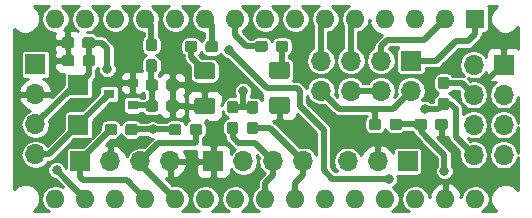
<source format=gbr>
G04 #@! TF.GenerationSoftware,KiCad,Pcbnew,(5.0.0)*
G04 #@! TF.CreationDate,2019-04-18T12:31:28+02:00*
G04 #@! TF.ProjectId,WateringSystem,5761746572696E6753797374656D2E6B,rev?*
G04 #@! TF.SameCoordinates,Original*
G04 #@! TF.FileFunction,Copper,L1,Top,Signal*
G04 #@! TF.FilePolarity,Positive*
%FSLAX46Y46*%
G04 Gerber Fmt 4.6, Leading zero omitted, Abs format (unit mm)*
G04 Created by KiCad (PCBNEW (5.0.0)) date 04/18/19 12:31:28*
%MOMM*%
%LPD*%
G01*
G04 APERTURE LIST*
G04 #@! TA.AperFunction,ComponentPad*
%ADD10R,1.600000X1.600000*%
G04 #@! TD*
G04 #@! TA.AperFunction,ComponentPad*
%ADD11O,1.600000X1.600000*%
G04 #@! TD*
G04 #@! TA.AperFunction,Conductor*
%ADD12C,0.100000*%
G04 #@! TD*
G04 #@! TA.AperFunction,SMDPad,CuDef*
%ADD13C,0.950000*%
G04 #@! TD*
G04 #@! TA.AperFunction,SMDPad,CuDef*
%ADD14R,1.680000X1.700000*%
G04 #@! TD*
G04 #@! TA.AperFunction,SMDPad,CuDef*
%ADD15C,1.425000*%
G04 #@! TD*
G04 #@! TA.AperFunction,ComponentPad*
%ADD16O,1.700000X1.700000*%
G04 #@! TD*
G04 #@! TA.AperFunction,ComponentPad*
%ADD17R,1.700000X1.700000*%
G04 #@! TD*
G04 #@! TA.AperFunction,SMDPad,CuDef*
%ADD18R,0.900000X0.800000*%
G04 #@! TD*
G04 #@! TA.AperFunction,ViaPad*
%ADD19C,0.800000*%
G04 #@! TD*
G04 #@! TA.AperFunction,Conductor*
%ADD20C,0.500000*%
G04 #@! TD*
G04 #@! TA.AperFunction,Conductor*
%ADD21C,0.254000*%
G04 #@! TD*
G04 APERTURE END LIST*
D10*
G04 #@! TO.P,A1,1*
G04 #@! TO.N,/H_TX*
X103174800Y-76758800D03*
D11*
G04 #@! TO.P,A1,17*
G04 #@! TO.N,/3V3*
X70154800Y-91998800D03*
G04 #@! TO.P,A1,2*
G04 #@! TO.N,/H_RX*
X100634800Y-76758800D03*
G04 #@! TO.P,A1,18*
G04 #@! TO.N,N/C*
X72694800Y-91998800D03*
G04 #@! TO.P,A1,3*
X98094800Y-76758800D03*
G04 #@! TO.P,A1,19*
G04 #@! TO.N,/LR_LEVEL*
X75234800Y-91998800D03*
G04 #@! TO.P,A1,4*
G04 #@! TO.N,GND*
X95554800Y-76758800D03*
G04 #@! TO.P,A1,20*
G04 #@! TO.N,/SR_LEVEL*
X77774800Y-91998800D03*
G04 #@! TO.P,A1,5*
G04 #@! TO.N,/S_RX*
X93014800Y-76758800D03*
G04 #@! TO.P,A1,21*
G04 #@! TO.N,N/C*
X80314800Y-91998800D03*
G04 #@! TO.P,A1,6*
G04 #@! TO.N,/S_TX*
X90474800Y-76758800D03*
G04 #@! TO.P,A1,22*
G04 #@! TO.N,N/C*
X82854800Y-91998800D03*
G04 #@! TO.P,A1,7*
X87934800Y-76758800D03*
G04 #@! TO.P,A1,23*
G04 #@! TO.N,/SDA*
X85394800Y-91998800D03*
G04 #@! TO.P,A1,8*
G04 #@! TO.N,N/C*
X85394800Y-76758800D03*
G04 #@! TO.P,A1,24*
G04 #@! TO.N,/SCL*
X87934800Y-91998800D03*
G04 #@! TO.P,A1,9*
G04 #@! TO.N,/YELLOW_LED*
X82854800Y-76758800D03*
G04 #@! TO.P,A1,25*
G04 #@! TO.N,N/C*
X90474800Y-91998800D03*
G04 #@! TO.P,A1,10*
G04 #@! TO.N,/RED_LED*
X80314800Y-76758800D03*
G04 #@! TO.P,A1,26*
G04 #@! TO.N,N/C*
X93014800Y-91998800D03*
G04 #@! TO.P,A1,11*
X77774800Y-76758800D03*
G04 #@! TO.P,A1,27*
G04 #@! TO.N,/5V0*
X95554800Y-91998800D03*
G04 #@! TO.P,A1,12*
G04 #@! TO.N,Net-(A1-Pad12)*
X75234800Y-76758800D03*
G04 #@! TO.P,A1,28*
G04 #@! TO.N,N/C*
X98094800Y-91998800D03*
G04 #@! TO.P,A1,13*
X72694800Y-76758800D03*
G04 #@! TO.P,A1,29*
G04 #@! TO.N,GND*
X100634800Y-91998800D03*
G04 #@! TO.P,A1,14*
G04 #@! TO.N,N/C*
X70154800Y-76758800D03*
G04 #@! TO.P,A1,30*
G04 #@! TO.N,/VIN*
X103174800Y-91998800D03*
G04 #@! TO.P,A1,15*
G04 #@! TO.N,N/C*
X67614800Y-76758800D03*
G04 #@! TO.P,A1,16*
X67614800Y-91998800D03*
G04 #@! TD*
D12*
G04 #@! TO.N,GND*
G04 #@! TO.C,C1*
G36*
X69006379Y-79840944D02*
X69029434Y-79844363D01*
X69052043Y-79850027D01*
X69073987Y-79857879D01*
X69095057Y-79867844D01*
X69115048Y-79879826D01*
X69133768Y-79893710D01*
X69151038Y-79909362D01*
X69166690Y-79926632D01*
X69180574Y-79945352D01*
X69192556Y-79965343D01*
X69202521Y-79986413D01*
X69210373Y-80008357D01*
X69216037Y-80030966D01*
X69219456Y-80054021D01*
X69220600Y-80077300D01*
X69220600Y-80552300D01*
X69219456Y-80575579D01*
X69216037Y-80598634D01*
X69210373Y-80621243D01*
X69202521Y-80643187D01*
X69192556Y-80664257D01*
X69180574Y-80684248D01*
X69166690Y-80702968D01*
X69151038Y-80720238D01*
X69133768Y-80735890D01*
X69115048Y-80749774D01*
X69095057Y-80761756D01*
X69073987Y-80771721D01*
X69052043Y-80779573D01*
X69029434Y-80785237D01*
X69006379Y-80788656D01*
X68983100Y-80789800D01*
X68408100Y-80789800D01*
X68384821Y-80788656D01*
X68361766Y-80785237D01*
X68339157Y-80779573D01*
X68317213Y-80771721D01*
X68296143Y-80761756D01*
X68276152Y-80749774D01*
X68257432Y-80735890D01*
X68240162Y-80720238D01*
X68224510Y-80702968D01*
X68210626Y-80684248D01*
X68198644Y-80664257D01*
X68188679Y-80643187D01*
X68180827Y-80621243D01*
X68175163Y-80598634D01*
X68171744Y-80575579D01*
X68170600Y-80552300D01*
X68170600Y-80077300D01*
X68171744Y-80054021D01*
X68175163Y-80030966D01*
X68180827Y-80008357D01*
X68188679Y-79986413D01*
X68198644Y-79965343D01*
X68210626Y-79945352D01*
X68224510Y-79926632D01*
X68240162Y-79909362D01*
X68257432Y-79893710D01*
X68276152Y-79879826D01*
X68296143Y-79867844D01*
X68317213Y-79857879D01*
X68339157Y-79850027D01*
X68361766Y-79844363D01*
X68384821Y-79840944D01*
X68408100Y-79839800D01*
X68983100Y-79839800D01*
X69006379Y-79840944D01*
X69006379Y-79840944D01*
G37*
D13*
G04 #@! TD*
G04 #@! TO.P,C1,2*
G04 #@! TO.N,GND*
X68695600Y-80314800D03*
D12*
G04 #@! TO.N,/5V0*
G04 #@! TO.C,C1*
G36*
X70756379Y-79840944D02*
X70779434Y-79844363D01*
X70802043Y-79850027D01*
X70823987Y-79857879D01*
X70845057Y-79867844D01*
X70865048Y-79879826D01*
X70883768Y-79893710D01*
X70901038Y-79909362D01*
X70916690Y-79926632D01*
X70930574Y-79945352D01*
X70942556Y-79965343D01*
X70952521Y-79986413D01*
X70960373Y-80008357D01*
X70966037Y-80030966D01*
X70969456Y-80054021D01*
X70970600Y-80077300D01*
X70970600Y-80552300D01*
X70969456Y-80575579D01*
X70966037Y-80598634D01*
X70960373Y-80621243D01*
X70952521Y-80643187D01*
X70942556Y-80664257D01*
X70930574Y-80684248D01*
X70916690Y-80702968D01*
X70901038Y-80720238D01*
X70883768Y-80735890D01*
X70865048Y-80749774D01*
X70845057Y-80761756D01*
X70823987Y-80771721D01*
X70802043Y-80779573D01*
X70779434Y-80785237D01*
X70756379Y-80788656D01*
X70733100Y-80789800D01*
X70158100Y-80789800D01*
X70134821Y-80788656D01*
X70111766Y-80785237D01*
X70089157Y-80779573D01*
X70067213Y-80771721D01*
X70046143Y-80761756D01*
X70026152Y-80749774D01*
X70007432Y-80735890D01*
X69990162Y-80720238D01*
X69974510Y-80702968D01*
X69960626Y-80684248D01*
X69948644Y-80664257D01*
X69938679Y-80643187D01*
X69930827Y-80621243D01*
X69925163Y-80598634D01*
X69921744Y-80575579D01*
X69920600Y-80552300D01*
X69920600Y-80077300D01*
X69921744Y-80054021D01*
X69925163Y-80030966D01*
X69930827Y-80008357D01*
X69938679Y-79986413D01*
X69948644Y-79965343D01*
X69960626Y-79945352D01*
X69974510Y-79926632D01*
X69990162Y-79909362D01*
X70007432Y-79893710D01*
X70026152Y-79879826D01*
X70046143Y-79867844D01*
X70067213Y-79857879D01*
X70089157Y-79850027D01*
X70111766Y-79844363D01*
X70134821Y-79840944D01*
X70158100Y-79839800D01*
X70733100Y-79839800D01*
X70756379Y-79840944D01*
X70756379Y-79840944D01*
G37*
D13*
G04 #@! TD*
G04 #@! TO.P,C1,1*
G04 #@! TO.N,/5V0*
X70445600Y-80314800D03*
D12*
G04 #@! TO.N,/5V0*
G04 #@! TO.C,C2*
G36*
X70730979Y-78316944D02*
X70754034Y-78320363D01*
X70776643Y-78326027D01*
X70798587Y-78333879D01*
X70819657Y-78343844D01*
X70839648Y-78355826D01*
X70858368Y-78369710D01*
X70875638Y-78385362D01*
X70891290Y-78402632D01*
X70905174Y-78421352D01*
X70917156Y-78441343D01*
X70927121Y-78462413D01*
X70934973Y-78484357D01*
X70940637Y-78506966D01*
X70944056Y-78530021D01*
X70945200Y-78553300D01*
X70945200Y-79028300D01*
X70944056Y-79051579D01*
X70940637Y-79074634D01*
X70934973Y-79097243D01*
X70927121Y-79119187D01*
X70917156Y-79140257D01*
X70905174Y-79160248D01*
X70891290Y-79178968D01*
X70875638Y-79196238D01*
X70858368Y-79211890D01*
X70839648Y-79225774D01*
X70819657Y-79237756D01*
X70798587Y-79247721D01*
X70776643Y-79255573D01*
X70754034Y-79261237D01*
X70730979Y-79264656D01*
X70707700Y-79265800D01*
X70132700Y-79265800D01*
X70109421Y-79264656D01*
X70086366Y-79261237D01*
X70063757Y-79255573D01*
X70041813Y-79247721D01*
X70020743Y-79237756D01*
X70000752Y-79225774D01*
X69982032Y-79211890D01*
X69964762Y-79196238D01*
X69949110Y-79178968D01*
X69935226Y-79160248D01*
X69923244Y-79140257D01*
X69913279Y-79119187D01*
X69905427Y-79097243D01*
X69899763Y-79074634D01*
X69896344Y-79051579D01*
X69895200Y-79028300D01*
X69895200Y-78553300D01*
X69896344Y-78530021D01*
X69899763Y-78506966D01*
X69905427Y-78484357D01*
X69913279Y-78462413D01*
X69923244Y-78441343D01*
X69935226Y-78421352D01*
X69949110Y-78402632D01*
X69964762Y-78385362D01*
X69982032Y-78369710D01*
X70000752Y-78355826D01*
X70020743Y-78343844D01*
X70041813Y-78333879D01*
X70063757Y-78326027D01*
X70086366Y-78320363D01*
X70109421Y-78316944D01*
X70132700Y-78315800D01*
X70707700Y-78315800D01*
X70730979Y-78316944D01*
X70730979Y-78316944D01*
G37*
D13*
G04 #@! TD*
G04 #@! TO.P,C2,1*
G04 #@! TO.N,/5V0*
X70420200Y-78790800D03*
D12*
G04 #@! TO.N,GND*
G04 #@! TO.C,C2*
G36*
X68980979Y-78316944D02*
X69004034Y-78320363D01*
X69026643Y-78326027D01*
X69048587Y-78333879D01*
X69069657Y-78343844D01*
X69089648Y-78355826D01*
X69108368Y-78369710D01*
X69125638Y-78385362D01*
X69141290Y-78402632D01*
X69155174Y-78421352D01*
X69167156Y-78441343D01*
X69177121Y-78462413D01*
X69184973Y-78484357D01*
X69190637Y-78506966D01*
X69194056Y-78530021D01*
X69195200Y-78553300D01*
X69195200Y-79028300D01*
X69194056Y-79051579D01*
X69190637Y-79074634D01*
X69184973Y-79097243D01*
X69177121Y-79119187D01*
X69167156Y-79140257D01*
X69155174Y-79160248D01*
X69141290Y-79178968D01*
X69125638Y-79196238D01*
X69108368Y-79211890D01*
X69089648Y-79225774D01*
X69069657Y-79237756D01*
X69048587Y-79247721D01*
X69026643Y-79255573D01*
X69004034Y-79261237D01*
X68980979Y-79264656D01*
X68957700Y-79265800D01*
X68382700Y-79265800D01*
X68359421Y-79264656D01*
X68336366Y-79261237D01*
X68313757Y-79255573D01*
X68291813Y-79247721D01*
X68270743Y-79237756D01*
X68250752Y-79225774D01*
X68232032Y-79211890D01*
X68214762Y-79196238D01*
X68199110Y-79178968D01*
X68185226Y-79160248D01*
X68173244Y-79140257D01*
X68163279Y-79119187D01*
X68155427Y-79097243D01*
X68149763Y-79074634D01*
X68146344Y-79051579D01*
X68145200Y-79028300D01*
X68145200Y-78553300D01*
X68146344Y-78530021D01*
X68149763Y-78506966D01*
X68155427Y-78484357D01*
X68163279Y-78462413D01*
X68173244Y-78441343D01*
X68185226Y-78421352D01*
X68199110Y-78402632D01*
X68214762Y-78385362D01*
X68232032Y-78369710D01*
X68250752Y-78355826D01*
X68270743Y-78343844D01*
X68291813Y-78333879D01*
X68313757Y-78326027D01*
X68336366Y-78320363D01*
X68359421Y-78316944D01*
X68382700Y-78315800D01*
X68957700Y-78315800D01*
X68980979Y-78316944D01*
X68980979Y-78316944D01*
G37*
D13*
G04 #@! TD*
G04 #@! TO.P,C2,2*
G04 #@! TO.N,GND*
X68670200Y-78790800D03*
D12*
G04 #@! TO.N,/M_FILTERED_PWM*
G04 #@! TO.C,C3*
G36*
X76092979Y-81898344D02*
X76116034Y-81901763D01*
X76138643Y-81907427D01*
X76160587Y-81915279D01*
X76181657Y-81925244D01*
X76201648Y-81937226D01*
X76220368Y-81951110D01*
X76237638Y-81966762D01*
X76253290Y-81984032D01*
X76267174Y-82002752D01*
X76279156Y-82022743D01*
X76289121Y-82043813D01*
X76296973Y-82065757D01*
X76302637Y-82088366D01*
X76306056Y-82111421D01*
X76307200Y-82134700D01*
X76307200Y-82609700D01*
X76306056Y-82632979D01*
X76302637Y-82656034D01*
X76296973Y-82678643D01*
X76289121Y-82700587D01*
X76279156Y-82721657D01*
X76267174Y-82741648D01*
X76253290Y-82760368D01*
X76237638Y-82777638D01*
X76220368Y-82793290D01*
X76201648Y-82807174D01*
X76181657Y-82819156D01*
X76160587Y-82829121D01*
X76138643Y-82836973D01*
X76116034Y-82842637D01*
X76092979Y-82846056D01*
X76069700Y-82847200D01*
X75494700Y-82847200D01*
X75471421Y-82846056D01*
X75448366Y-82842637D01*
X75425757Y-82836973D01*
X75403813Y-82829121D01*
X75382743Y-82819156D01*
X75362752Y-82807174D01*
X75344032Y-82793290D01*
X75326762Y-82777638D01*
X75311110Y-82760368D01*
X75297226Y-82741648D01*
X75285244Y-82721657D01*
X75275279Y-82700587D01*
X75267427Y-82678643D01*
X75261763Y-82656034D01*
X75258344Y-82632979D01*
X75257200Y-82609700D01*
X75257200Y-82134700D01*
X75258344Y-82111421D01*
X75261763Y-82088366D01*
X75267427Y-82065757D01*
X75275279Y-82043813D01*
X75285244Y-82022743D01*
X75297226Y-82002752D01*
X75311110Y-81984032D01*
X75326762Y-81966762D01*
X75344032Y-81951110D01*
X75362752Y-81937226D01*
X75382743Y-81925244D01*
X75403813Y-81915279D01*
X75425757Y-81907427D01*
X75448366Y-81901763D01*
X75471421Y-81898344D01*
X75494700Y-81897200D01*
X76069700Y-81897200D01*
X76092979Y-81898344D01*
X76092979Y-81898344D01*
G37*
D13*
G04 #@! TD*
G04 #@! TO.P,C3,1*
G04 #@! TO.N,/M_FILTERED_PWM*
X75782200Y-82372200D03*
D12*
G04 #@! TO.N,GND*
G04 #@! TO.C,C3*
G36*
X77842979Y-81898344D02*
X77866034Y-81901763D01*
X77888643Y-81907427D01*
X77910587Y-81915279D01*
X77931657Y-81925244D01*
X77951648Y-81937226D01*
X77970368Y-81951110D01*
X77987638Y-81966762D01*
X78003290Y-81984032D01*
X78017174Y-82002752D01*
X78029156Y-82022743D01*
X78039121Y-82043813D01*
X78046973Y-82065757D01*
X78052637Y-82088366D01*
X78056056Y-82111421D01*
X78057200Y-82134700D01*
X78057200Y-82609700D01*
X78056056Y-82632979D01*
X78052637Y-82656034D01*
X78046973Y-82678643D01*
X78039121Y-82700587D01*
X78029156Y-82721657D01*
X78017174Y-82741648D01*
X78003290Y-82760368D01*
X77987638Y-82777638D01*
X77970368Y-82793290D01*
X77951648Y-82807174D01*
X77931657Y-82819156D01*
X77910587Y-82829121D01*
X77888643Y-82836973D01*
X77866034Y-82842637D01*
X77842979Y-82846056D01*
X77819700Y-82847200D01*
X77244700Y-82847200D01*
X77221421Y-82846056D01*
X77198366Y-82842637D01*
X77175757Y-82836973D01*
X77153813Y-82829121D01*
X77132743Y-82819156D01*
X77112752Y-82807174D01*
X77094032Y-82793290D01*
X77076762Y-82777638D01*
X77061110Y-82760368D01*
X77047226Y-82741648D01*
X77035244Y-82721657D01*
X77025279Y-82700587D01*
X77017427Y-82678643D01*
X77011763Y-82656034D01*
X77008344Y-82632979D01*
X77007200Y-82609700D01*
X77007200Y-82134700D01*
X77008344Y-82111421D01*
X77011763Y-82088366D01*
X77017427Y-82065757D01*
X77025279Y-82043813D01*
X77035244Y-82022743D01*
X77047226Y-82002752D01*
X77061110Y-81984032D01*
X77076762Y-81966762D01*
X77094032Y-81951110D01*
X77112752Y-81937226D01*
X77132743Y-81925244D01*
X77153813Y-81915279D01*
X77175757Y-81907427D01*
X77198366Y-81901763D01*
X77221421Y-81898344D01*
X77244700Y-81897200D01*
X77819700Y-81897200D01*
X77842979Y-81898344D01*
X77842979Y-81898344D01*
G37*
D13*
G04 #@! TD*
G04 #@! TO.P,C3,2*
G04 #@! TO.N,GND*
X77532200Y-82372200D03*
D14*
G04 #@! TO.P,D1,2*
G04 #@! TO.N,/MOTOR_GND*
X69570600Y-85748600D03*
G04 #@! TO.P,D1,1*
G04 #@! TO.N,/5V0*
X69570600Y-82348600D03*
G04 #@! TD*
D12*
G04 #@! TO.N,GND*
G04 #@! TO.C,D2*
G36*
X87238104Y-83388104D02*
X87262373Y-83391704D01*
X87286171Y-83397665D01*
X87309271Y-83405930D01*
X87331449Y-83416420D01*
X87352493Y-83429033D01*
X87372198Y-83443647D01*
X87390377Y-83460123D01*
X87406853Y-83478302D01*
X87421467Y-83498007D01*
X87434080Y-83519051D01*
X87444570Y-83541229D01*
X87452835Y-83564329D01*
X87458796Y-83588127D01*
X87462396Y-83612396D01*
X87463600Y-83636900D01*
X87463600Y-84561900D01*
X87462396Y-84586404D01*
X87458796Y-84610673D01*
X87452835Y-84634471D01*
X87444570Y-84657571D01*
X87434080Y-84679749D01*
X87421467Y-84700793D01*
X87406853Y-84720498D01*
X87390377Y-84738677D01*
X87372198Y-84755153D01*
X87352493Y-84769767D01*
X87331449Y-84782380D01*
X87309271Y-84792870D01*
X87286171Y-84801135D01*
X87262373Y-84807096D01*
X87238104Y-84810696D01*
X87213600Y-84811900D01*
X85963600Y-84811900D01*
X85939096Y-84810696D01*
X85914827Y-84807096D01*
X85891029Y-84801135D01*
X85867929Y-84792870D01*
X85845751Y-84782380D01*
X85824707Y-84769767D01*
X85805002Y-84755153D01*
X85786823Y-84738677D01*
X85770347Y-84720498D01*
X85755733Y-84700793D01*
X85743120Y-84679749D01*
X85732630Y-84657571D01*
X85724365Y-84634471D01*
X85718404Y-84610673D01*
X85714804Y-84586404D01*
X85713600Y-84561900D01*
X85713600Y-83636900D01*
X85714804Y-83612396D01*
X85718404Y-83588127D01*
X85724365Y-83564329D01*
X85732630Y-83541229D01*
X85743120Y-83519051D01*
X85755733Y-83498007D01*
X85770347Y-83478302D01*
X85786823Y-83460123D01*
X85805002Y-83443647D01*
X85824707Y-83429033D01*
X85845751Y-83416420D01*
X85867929Y-83405930D01*
X85891029Y-83397665D01*
X85914827Y-83391704D01*
X85939096Y-83388104D01*
X85963600Y-83386900D01*
X87213600Y-83386900D01*
X87238104Y-83388104D01*
X87238104Y-83388104D01*
G37*
D15*
G04 #@! TD*
G04 #@! TO.P,D2,1*
G04 #@! TO.N,GND*
X86588600Y-84099400D03*
D12*
G04 #@! TO.N,Net-(D2-Pad2)*
G04 #@! TO.C,D2*
G36*
X87238104Y-80413104D02*
X87262373Y-80416704D01*
X87286171Y-80422665D01*
X87309271Y-80430930D01*
X87331449Y-80441420D01*
X87352493Y-80454033D01*
X87372198Y-80468647D01*
X87390377Y-80485123D01*
X87406853Y-80503302D01*
X87421467Y-80523007D01*
X87434080Y-80544051D01*
X87444570Y-80566229D01*
X87452835Y-80589329D01*
X87458796Y-80613127D01*
X87462396Y-80637396D01*
X87463600Y-80661900D01*
X87463600Y-81586900D01*
X87462396Y-81611404D01*
X87458796Y-81635673D01*
X87452835Y-81659471D01*
X87444570Y-81682571D01*
X87434080Y-81704749D01*
X87421467Y-81725793D01*
X87406853Y-81745498D01*
X87390377Y-81763677D01*
X87372198Y-81780153D01*
X87352493Y-81794767D01*
X87331449Y-81807380D01*
X87309271Y-81817870D01*
X87286171Y-81826135D01*
X87262373Y-81832096D01*
X87238104Y-81835696D01*
X87213600Y-81836900D01*
X85963600Y-81836900D01*
X85939096Y-81835696D01*
X85914827Y-81832096D01*
X85891029Y-81826135D01*
X85867929Y-81817870D01*
X85845751Y-81807380D01*
X85824707Y-81794767D01*
X85805002Y-81780153D01*
X85786823Y-81763677D01*
X85770347Y-81745498D01*
X85755733Y-81725793D01*
X85743120Y-81704749D01*
X85732630Y-81682571D01*
X85724365Y-81659471D01*
X85718404Y-81635673D01*
X85714804Y-81611404D01*
X85713600Y-81586900D01*
X85713600Y-80661900D01*
X85714804Y-80637396D01*
X85718404Y-80613127D01*
X85724365Y-80589329D01*
X85732630Y-80566229D01*
X85743120Y-80544051D01*
X85755733Y-80523007D01*
X85770347Y-80503302D01*
X85786823Y-80485123D01*
X85805002Y-80468647D01*
X85824707Y-80454033D01*
X85845751Y-80441420D01*
X85867929Y-80430930D01*
X85891029Y-80422665D01*
X85914827Y-80416704D01*
X85939096Y-80413104D01*
X85963600Y-80411900D01*
X87213600Y-80411900D01*
X87238104Y-80413104D01*
X87238104Y-80413104D01*
G37*
D15*
G04 #@! TD*
G04 #@! TO.P,D2,2*
G04 #@! TO.N,Net-(D2-Pad2)*
X86588600Y-81124400D03*
D12*
G04 #@! TO.N,Net-(D3-Pad2)*
G04 #@! TO.C,D3*
G36*
X80913504Y-80467104D02*
X80937773Y-80470704D01*
X80961571Y-80476665D01*
X80984671Y-80484930D01*
X81006849Y-80495420D01*
X81027893Y-80508033D01*
X81047598Y-80522647D01*
X81065777Y-80539123D01*
X81082253Y-80557302D01*
X81096867Y-80577007D01*
X81109480Y-80598051D01*
X81119970Y-80620229D01*
X81128235Y-80643329D01*
X81134196Y-80667127D01*
X81137796Y-80691396D01*
X81139000Y-80715900D01*
X81139000Y-81640900D01*
X81137796Y-81665404D01*
X81134196Y-81689673D01*
X81128235Y-81713471D01*
X81119970Y-81736571D01*
X81109480Y-81758749D01*
X81096867Y-81779793D01*
X81082253Y-81799498D01*
X81065777Y-81817677D01*
X81047598Y-81834153D01*
X81027893Y-81848767D01*
X81006849Y-81861380D01*
X80984671Y-81871870D01*
X80961571Y-81880135D01*
X80937773Y-81886096D01*
X80913504Y-81889696D01*
X80889000Y-81890900D01*
X79639000Y-81890900D01*
X79614496Y-81889696D01*
X79590227Y-81886096D01*
X79566429Y-81880135D01*
X79543329Y-81871870D01*
X79521151Y-81861380D01*
X79500107Y-81848767D01*
X79480402Y-81834153D01*
X79462223Y-81817677D01*
X79445747Y-81799498D01*
X79431133Y-81779793D01*
X79418520Y-81758749D01*
X79408030Y-81736571D01*
X79399765Y-81713471D01*
X79393804Y-81689673D01*
X79390204Y-81665404D01*
X79389000Y-81640900D01*
X79389000Y-80715900D01*
X79390204Y-80691396D01*
X79393804Y-80667127D01*
X79399765Y-80643329D01*
X79408030Y-80620229D01*
X79418520Y-80598051D01*
X79431133Y-80577007D01*
X79445747Y-80557302D01*
X79462223Y-80539123D01*
X79480402Y-80522647D01*
X79500107Y-80508033D01*
X79521151Y-80495420D01*
X79543329Y-80484930D01*
X79566429Y-80476665D01*
X79590227Y-80470704D01*
X79614496Y-80467104D01*
X79639000Y-80465900D01*
X80889000Y-80465900D01*
X80913504Y-80467104D01*
X80913504Y-80467104D01*
G37*
D15*
G04 #@! TD*
G04 #@! TO.P,D3,2*
G04 #@! TO.N,Net-(D3-Pad2)*
X80264000Y-81178400D03*
D12*
G04 #@! TO.N,GND*
G04 #@! TO.C,D3*
G36*
X80913504Y-83442104D02*
X80937773Y-83445704D01*
X80961571Y-83451665D01*
X80984671Y-83459930D01*
X81006849Y-83470420D01*
X81027893Y-83483033D01*
X81047598Y-83497647D01*
X81065777Y-83514123D01*
X81082253Y-83532302D01*
X81096867Y-83552007D01*
X81109480Y-83573051D01*
X81119970Y-83595229D01*
X81128235Y-83618329D01*
X81134196Y-83642127D01*
X81137796Y-83666396D01*
X81139000Y-83690900D01*
X81139000Y-84615900D01*
X81137796Y-84640404D01*
X81134196Y-84664673D01*
X81128235Y-84688471D01*
X81119970Y-84711571D01*
X81109480Y-84733749D01*
X81096867Y-84754793D01*
X81082253Y-84774498D01*
X81065777Y-84792677D01*
X81047598Y-84809153D01*
X81027893Y-84823767D01*
X81006849Y-84836380D01*
X80984671Y-84846870D01*
X80961571Y-84855135D01*
X80937773Y-84861096D01*
X80913504Y-84864696D01*
X80889000Y-84865900D01*
X79639000Y-84865900D01*
X79614496Y-84864696D01*
X79590227Y-84861096D01*
X79566429Y-84855135D01*
X79543329Y-84846870D01*
X79521151Y-84836380D01*
X79500107Y-84823767D01*
X79480402Y-84809153D01*
X79462223Y-84792677D01*
X79445747Y-84774498D01*
X79431133Y-84754793D01*
X79418520Y-84733749D01*
X79408030Y-84711571D01*
X79399765Y-84688471D01*
X79393804Y-84664673D01*
X79390204Y-84640404D01*
X79389000Y-84615900D01*
X79389000Y-83690900D01*
X79390204Y-83666396D01*
X79393804Y-83642127D01*
X79399765Y-83618329D01*
X79408030Y-83595229D01*
X79418520Y-83573051D01*
X79431133Y-83552007D01*
X79445747Y-83532302D01*
X79462223Y-83514123D01*
X79480402Y-83497647D01*
X79500107Y-83483033D01*
X79521151Y-83470420D01*
X79543329Y-83459930D01*
X79566429Y-83451665D01*
X79590227Y-83445704D01*
X79614496Y-83442104D01*
X79639000Y-83440900D01*
X80889000Y-83440900D01*
X80913504Y-83442104D01*
X80913504Y-83442104D01*
G37*
D15*
G04 #@! TD*
G04 #@! TO.P,D3,1*
G04 #@! TO.N,GND*
X80264000Y-84153400D03*
D16*
G04 #@! TO.P,J1,4*
G04 #@! TO.N,/MOTOR_GND*
X65913000Y-88239600D03*
G04 #@! TO.P,J1,3*
G04 #@! TO.N,/5V0*
X65913000Y-85699600D03*
G04 #@! TO.P,J1,2*
G04 #@! TO.N,GND*
X65913000Y-83159600D03*
D17*
G04 #@! TO.P,J1,1*
G04 #@! TO.N,/VIN*
X65913000Y-80619600D03*
G04 #@! TD*
D16*
G04 #@! TO.P,J2,8*
G04 #@! TO.N,/TX*
X90093800Y-82854800D03*
G04 #@! TO.P,J2,7*
G04 #@! TO.N,/S_TX*
X90093800Y-80314800D03*
G04 #@! TO.P,J2,6*
G04 #@! TO.N,/RX*
X92633800Y-82854800D03*
G04 #@! TO.P,J2,5*
G04 #@! TO.N,/S_RX*
X92633800Y-80314800D03*
G04 #@! TO.P,J2,4*
G04 #@! TO.N,/RX*
X95173800Y-82854800D03*
G04 #@! TO.P,J2,3*
G04 #@! TO.N,/H_RX*
X95173800Y-80314800D03*
G04 #@! TO.P,J2,2*
G04 #@! TO.N,/TX*
X97713800Y-82854800D03*
D17*
G04 #@! TO.P,J2,1*
G04 #@! TO.N,/H_TX*
X97713800Y-80314800D03*
G04 #@! TD*
G04 #@! TO.P,J4,1*
G04 #@! TO.N,/LR_LEVEL*
X69723000Y-88849200D03*
D16*
G04 #@! TO.P,J4,2*
G04 #@! TO.N,GND*
X72263000Y-88849200D03*
G04 #@! TO.P,J4,3*
G04 #@! TO.N,/SR_LEVEL*
X74803000Y-88849200D03*
G04 #@! TO.P,J4,4*
G04 #@! TO.N,GND*
X77343000Y-88849200D03*
G04 #@! TD*
D18*
G04 #@! TO.P,Q1,1*
G04 #@! TO.N,/M_FILTERED_PWM*
X74152000Y-84084200D03*
G04 #@! TO.P,Q1,2*
G04 #@! TO.N,GND*
X74152000Y-82184200D03*
G04 #@! TO.P,Q1,3*
G04 #@! TO.N,/MOTOR_GND*
X72152000Y-83134200D03*
G04 #@! TD*
D12*
G04 #@! TO.N,/M_FILTERED_PWM*
G04 #@! TO.C,R1*
G36*
X76092979Y-83676344D02*
X76116034Y-83679763D01*
X76138643Y-83685427D01*
X76160587Y-83693279D01*
X76181657Y-83703244D01*
X76201648Y-83715226D01*
X76220368Y-83729110D01*
X76237638Y-83744762D01*
X76253290Y-83762032D01*
X76267174Y-83780752D01*
X76279156Y-83800743D01*
X76289121Y-83821813D01*
X76296973Y-83843757D01*
X76302637Y-83866366D01*
X76306056Y-83889421D01*
X76307200Y-83912700D01*
X76307200Y-84387700D01*
X76306056Y-84410979D01*
X76302637Y-84434034D01*
X76296973Y-84456643D01*
X76289121Y-84478587D01*
X76279156Y-84499657D01*
X76267174Y-84519648D01*
X76253290Y-84538368D01*
X76237638Y-84555638D01*
X76220368Y-84571290D01*
X76201648Y-84585174D01*
X76181657Y-84597156D01*
X76160587Y-84607121D01*
X76138643Y-84614973D01*
X76116034Y-84620637D01*
X76092979Y-84624056D01*
X76069700Y-84625200D01*
X75494700Y-84625200D01*
X75471421Y-84624056D01*
X75448366Y-84620637D01*
X75425757Y-84614973D01*
X75403813Y-84607121D01*
X75382743Y-84597156D01*
X75362752Y-84585174D01*
X75344032Y-84571290D01*
X75326762Y-84555638D01*
X75311110Y-84538368D01*
X75297226Y-84519648D01*
X75285244Y-84499657D01*
X75275279Y-84478587D01*
X75267427Y-84456643D01*
X75261763Y-84434034D01*
X75258344Y-84410979D01*
X75257200Y-84387700D01*
X75257200Y-83912700D01*
X75258344Y-83889421D01*
X75261763Y-83866366D01*
X75267427Y-83843757D01*
X75275279Y-83821813D01*
X75285244Y-83800743D01*
X75297226Y-83780752D01*
X75311110Y-83762032D01*
X75326762Y-83744762D01*
X75344032Y-83729110D01*
X75362752Y-83715226D01*
X75382743Y-83703244D01*
X75403813Y-83693279D01*
X75425757Y-83685427D01*
X75448366Y-83679763D01*
X75471421Y-83676344D01*
X75494700Y-83675200D01*
X76069700Y-83675200D01*
X76092979Y-83676344D01*
X76092979Y-83676344D01*
G37*
D13*
G04 #@! TD*
G04 #@! TO.P,R1,2*
G04 #@! TO.N,/M_FILTERED_PWM*
X75782200Y-84150200D03*
D12*
G04 #@! TO.N,GND*
G04 #@! TO.C,R1*
G36*
X77842979Y-83676344D02*
X77866034Y-83679763D01*
X77888643Y-83685427D01*
X77910587Y-83693279D01*
X77931657Y-83703244D01*
X77951648Y-83715226D01*
X77970368Y-83729110D01*
X77987638Y-83744762D01*
X78003290Y-83762032D01*
X78017174Y-83780752D01*
X78029156Y-83800743D01*
X78039121Y-83821813D01*
X78046973Y-83843757D01*
X78052637Y-83866366D01*
X78056056Y-83889421D01*
X78057200Y-83912700D01*
X78057200Y-84387700D01*
X78056056Y-84410979D01*
X78052637Y-84434034D01*
X78046973Y-84456643D01*
X78039121Y-84478587D01*
X78029156Y-84499657D01*
X78017174Y-84519648D01*
X78003290Y-84538368D01*
X77987638Y-84555638D01*
X77970368Y-84571290D01*
X77951648Y-84585174D01*
X77931657Y-84597156D01*
X77910587Y-84607121D01*
X77888643Y-84614973D01*
X77866034Y-84620637D01*
X77842979Y-84624056D01*
X77819700Y-84625200D01*
X77244700Y-84625200D01*
X77221421Y-84624056D01*
X77198366Y-84620637D01*
X77175757Y-84614973D01*
X77153813Y-84607121D01*
X77132743Y-84597156D01*
X77112752Y-84585174D01*
X77094032Y-84571290D01*
X77076762Y-84555638D01*
X77061110Y-84538368D01*
X77047226Y-84519648D01*
X77035244Y-84499657D01*
X77025279Y-84478587D01*
X77017427Y-84456643D01*
X77011763Y-84434034D01*
X77008344Y-84410979D01*
X77007200Y-84387700D01*
X77007200Y-83912700D01*
X77008344Y-83889421D01*
X77011763Y-83866366D01*
X77017427Y-83843757D01*
X77025279Y-83821813D01*
X77035244Y-83800743D01*
X77047226Y-83780752D01*
X77061110Y-83762032D01*
X77076762Y-83744762D01*
X77094032Y-83729110D01*
X77112752Y-83715226D01*
X77132743Y-83703244D01*
X77153813Y-83693279D01*
X77175757Y-83685427D01*
X77198366Y-83679763D01*
X77221421Y-83676344D01*
X77244700Y-83675200D01*
X77819700Y-83675200D01*
X77842979Y-83676344D01*
X77842979Y-83676344D01*
G37*
D13*
G04 #@! TD*
G04 #@! TO.P,R1,1*
G04 #@! TO.N,GND*
X77532200Y-84150200D03*
D12*
G04 #@! TO.N,/YELLOW_LED*
G04 #@! TO.C,R2*
G36*
X85363979Y-78621744D02*
X85387034Y-78625163D01*
X85409643Y-78630827D01*
X85431587Y-78638679D01*
X85452657Y-78648644D01*
X85472648Y-78660626D01*
X85491368Y-78674510D01*
X85508638Y-78690162D01*
X85524290Y-78707432D01*
X85538174Y-78726152D01*
X85550156Y-78746143D01*
X85560121Y-78767213D01*
X85567973Y-78789157D01*
X85573637Y-78811766D01*
X85577056Y-78834821D01*
X85578200Y-78858100D01*
X85578200Y-79333100D01*
X85577056Y-79356379D01*
X85573637Y-79379434D01*
X85567973Y-79402043D01*
X85560121Y-79423987D01*
X85550156Y-79445057D01*
X85538174Y-79465048D01*
X85524290Y-79483768D01*
X85508638Y-79501038D01*
X85491368Y-79516690D01*
X85472648Y-79530574D01*
X85452657Y-79542556D01*
X85431587Y-79552521D01*
X85409643Y-79560373D01*
X85387034Y-79566037D01*
X85363979Y-79569456D01*
X85340700Y-79570600D01*
X84765700Y-79570600D01*
X84742421Y-79569456D01*
X84719366Y-79566037D01*
X84696757Y-79560373D01*
X84674813Y-79552521D01*
X84653743Y-79542556D01*
X84633752Y-79530574D01*
X84615032Y-79516690D01*
X84597762Y-79501038D01*
X84582110Y-79483768D01*
X84568226Y-79465048D01*
X84556244Y-79445057D01*
X84546279Y-79423987D01*
X84538427Y-79402043D01*
X84532763Y-79379434D01*
X84529344Y-79356379D01*
X84528200Y-79333100D01*
X84528200Y-78858100D01*
X84529344Y-78834821D01*
X84532763Y-78811766D01*
X84538427Y-78789157D01*
X84546279Y-78767213D01*
X84556244Y-78746143D01*
X84568226Y-78726152D01*
X84582110Y-78707432D01*
X84597762Y-78690162D01*
X84615032Y-78674510D01*
X84633752Y-78660626D01*
X84653743Y-78648644D01*
X84674813Y-78638679D01*
X84696757Y-78630827D01*
X84719366Y-78625163D01*
X84742421Y-78621744D01*
X84765700Y-78620600D01*
X85340700Y-78620600D01*
X85363979Y-78621744D01*
X85363979Y-78621744D01*
G37*
D13*
G04 #@! TD*
G04 #@! TO.P,R2,2*
G04 #@! TO.N,/YELLOW_LED*
X85053200Y-79095600D03*
D12*
G04 #@! TO.N,Net-(D2-Pad2)*
G04 #@! TO.C,R2*
G36*
X87113979Y-78621744D02*
X87137034Y-78625163D01*
X87159643Y-78630827D01*
X87181587Y-78638679D01*
X87202657Y-78648644D01*
X87222648Y-78660626D01*
X87241368Y-78674510D01*
X87258638Y-78690162D01*
X87274290Y-78707432D01*
X87288174Y-78726152D01*
X87300156Y-78746143D01*
X87310121Y-78767213D01*
X87317973Y-78789157D01*
X87323637Y-78811766D01*
X87327056Y-78834821D01*
X87328200Y-78858100D01*
X87328200Y-79333100D01*
X87327056Y-79356379D01*
X87323637Y-79379434D01*
X87317973Y-79402043D01*
X87310121Y-79423987D01*
X87300156Y-79445057D01*
X87288174Y-79465048D01*
X87274290Y-79483768D01*
X87258638Y-79501038D01*
X87241368Y-79516690D01*
X87222648Y-79530574D01*
X87202657Y-79542556D01*
X87181587Y-79552521D01*
X87159643Y-79560373D01*
X87137034Y-79566037D01*
X87113979Y-79569456D01*
X87090700Y-79570600D01*
X86515700Y-79570600D01*
X86492421Y-79569456D01*
X86469366Y-79566037D01*
X86446757Y-79560373D01*
X86424813Y-79552521D01*
X86403743Y-79542556D01*
X86383752Y-79530574D01*
X86365032Y-79516690D01*
X86347762Y-79501038D01*
X86332110Y-79483768D01*
X86318226Y-79465048D01*
X86306244Y-79445057D01*
X86296279Y-79423987D01*
X86288427Y-79402043D01*
X86282763Y-79379434D01*
X86279344Y-79356379D01*
X86278200Y-79333100D01*
X86278200Y-78858100D01*
X86279344Y-78834821D01*
X86282763Y-78811766D01*
X86288427Y-78789157D01*
X86296279Y-78767213D01*
X86306244Y-78746143D01*
X86318226Y-78726152D01*
X86332110Y-78707432D01*
X86347762Y-78690162D01*
X86365032Y-78674510D01*
X86383752Y-78660626D01*
X86403743Y-78648644D01*
X86424813Y-78638679D01*
X86446757Y-78630827D01*
X86469366Y-78625163D01*
X86492421Y-78621744D01*
X86515700Y-78620600D01*
X87090700Y-78620600D01*
X87113979Y-78621744D01*
X87113979Y-78621744D01*
G37*
D13*
G04 #@! TD*
G04 #@! TO.P,R2,1*
G04 #@! TO.N,Net-(D2-Pad2)*
X86803200Y-79095600D03*
D12*
G04 #@! TO.N,Net-(A1-Pad12)*
G04 #@! TO.C,R3*
G36*
X76003579Y-78458744D02*
X76026634Y-78462163D01*
X76049243Y-78467827D01*
X76071187Y-78475679D01*
X76092257Y-78485644D01*
X76112248Y-78497626D01*
X76130968Y-78511510D01*
X76148238Y-78527162D01*
X76163890Y-78544432D01*
X76177774Y-78563152D01*
X76189756Y-78583143D01*
X76199721Y-78604213D01*
X76207573Y-78626157D01*
X76213237Y-78648766D01*
X76216656Y-78671821D01*
X76217800Y-78695100D01*
X76217800Y-79270100D01*
X76216656Y-79293379D01*
X76213237Y-79316434D01*
X76207573Y-79339043D01*
X76199721Y-79360987D01*
X76189756Y-79382057D01*
X76177774Y-79402048D01*
X76163890Y-79420768D01*
X76148238Y-79438038D01*
X76130968Y-79453690D01*
X76112248Y-79467574D01*
X76092257Y-79479556D01*
X76071187Y-79489521D01*
X76049243Y-79497373D01*
X76026634Y-79503037D01*
X76003579Y-79506456D01*
X75980300Y-79507600D01*
X75505300Y-79507600D01*
X75482021Y-79506456D01*
X75458966Y-79503037D01*
X75436357Y-79497373D01*
X75414413Y-79489521D01*
X75393343Y-79479556D01*
X75373352Y-79467574D01*
X75354632Y-79453690D01*
X75337362Y-79438038D01*
X75321710Y-79420768D01*
X75307826Y-79402048D01*
X75295844Y-79382057D01*
X75285879Y-79360987D01*
X75278027Y-79339043D01*
X75272363Y-79316434D01*
X75268944Y-79293379D01*
X75267800Y-79270100D01*
X75267800Y-78695100D01*
X75268944Y-78671821D01*
X75272363Y-78648766D01*
X75278027Y-78626157D01*
X75285879Y-78604213D01*
X75295844Y-78583143D01*
X75307826Y-78563152D01*
X75321710Y-78544432D01*
X75337362Y-78527162D01*
X75354632Y-78511510D01*
X75373352Y-78497626D01*
X75393343Y-78485644D01*
X75414413Y-78475679D01*
X75436357Y-78467827D01*
X75458966Y-78462163D01*
X75482021Y-78458744D01*
X75505300Y-78457600D01*
X75980300Y-78457600D01*
X76003579Y-78458744D01*
X76003579Y-78458744D01*
G37*
D13*
G04 #@! TD*
G04 #@! TO.P,R3,1*
G04 #@! TO.N,Net-(A1-Pad12)*
X75742800Y-78982600D03*
D12*
G04 #@! TO.N,/M_FILTERED_PWM*
G04 #@! TO.C,R3*
G36*
X76003579Y-80208744D02*
X76026634Y-80212163D01*
X76049243Y-80217827D01*
X76071187Y-80225679D01*
X76092257Y-80235644D01*
X76112248Y-80247626D01*
X76130968Y-80261510D01*
X76148238Y-80277162D01*
X76163890Y-80294432D01*
X76177774Y-80313152D01*
X76189756Y-80333143D01*
X76199721Y-80354213D01*
X76207573Y-80376157D01*
X76213237Y-80398766D01*
X76216656Y-80421821D01*
X76217800Y-80445100D01*
X76217800Y-81020100D01*
X76216656Y-81043379D01*
X76213237Y-81066434D01*
X76207573Y-81089043D01*
X76199721Y-81110987D01*
X76189756Y-81132057D01*
X76177774Y-81152048D01*
X76163890Y-81170768D01*
X76148238Y-81188038D01*
X76130968Y-81203690D01*
X76112248Y-81217574D01*
X76092257Y-81229556D01*
X76071187Y-81239521D01*
X76049243Y-81247373D01*
X76026634Y-81253037D01*
X76003579Y-81256456D01*
X75980300Y-81257600D01*
X75505300Y-81257600D01*
X75482021Y-81256456D01*
X75458966Y-81253037D01*
X75436357Y-81247373D01*
X75414413Y-81239521D01*
X75393343Y-81229556D01*
X75373352Y-81217574D01*
X75354632Y-81203690D01*
X75337362Y-81188038D01*
X75321710Y-81170768D01*
X75307826Y-81152048D01*
X75295844Y-81132057D01*
X75285879Y-81110987D01*
X75278027Y-81089043D01*
X75272363Y-81066434D01*
X75268944Y-81043379D01*
X75267800Y-81020100D01*
X75267800Y-80445100D01*
X75268944Y-80421821D01*
X75272363Y-80398766D01*
X75278027Y-80376157D01*
X75285879Y-80354213D01*
X75295844Y-80333143D01*
X75307826Y-80313152D01*
X75321710Y-80294432D01*
X75337362Y-80277162D01*
X75354632Y-80261510D01*
X75373352Y-80247626D01*
X75393343Y-80235644D01*
X75414413Y-80225679D01*
X75436357Y-80217827D01*
X75458966Y-80212163D01*
X75482021Y-80208744D01*
X75505300Y-80207600D01*
X75980300Y-80207600D01*
X76003579Y-80208744D01*
X76003579Y-80208744D01*
G37*
D13*
G04 #@! TD*
G04 #@! TO.P,R3,2*
G04 #@! TO.N,/M_FILTERED_PWM*
X75742800Y-80732600D03*
D12*
G04 #@! TO.N,Net-(D3-Pad2)*
G04 #@! TO.C,R4*
G36*
X79408979Y-78647144D02*
X79432034Y-78650563D01*
X79454643Y-78656227D01*
X79476587Y-78664079D01*
X79497657Y-78674044D01*
X79517648Y-78686026D01*
X79536368Y-78699910D01*
X79553638Y-78715562D01*
X79569290Y-78732832D01*
X79583174Y-78751552D01*
X79595156Y-78771543D01*
X79605121Y-78792613D01*
X79612973Y-78814557D01*
X79618637Y-78837166D01*
X79622056Y-78860221D01*
X79623200Y-78883500D01*
X79623200Y-79358500D01*
X79622056Y-79381779D01*
X79618637Y-79404834D01*
X79612973Y-79427443D01*
X79605121Y-79449387D01*
X79595156Y-79470457D01*
X79583174Y-79490448D01*
X79569290Y-79509168D01*
X79553638Y-79526438D01*
X79536368Y-79542090D01*
X79517648Y-79555974D01*
X79497657Y-79567956D01*
X79476587Y-79577921D01*
X79454643Y-79585773D01*
X79432034Y-79591437D01*
X79408979Y-79594856D01*
X79385700Y-79596000D01*
X78810700Y-79596000D01*
X78787421Y-79594856D01*
X78764366Y-79591437D01*
X78741757Y-79585773D01*
X78719813Y-79577921D01*
X78698743Y-79567956D01*
X78678752Y-79555974D01*
X78660032Y-79542090D01*
X78642762Y-79526438D01*
X78627110Y-79509168D01*
X78613226Y-79490448D01*
X78601244Y-79470457D01*
X78591279Y-79449387D01*
X78583427Y-79427443D01*
X78577763Y-79404834D01*
X78574344Y-79381779D01*
X78573200Y-79358500D01*
X78573200Y-78883500D01*
X78574344Y-78860221D01*
X78577763Y-78837166D01*
X78583427Y-78814557D01*
X78591279Y-78792613D01*
X78601244Y-78771543D01*
X78613226Y-78751552D01*
X78627110Y-78732832D01*
X78642762Y-78715562D01*
X78660032Y-78699910D01*
X78678752Y-78686026D01*
X78698743Y-78674044D01*
X78719813Y-78664079D01*
X78741757Y-78656227D01*
X78764366Y-78650563D01*
X78787421Y-78647144D01*
X78810700Y-78646000D01*
X79385700Y-78646000D01*
X79408979Y-78647144D01*
X79408979Y-78647144D01*
G37*
D13*
G04 #@! TD*
G04 #@! TO.P,R4,1*
G04 #@! TO.N,Net-(D3-Pad2)*
X79098200Y-79121000D03*
D12*
G04 #@! TO.N,/RED_LED*
G04 #@! TO.C,R4*
G36*
X81158979Y-78647144D02*
X81182034Y-78650563D01*
X81204643Y-78656227D01*
X81226587Y-78664079D01*
X81247657Y-78674044D01*
X81267648Y-78686026D01*
X81286368Y-78699910D01*
X81303638Y-78715562D01*
X81319290Y-78732832D01*
X81333174Y-78751552D01*
X81345156Y-78771543D01*
X81355121Y-78792613D01*
X81362973Y-78814557D01*
X81368637Y-78837166D01*
X81372056Y-78860221D01*
X81373200Y-78883500D01*
X81373200Y-79358500D01*
X81372056Y-79381779D01*
X81368637Y-79404834D01*
X81362973Y-79427443D01*
X81355121Y-79449387D01*
X81345156Y-79470457D01*
X81333174Y-79490448D01*
X81319290Y-79509168D01*
X81303638Y-79526438D01*
X81286368Y-79542090D01*
X81267648Y-79555974D01*
X81247657Y-79567956D01*
X81226587Y-79577921D01*
X81204643Y-79585773D01*
X81182034Y-79591437D01*
X81158979Y-79594856D01*
X81135700Y-79596000D01*
X80560700Y-79596000D01*
X80537421Y-79594856D01*
X80514366Y-79591437D01*
X80491757Y-79585773D01*
X80469813Y-79577921D01*
X80448743Y-79567956D01*
X80428752Y-79555974D01*
X80410032Y-79542090D01*
X80392762Y-79526438D01*
X80377110Y-79509168D01*
X80363226Y-79490448D01*
X80351244Y-79470457D01*
X80341279Y-79449387D01*
X80333427Y-79427443D01*
X80327763Y-79404834D01*
X80324344Y-79381779D01*
X80323200Y-79358500D01*
X80323200Y-78883500D01*
X80324344Y-78860221D01*
X80327763Y-78837166D01*
X80333427Y-78814557D01*
X80341279Y-78792613D01*
X80351244Y-78771543D01*
X80363226Y-78751552D01*
X80377110Y-78732832D01*
X80392762Y-78715562D01*
X80410032Y-78699910D01*
X80428752Y-78686026D01*
X80448743Y-78674044D01*
X80469813Y-78664079D01*
X80491757Y-78656227D01*
X80514366Y-78650563D01*
X80537421Y-78647144D01*
X80560700Y-78646000D01*
X81135700Y-78646000D01*
X81158979Y-78647144D01*
X81158979Y-78647144D01*
G37*
D13*
G04 #@! TD*
G04 #@! TO.P,R4,2*
G04 #@! TO.N,/RED_LED*
X80848200Y-79121000D03*
D12*
G04 #@! TO.N,/LR_LEVEL*
G04 #@! TO.C,R5*
G36*
X72613179Y-85657544D02*
X72636234Y-85660963D01*
X72658843Y-85666627D01*
X72680787Y-85674479D01*
X72701857Y-85684444D01*
X72721848Y-85696426D01*
X72740568Y-85710310D01*
X72757838Y-85725962D01*
X72773490Y-85743232D01*
X72787374Y-85761952D01*
X72799356Y-85781943D01*
X72809321Y-85803013D01*
X72817173Y-85824957D01*
X72822837Y-85847566D01*
X72826256Y-85870621D01*
X72827400Y-85893900D01*
X72827400Y-86368900D01*
X72826256Y-86392179D01*
X72822837Y-86415234D01*
X72817173Y-86437843D01*
X72809321Y-86459787D01*
X72799356Y-86480857D01*
X72787374Y-86500848D01*
X72773490Y-86519568D01*
X72757838Y-86536838D01*
X72740568Y-86552490D01*
X72721848Y-86566374D01*
X72701857Y-86578356D01*
X72680787Y-86588321D01*
X72658843Y-86596173D01*
X72636234Y-86601837D01*
X72613179Y-86605256D01*
X72589900Y-86606400D01*
X72014900Y-86606400D01*
X71991621Y-86605256D01*
X71968566Y-86601837D01*
X71945957Y-86596173D01*
X71924013Y-86588321D01*
X71902943Y-86578356D01*
X71882952Y-86566374D01*
X71864232Y-86552490D01*
X71846962Y-86536838D01*
X71831310Y-86519568D01*
X71817426Y-86500848D01*
X71805444Y-86480857D01*
X71795479Y-86459787D01*
X71787627Y-86437843D01*
X71781963Y-86415234D01*
X71778544Y-86392179D01*
X71777400Y-86368900D01*
X71777400Y-85893900D01*
X71778544Y-85870621D01*
X71781963Y-85847566D01*
X71787627Y-85824957D01*
X71795479Y-85803013D01*
X71805444Y-85781943D01*
X71817426Y-85761952D01*
X71831310Y-85743232D01*
X71846962Y-85725962D01*
X71864232Y-85710310D01*
X71882952Y-85696426D01*
X71902943Y-85684444D01*
X71924013Y-85674479D01*
X71945957Y-85666627D01*
X71968566Y-85660963D01*
X71991621Y-85657544D01*
X72014900Y-85656400D01*
X72589900Y-85656400D01*
X72613179Y-85657544D01*
X72613179Y-85657544D01*
G37*
D13*
G04 #@! TD*
G04 #@! TO.P,R5,1*
G04 #@! TO.N,/LR_LEVEL*
X72302400Y-86131400D03*
D12*
G04 #@! TO.N,/5V0*
G04 #@! TO.C,R5*
G36*
X74363179Y-85657544D02*
X74386234Y-85660963D01*
X74408843Y-85666627D01*
X74430787Y-85674479D01*
X74451857Y-85684444D01*
X74471848Y-85696426D01*
X74490568Y-85710310D01*
X74507838Y-85725962D01*
X74523490Y-85743232D01*
X74537374Y-85761952D01*
X74549356Y-85781943D01*
X74559321Y-85803013D01*
X74567173Y-85824957D01*
X74572837Y-85847566D01*
X74576256Y-85870621D01*
X74577400Y-85893900D01*
X74577400Y-86368900D01*
X74576256Y-86392179D01*
X74572837Y-86415234D01*
X74567173Y-86437843D01*
X74559321Y-86459787D01*
X74549356Y-86480857D01*
X74537374Y-86500848D01*
X74523490Y-86519568D01*
X74507838Y-86536838D01*
X74490568Y-86552490D01*
X74471848Y-86566374D01*
X74451857Y-86578356D01*
X74430787Y-86588321D01*
X74408843Y-86596173D01*
X74386234Y-86601837D01*
X74363179Y-86605256D01*
X74339900Y-86606400D01*
X73764900Y-86606400D01*
X73741621Y-86605256D01*
X73718566Y-86601837D01*
X73695957Y-86596173D01*
X73674013Y-86588321D01*
X73652943Y-86578356D01*
X73632952Y-86566374D01*
X73614232Y-86552490D01*
X73596962Y-86536838D01*
X73581310Y-86519568D01*
X73567426Y-86500848D01*
X73555444Y-86480857D01*
X73545479Y-86459787D01*
X73537627Y-86437843D01*
X73531963Y-86415234D01*
X73528544Y-86392179D01*
X73527400Y-86368900D01*
X73527400Y-85893900D01*
X73528544Y-85870621D01*
X73531963Y-85847566D01*
X73537627Y-85824957D01*
X73545479Y-85803013D01*
X73555444Y-85781943D01*
X73567426Y-85761952D01*
X73581310Y-85743232D01*
X73596962Y-85725962D01*
X73614232Y-85710310D01*
X73632952Y-85696426D01*
X73652943Y-85684444D01*
X73674013Y-85674479D01*
X73695957Y-85666627D01*
X73718566Y-85660963D01*
X73741621Y-85657544D01*
X73764900Y-85656400D01*
X74339900Y-85656400D01*
X74363179Y-85657544D01*
X74363179Y-85657544D01*
G37*
D13*
G04 #@! TD*
G04 #@! TO.P,R5,2*
G04 #@! TO.N,/5V0*
X74052400Y-86131400D03*
D12*
G04 #@! TO.N,/5V0*
G04 #@! TO.C,R6*
G36*
X78074179Y-85657544D02*
X78097234Y-85660963D01*
X78119843Y-85666627D01*
X78141787Y-85674479D01*
X78162857Y-85684444D01*
X78182848Y-85696426D01*
X78201568Y-85710310D01*
X78218838Y-85725962D01*
X78234490Y-85743232D01*
X78248374Y-85761952D01*
X78260356Y-85781943D01*
X78270321Y-85803013D01*
X78278173Y-85824957D01*
X78283837Y-85847566D01*
X78287256Y-85870621D01*
X78288400Y-85893900D01*
X78288400Y-86368900D01*
X78287256Y-86392179D01*
X78283837Y-86415234D01*
X78278173Y-86437843D01*
X78270321Y-86459787D01*
X78260356Y-86480857D01*
X78248374Y-86500848D01*
X78234490Y-86519568D01*
X78218838Y-86536838D01*
X78201568Y-86552490D01*
X78182848Y-86566374D01*
X78162857Y-86578356D01*
X78141787Y-86588321D01*
X78119843Y-86596173D01*
X78097234Y-86601837D01*
X78074179Y-86605256D01*
X78050900Y-86606400D01*
X77475900Y-86606400D01*
X77452621Y-86605256D01*
X77429566Y-86601837D01*
X77406957Y-86596173D01*
X77385013Y-86588321D01*
X77363943Y-86578356D01*
X77343952Y-86566374D01*
X77325232Y-86552490D01*
X77307962Y-86536838D01*
X77292310Y-86519568D01*
X77278426Y-86500848D01*
X77266444Y-86480857D01*
X77256479Y-86459787D01*
X77248627Y-86437843D01*
X77242963Y-86415234D01*
X77239544Y-86392179D01*
X77238400Y-86368900D01*
X77238400Y-85893900D01*
X77239544Y-85870621D01*
X77242963Y-85847566D01*
X77248627Y-85824957D01*
X77256479Y-85803013D01*
X77266444Y-85781943D01*
X77278426Y-85761952D01*
X77292310Y-85743232D01*
X77307962Y-85725962D01*
X77325232Y-85710310D01*
X77343952Y-85696426D01*
X77363943Y-85684444D01*
X77385013Y-85674479D01*
X77406957Y-85666627D01*
X77429566Y-85660963D01*
X77452621Y-85657544D01*
X77475900Y-85656400D01*
X78050900Y-85656400D01*
X78074179Y-85657544D01*
X78074179Y-85657544D01*
G37*
D13*
G04 #@! TD*
G04 #@! TO.P,R6,2*
G04 #@! TO.N,/5V0*
X77763400Y-86131400D03*
D12*
G04 #@! TO.N,/SR_LEVEL*
G04 #@! TO.C,R6*
G36*
X79824179Y-85657544D02*
X79847234Y-85660963D01*
X79869843Y-85666627D01*
X79891787Y-85674479D01*
X79912857Y-85684444D01*
X79932848Y-85696426D01*
X79951568Y-85710310D01*
X79968838Y-85725962D01*
X79984490Y-85743232D01*
X79998374Y-85761952D01*
X80010356Y-85781943D01*
X80020321Y-85803013D01*
X80028173Y-85824957D01*
X80033837Y-85847566D01*
X80037256Y-85870621D01*
X80038400Y-85893900D01*
X80038400Y-86368900D01*
X80037256Y-86392179D01*
X80033837Y-86415234D01*
X80028173Y-86437843D01*
X80020321Y-86459787D01*
X80010356Y-86480857D01*
X79998374Y-86500848D01*
X79984490Y-86519568D01*
X79968838Y-86536838D01*
X79951568Y-86552490D01*
X79932848Y-86566374D01*
X79912857Y-86578356D01*
X79891787Y-86588321D01*
X79869843Y-86596173D01*
X79847234Y-86601837D01*
X79824179Y-86605256D01*
X79800900Y-86606400D01*
X79225900Y-86606400D01*
X79202621Y-86605256D01*
X79179566Y-86601837D01*
X79156957Y-86596173D01*
X79135013Y-86588321D01*
X79113943Y-86578356D01*
X79093952Y-86566374D01*
X79075232Y-86552490D01*
X79057962Y-86536838D01*
X79042310Y-86519568D01*
X79028426Y-86500848D01*
X79016444Y-86480857D01*
X79006479Y-86459787D01*
X78998627Y-86437843D01*
X78992963Y-86415234D01*
X78989544Y-86392179D01*
X78988400Y-86368900D01*
X78988400Y-85893900D01*
X78989544Y-85870621D01*
X78992963Y-85847566D01*
X78998627Y-85824957D01*
X79006479Y-85803013D01*
X79016444Y-85781943D01*
X79028426Y-85761952D01*
X79042310Y-85743232D01*
X79057962Y-85725962D01*
X79075232Y-85710310D01*
X79093952Y-85696426D01*
X79113943Y-85684444D01*
X79135013Y-85674479D01*
X79156957Y-85666627D01*
X79179566Y-85660963D01*
X79202621Y-85657544D01*
X79225900Y-85656400D01*
X79800900Y-85656400D01*
X79824179Y-85657544D01*
X79824179Y-85657544D01*
G37*
D13*
G04 #@! TD*
G04 #@! TO.P,R6,1*
G04 #@! TO.N,/SR_LEVEL*
X79513400Y-86131400D03*
D12*
G04 #@! TO.N,/SDA*
G04 #@! TO.C,R7*
G36*
X82886979Y-85477944D02*
X82910034Y-85481363D01*
X82932643Y-85487027D01*
X82954587Y-85494879D01*
X82975657Y-85504844D01*
X82995648Y-85516826D01*
X83014368Y-85530710D01*
X83031638Y-85546362D01*
X83047290Y-85563632D01*
X83061174Y-85582352D01*
X83073156Y-85602343D01*
X83083121Y-85623413D01*
X83090973Y-85645357D01*
X83096637Y-85667966D01*
X83100056Y-85691021D01*
X83101200Y-85714300D01*
X83101200Y-86289300D01*
X83100056Y-86312579D01*
X83096637Y-86335634D01*
X83090973Y-86358243D01*
X83083121Y-86380187D01*
X83073156Y-86401257D01*
X83061174Y-86421248D01*
X83047290Y-86439968D01*
X83031638Y-86457238D01*
X83014368Y-86472890D01*
X82995648Y-86486774D01*
X82975657Y-86498756D01*
X82954587Y-86508721D01*
X82932643Y-86516573D01*
X82910034Y-86522237D01*
X82886979Y-86525656D01*
X82863700Y-86526800D01*
X82388700Y-86526800D01*
X82365421Y-86525656D01*
X82342366Y-86522237D01*
X82319757Y-86516573D01*
X82297813Y-86508721D01*
X82276743Y-86498756D01*
X82256752Y-86486774D01*
X82238032Y-86472890D01*
X82220762Y-86457238D01*
X82205110Y-86439968D01*
X82191226Y-86421248D01*
X82179244Y-86401257D01*
X82169279Y-86380187D01*
X82161427Y-86358243D01*
X82155763Y-86335634D01*
X82152344Y-86312579D01*
X82151200Y-86289300D01*
X82151200Y-85714300D01*
X82152344Y-85691021D01*
X82155763Y-85667966D01*
X82161427Y-85645357D01*
X82169279Y-85623413D01*
X82179244Y-85602343D01*
X82191226Y-85582352D01*
X82205110Y-85563632D01*
X82220762Y-85546362D01*
X82238032Y-85530710D01*
X82256752Y-85516826D01*
X82276743Y-85504844D01*
X82297813Y-85494879D01*
X82319757Y-85487027D01*
X82342366Y-85481363D01*
X82365421Y-85477944D01*
X82388700Y-85476800D01*
X82863700Y-85476800D01*
X82886979Y-85477944D01*
X82886979Y-85477944D01*
G37*
D13*
G04 #@! TD*
G04 #@! TO.P,R7,1*
G04 #@! TO.N,/SDA*
X82626200Y-86001800D03*
D12*
G04 #@! TO.N,/5V0*
G04 #@! TO.C,R7*
G36*
X82886979Y-83727944D02*
X82910034Y-83731363D01*
X82932643Y-83737027D01*
X82954587Y-83744879D01*
X82975657Y-83754844D01*
X82995648Y-83766826D01*
X83014368Y-83780710D01*
X83031638Y-83796362D01*
X83047290Y-83813632D01*
X83061174Y-83832352D01*
X83073156Y-83852343D01*
X83083121Y-83873413D01*
X83090973Y-83895357D01*
X83096637Y-83917966D01*
X83100056Y-83941021D01*
X83101200Y-83964300D01*
X83101200Y-84539300D01*
X83100056Y-84562579D01*
X83096637Y-84585634D01*
X83090973Y-84608243D01*
X83083121Y-84630187D01*
X83073156Y-84651257D01*
X83061174Y-84671248D01*
X83047290Y-84689968D01*
X83031638Y-84707238D01*
X83014368Y-84722890D01*
X82995648Y-84736774D01*
X82975657Y-84748756D01*
X82954587Y-84758721D01*
X82932643Y-84766573D01*
X82910034Y-84772237D01*
X82886979Y-84775656D01*
X82863700Y-84776800D01*
X82388700Y-84776800D01*
X82365421Y-84775656D01*
X82342366Y-84772237D01*
X82319757Y-84766573D01*
X82297813Y-84758721D01*
X82276743Y-84748756D01*
X82256752Y-84736774D01*
X82238032Y-84722890D01*
X82220762Y-84707238D01*
X82205110Y-84689968D01*
X82191226Y-84671248D01*
X82179244Y-84651257D01*
X82169279Y-84630187D01*
X82161427Y-84608243D01*
X82155763Y-84585634D01*
X82152344Y-84562579D01*
X82151200Y-84539300D01*
X82151200Y-83964300D01*
X82152344Y-83941021D01*
X82155763Y-83917966D01*
X82161427Y-83895357D01*
X82169279Y-83873413D01*
X82179244Y-83852343D01*
X82191226Y-83832352D01*
X82205110Y-83813632D01*
X82220762Y-83796362D01*
X82238032Y-83780710D01*
X82256752Y-83766826D01*
X82276743Y-83754844D01*
X82297813Y-83744879D01*
X82319757Y-83737027D01*
X82342366Y-83731363D01*
X82365421Y-83727944D01*
X82388700Y-83726800D01*
X82863700Y-83726800D01*
X82886979Y-83727944D01*
X82886979Y-83727944D01*
G37*
D13*
G04 #@! TD*
G04 #@! TO.P,R7,2*
G04 #@! TO.N,/5V0*
X82626200Y-84251800D03*
D12*
G04 #@! TO.N,/3V3*
G04 #@! TO.C,R8*
G36*
X100743179Y-83434544D02*
X100766234Y-83437963D01*
X100788843Y-83443627D01*
X100810787Y-83451479D01*
X100831857Y-83461444D01*
X100851848Y-83473426D01*
X100870568Y-83487310D01*
X100887838Y-83502962D01*
X100903490Y-83520232D01*
X100917374Y-83538952D01*
X100929356Y-83558943D01*
X100939321Y-83580013D01*
X100947173Y-83601957D01*
X100952837Y-83624566D01*
X100956256Y-83647621D01*
X100957400Y-83670900D01*
X100957400Y-84245900D01*
X100956256Y-84269179D01*
X100952837Y-84292234D01*
X100947173Y-84314843D01*
X100939321Y-84336787D01*
X100929356Y-84357857D01*
X100917374Y-84377848D01*
X100903490Y-84396568D01*
X100887838Y-84413838D01*
X100870568Y-84429490D01*
X100851848Y-84443374D01*
X100831857Y-84455356D01*
X100810787Y-84465321D01*
X100788843Y-84473173D01*
X100766234Y-84478837D01*
X100743179Y-84482256D01*
X100719900Y-84483400D01*
X100244900Y-84483400D01*
X100221621Y-84482256D01*
X100198566Y-84478837D01*
X100175957Y-84473173D01*
X100154013Y-84465321D01*
X100132943Y-84455356D01*
X100112952Y-84443374D01*
X100094232Y-84429490D01*
X100076962Y-84413838D01*
X100061310Y-84396568D01*
X100047426Y-84377848D01*
X100035444Y-84357857D01*
X100025479Y-84336787D01*
X100017627Y-84314843D01*
X100011963Y-84292234D01*
X100008544Y-84269179D01*
X100007400Y-84245900D01*
X100007400Y-83670900D01*
X100008544Y-83647621D01*
X100011963Y-83624566D01*
X100017627Y-83601957D01*
X100025479Y-83580013D01*
X100035444Y-83558943D01*
X100047426Y-83538952D01*
X100061310Y-83520232D01*
X100076962Y-83502962D01*
X100094232Y-83487310D01*
X100112952Y-83473426D01*
X100132943Y-83461444D01*
X100154013Y-83451479D01*
X100175957Y-83443627D01*
X100198566Y-83437963D01*
X100221621Y-83434544D01*
X100244900Y-83433400D01*
X100719900Y-83433400D01*
X100743179Y-83434544D01*
X100743179Y-83434544D01*
G37*
D13*
G04 #@! TD*
G04 #@! TO.P,R8,1*
G04 #@! TO.N,/3V3*
X100482400Y-83958400D03*
D12*
G04 #@! TO.N,Net-(R8-Pad2)*
G04 #@! TO.C,R8*
G36*
X100743179Y-81684544D02*
X100766234Y-81687963D01*
X100788843Y-81693627D01*
X100810787Y-81701479D01*
X100831857Y-81711444D01*
X100851848Y-81723426D01*
X100870568Y-81737310D01*
X100887838Y-81752962D01*
X100903490Y-81770232D01*
X100917374Y-81788952D01*
X100929356Y-81808943D01*
X100939321Y-81830013D01*
X100947173Y-81851957D01*
X100952837Y-81874566D01*
X100956256Y-81897621D01*
X100957400Y-81920900D01*
X100957400Y-82495900D01*
X100956256Y-82519179D01*
X100952837Y-82542234D01*
X100947173Y-82564843D01*
X100939321Y-82586787D01*
X100929356Y-82607857D01*
X100917374Y-82627848D01*
X100903490Y-82646568D01*
X100887838Y-82663838D01*
X100870568Y-82679490D01*
X100851848Y-82693374D01*
X100831857Y-82705356D01*
X100810787Y-82715321D01*
X100788843Y-82723173D01*
X100766234Y-82728837D01*
X100743179Y-82732256D01*
X100719900Y-82733400D01*
X100244900Y-82733400D01*
X100221621Y-82732256D01*
X100198566Y-82728837D01*
X100175957Y-82723173D01*
X100154013Y-82715321D01*
X100132943Y-82705356D01*
X100112952Y-82693374D01*
X100094232Y-82679490D01*
X100076962Y-82663838D01*
X100061310Y-82646568D01*
X100047426Y-82627848D01*
X100035444Y-82607857D01*
X100025479Y-82586787D01*
X100017627Y-82564843D01*
X100011963Y-82542234D01*
X100008544Y-82519179D01*
X100007400Y-82495900D01*
X100007400Y-81920900D01*
X100008544Y-81897621D01*
X100011963Y-81874566D01*
X100017627Y-81851957D01*
X100025479Y-81830013D01*
X100035444Y-81808943D01*
X100047426Y-81788952D01*
X100061310Y-81770232D01*
X100076962Y-81752962D01*
X100094232Y-81737310D01*
X100112952Y-81723426D01*
X100132943Y-81711444D01*
X100154013Y-81701479D01*
X100175957Y-81693627D01*
X100198566Y-81687963D01*
X100221621Y-81684544D01*
X100244900Y-81683400D01*
X100719900Y-81683400D01*
X100743179Y-81684544D01*
X100743179Y-81684544D01*
G37*
D13*
G04 #@! TD*
G04 #@! TO.P,R8,2*
G04 #@! TO.N,Net-(R8-Pad2)*
X100482400Y-82208400D03*
D12*
G04 #@! TO.N,/5V0*
G04 #@! TO.C,R10*
G36*
X84563379Y-83741944D02*
X84586434Y-83745363D01*
X84609043Y-83751027D01*
X84630987Y-83758879D01*
X84652057Y-83768844D01*
X84672048Y-83780826D01*
X84690768Y-83794710D01*
X84708038Y-83810362D01*
X84723690Y-83827632D01*
X84737574Y-83846352D01*
X84749556Y-83866343D01*
X84759521Y-83887413D01*
X84767373Y-83909357D01*
X84773037Y-83931966D01*
X84776456Y-83955021D01*
X84777600Y-83978300D01*
X84777600Y-84553300D01*
X84776456Y-84576579D01*
X84773037Y-84599634D01*
X84767373Y-84622243D01*
X84759521Y-84644187D01*
X84749556Y-84665257D01*
X84737574Y-84685248D01*
X84723690Y-84703968D01*
X84708038Y-84721238D01*
X84690768Y-84736890D01*
X84672048Y-84750774D01*
X84652057Y-84762756D01*
X84630987Y-84772721D01*
X84609043Y-84780573D01*
X84586434Y-84786237D01*
X84563379Y-84789656D01*
X84540100Y-84790800D01*
X84065100Y-84790800D01*
X84041821Y-84789656D01*
X84018766Y-84786237D01*
X83996157Y-84780573D01*
X83974213Y-84772721D01*
X83953143Y-84762756D01*
X83933152Y-84750774D01*
X83914432Y-84736890D01*
X83897162Y-84721238D01*
X83881510Y-84703968D01*
X83867626Y-84685248D01*
X83855644Y-84665257D01*
X83845679Y-84644187D01*
X83837827Y-84622243D01*
X83832163Y-84599634D01*
X83828744Y-84576579D01*
X83827600Y-84553300D01*
X83827600Y-83978300D01*
X83828744Y-83955021D01*
X83832163Y-83931966D01*
X83837827Y-83909357D01*
X83845679Y-83887413D01*
X83855644Y-83866343D01*
X83867626Y-83846352D01*
X83881510Y-83827632D01*
X83897162Y-83810362D01*
X83914432Y-83794710D01*
X83933152Y-83780826D01*
X83953143Y-83768844D01*
X83974213Y-83758879D01*
X83996157Y-83751027D01*
X84018766Y-83745363D01*
X84041821Y-83741944D01*
X84065100Y-83740800D01*
X84540100Y-83740800D01*
X84563379Y-83741944D01*
X84563379Y-83741944D01*
G37*
D13*
G04 #@! TD*
G04 #@! TO.P,R10,2*
G04 #@! TO.N,/5V0*
X84302600Y-84265800D03*
D12*
G04 #@! TO.N,/SCL*
G04 #@! TO.C,R10*
G36*
X84563379Y-85491944D02*
X84586434Y-85495363D01*
X84609043Y-85501027D01*
X84630987Y-85508879D01*
X84652057Y-85518844D01*
X84672048Y-85530826D01*
X84690768Y-85544710D01*
X84708038Y-85560362D01*
X84723690Y-85577632D01*
X84737574Y-85596352D01*
X84749556Y-85616343D01*
X84759521Y-85637413D01*
X84767373Y-85659357D01*
X84773037Y-85681966D01*
X84776456Y-85705021D01*
X84777600Y-85728300D01*
X84777600Y-86303300D01*
X84776456Y-86326579D01*
X84773037Y-86349634D01*
X84767373Y-86372243D01*
X84759521Y-86394187D01*
X84749556Y-86415257D01*
X84737574Y-86435248D01*
X84723690Y-86453968D01*
X84708038Y-86471238D01*
X84690768Y-86486890D01*
X84672048Y-86500774D01*
X84652057Y-86512756D01*
X84630987Y-86522721D01*
X84609043Y-86530573D01*
X84586434Y-86536237D01*
X84563379Y-86539656D01*
X84540100Y-86540800D01*
X84065100Y-86540800D01*
X84041821Y-86539656D01*
X84018766Y-86536237D01*
X83996157Y-86530573D01*
X83974213Y-86522721D01*
X83953143Y-86512756D01*
X83933152Y-86500774D01*
X83914432Y-86486890D01*
X83897162Y-86471238D01*
X83881510Y-86453968D01*
X83867626Y-86435248D01*
X83855644Y-86415257D01*
X83845679Y-86394187D01*
X83837827Y-86372243D01*
X83832163Y-86349634D01*
X83828744Y-86326579D01*
X83827600Y-86303300D01*
X83827600Y-85728300D01*
X83828744Y-85705021D01*
X83832163Y-85681966D01*
X83837827Y-85659357D01*
X83845679Y-85637413D01*
X83855644Y-85616343D01*
X83867626Y-85596352D01*
X83881510Y-85577632D01*
X83897162Y-85560362D01*
X83914432Y-85544710D01*
X83933152Y-85530826D01*
X83953143Y-85518844D01*
X83974213Y-85508879D01*
X83996157Y-85501027D01*
X84018766Y-85495363D01*
X84041821Y-85491944D01*
X84065100Y-85490800D01*
X84540100Y-85490800D01*
X84563379Y-85491944D01*
X84563379Y-85491944D01*
G37*
D13*
G04 #@! TD*
G04 #@! TO.P,R10,1*
G04 #@! TO.N,/SCL*
X84302600Y-86015800D03*
D12*
G04 #@! TO.N,/TX*
G04 #@! TO.C,R11*
G36*
X94990579Y-85225744D02*
X95013634Y-85229163D01*
X95036243Y-85234827D01*
X95058187Y-85242679D01*
X95079257Y-85252644D01*
X95099248Y-85264626D01*
X95117968Y-85278510D01*
X95135238Y-85294162D01*
X95150890Y-85311432D01*
X95164774Y-85330152D01*
X95176756Y-85350143D01*
X95186721Y-85371213D01*
X95194573Y-85393157D01*
X95200237Y-85415766D01*
X95203656Y-85438821D01*
X95204800Y-85462100D01*
X95204800Y-85937100D01*
X95203656Y-85960379D01*
X95200237Y-85983434D01*
X95194573Y-86006043D01*
X95186721Y-86027987D01*
X95176756Y-86049057D01*
X95164774Y-86069048D01*
X95150890Y-86087768D01*
X95135238Y-86105038D01*
X95117968Y-86120690D01*
X95099248Y-86134574D01*
X95079257Y-86146556D01*
X95058187Y-86156521D01*
X95036243Y-86164373D01*
X95013634Y-86170037D01*
X94990579Y-86173456D01*
X94967300Y-86174600D01*
X94392300Y-86174600D01*
X94369021Y-86173456D01*
X94345966Y-86170037D01*
X94323357Y-86164373D01*
X94301413Y-86156521D01*
X94280343Y-86146556D01*
X94260352Y-86134574D01*
X94241632Y-86120690D01*
X94224362Y-86105038D01*
X94208710Y-86087768D01*
X94194826Y-86069048D01*
X94182844Y-86049057D01*
X94172879Y-86027987D01*
X94165027Y-86006043D01*
X94159363Y-85983434D01*
X94155944Y-85960379D01*
X94154800Y-85937100D01*
X94154800Y-85462100D01*
X94155944Y-85438821D01*
X94159363Y-85415766D01*
X94165027Y-85393157D01*
X94172879Y-85371213D01*
X94182844Y-85350143D01*
X94194826Y-85330152D01*
X94208710Y-85311432D01*
X94224362Y-85294162D01*
X94241632Y-85278510D01*
X94260352Y-85264626D01*
X94280343Y-85252644D01*
X94301413Y-85242679D01*
X94323357Y-85234827D01*
X94345966Y-85229163D01*
X94369021Y-85225744D01*
X94392300Y-85224600D01*
X94967300Y-85224600D01*
X94990579Y-85225744D01*
X94990579Y-85225744D01*
G37*
D13*
G04 #@! TD*
G04 #@! TO.P,R11,2*
G04 #@! TO.N,/TX*
X94679800Y-85699600D03*
D12*
G04 #@! TO.N,Net-(R11-Pad1)*
G04 #@! TO.C,R11*
G36*
X96740579Y-85225744D02*
X96763634Y-85229163D01*
X96786243Y-85234827D01*
X96808187Y-85242679D01*
X96829257Y-85252644D01*
X96849248Y-85264626D01*
X96867968Y-85278510D01*
X96885238Y-85294162D01*
X96900890Y-85311432D01*
X96914774Y-85330152D01*
X96926756Y-85350143D01*
X96936721Y-85371213D01*
X96944573Y-85393157D01*
X96950237Y-85415766D01*
X96953656Y-85438821D01*
X96954800Y-85462100D01*
X96954800Y-85937100D01*
X96953656Y-85960379D01*
X96950237Y-85983434D01*
X96944573Y-86006043D01*
X96936721Y-86027987D01*
X96926756Y-86049057D01*
X96914774Y-86069048D01*
X96900890Y-86087768D01*
X96885238Y-86105038D01*
X96867968Y-86120690D01*
X96849248Y-86134574D01*
X96829257Y-86146556D01*
X96808187Y-86156521D01*
X96786243Y-86164373D01*
X96763634Y-86170037D01*
X96740579Y-86173456D01*
X96717300Y-86174600D01*
X96142300Y-86174600D01*
X96119021Y-86173456D01*
X96095966Y-86170037D01*
X96073357Y-86164373D01*
X96051413Y-86156521D01*
X96030343Y-86146556D01*
X96010352Y-86134574D01*
X95991632Y-86120690D01*
X95974362Y-86105038D01*
X95958710Y-86087768D01*
X95944826Y-86069048D01*
X95932844Y-86049057D01*
X95922879Y-86027987D01*
X95915027Y-86006043D01*
X95909363Y-85983434D01*
X95905944Y-85960379D01*
X95904800Y-85937100D01*
X95904800Y-85462100D01*
X95905944Y-85438821D01*
X95909363Y-85415766D01*
X95915027Y-85393157D01*
X95922879Y-85371213D01*
X95932844Y-85350143D01*
X95944826Y-85330152D01*
X95958710Y-85311432D01*
X95974362Y-85294162D01*
X95991632Y-85278510D01*
X96010352Y-85264626D01*
X96030343Y-85252644D01*
X96051413Y-85242679D01*
X96073357Y-85234827D01*
X96095966Y-85229163D01*
X96119021Y-85225744D01*
X96142300Y-85224600D01*
X96717300Y-85224600D01*
X96740579Y-85225744D01*
X96740579Y-85225744D01*
G37*
D13*
G04 #@! TD*
G04 #@! TO.P,R11,1*
G04 #@! TO.N,Net-(R11-Pad1)*
X96429800Y-85699600D03*
D12*
G04 #@! TO.N,GND*
G04 #@! TO.C,R12*
G36*
X100601379Y-85225744D02*
X100624434Y-85229163D01*
X100647043Y-85234827D01*
X100668987Y-85242679D01*
X100690057Y-85252644D01*
X100710048Y-85264626D01*
X100728768Y-85278510D01*
X100746038Y-85294162D01*
X100761690Y-85311432D01*
X100775574Y-85330152D01*
X100787556Y-85350143D01*
X100797521Y-85371213D01*
X100805373Y-85393157D01*
X100811037Y-85415766D01*
X100814456Y-85438821D01*
X100815600Y-85462100D01*
X100815600Y-85937100D01*
X100814456Y-85960379D01*
X100811037Y-85983434D01*
X100805373Y-86006043D01*
X100797521Y-86027987D01*
X100787556Y-86049057D01*
X100775574Y-86069048D01*
X100761690Y-86087768D01*
X100746038Y-86105038D01*
X100728768Y-86120690D01*
X100710048Y-86134574D01*
X100690057Y-86146556D01*
X100668987Y-86156521D01*
X100647043Y-86164373D01*
X100624434Y-86170037D01*
X100601379Y-86173456D01*
X100578100Y-86174600D01*
X100003100Y-86174600D01*
X99979821Y-86173456D01*
X99956766Y-86170037D01*
X99934157Y-86164373D01*
X99912213Y-86156521D01*
X99891143Y-86146556D01*
X99871152Y-86134574D01*
X99852432Y-86120690D01*
X99835162Y-86105038D01*
X99819510Y-86087768D01*
X99805626Y-86069048D01*
X99793644Y-86049057D01*
X99783679Y-86027987D01*
X99775827Y-86006043D01*
X99770163Y-85983434D01*
X99766744Y-85960379D01*
X99765600Y-85937100D01*
X99765600Y-85462100D01*
X99766744Y-85438821D01*
X99770163Y-85415766D01*
X99775827Y-85393157D01*
X99783679Y-85371213D01*
X99793644Y-85350143D01*
X99805626Y-85330152D01*
X99819510Y-85311432D01*
X99835162Y-85294162D01*
X99852432Y-85278510D01*
X99871152Y-85264626D01*
X99891143Y-85252644D01*
X99912213Y-85242679D01*
X99934157Y-85234827D01*
X99956766Y-85229163D01*
X99979821Y-85225744D01*
X100003100Y-85224600D01*
X100578100Y-85224600D01*
X100601379Y-85225744D01*
X100601379Y-85225744D01*
G37*
D13*
G04 #@! TD*
G04 #@! TO.P,R12,1*
G04 #@! TO.N,GND*
X100290600Y-85699600D03*
D12*
G04 #@! TO.N,Net-(R11-Pad1)*
G04 #@! TO.C,R12*
G36*
X98851379Y-85225744D02*
X98874434Y-85229163D01*
X98897043Y-85234827D01*
X98918987Y-85242679D01*
X98940057Y-85252644D01*
X98960048Y-85264626D01*
X98978768Y-85278510D01*
X98996038Y-85294162D01*
X99011690Y-85311432D01*
X99025574Y-85330152D01*
X99037556Y-85350143D01*
X99047521Y-85371213D01*
X99055373Y-85393157D01*
X99061037Y-85415766D01*
X99064456Y-85438821D01*
X99065600Y-85462100D01*
X99065600Y-85937100D01*
X99064456Y-85960379D01*
X99061037Y-85983434D01*
X99055373Y-86006043D01*
X99047521Y-86027987D01*
X99037556Y-86049057D01*
X99025574Y-86069048D01*
X99011690Y-86087768D01*
X98996038Y-86105038D01*
X98978768Y-86120690D01*
X98960048Y-86134574D01*
X98940057Y-86146556D01*
X98918987Y-86156521D01*
X98897043Y-86164373D01*
X98874434Y-86170037D01*
X98851379Y-86173456D01*
X98828100Y-86174600D01*
X98253100Y-86174600D01*
X98229821Y-86173456D01*
X98206766Y-86170037D01*
X98184157Y-86164373D01*
X98162213Y-86156521D01*
X98141143Y-86146556D01*
X98121152Y-86134574D01*
X98102432Y-86120690D01*
X98085162Y-86105038D01*
X98069510Y-86087768D01*
X98055626Y-86069048D01*
X98043644Y-86049057D01*
X98033679Y-86027987D01*
X98025827Y-86006043D01*
X98020163Y-85983434D01*
X98016744Y-85960379D01*
X98015600Y-85937100D01*
X98015600Y-85462100D01*
X98016744Y-85438821D01*
X98020163Y-85415766D01*
X98025827Y-85393157D01*
X98033679Y-85371213D01*
X98043644Y-85350143D01*
X98055626Y-85330152D01*
X98069510Y-85311432D01*
X98085162Y-85294162D01*
X98102432Y-85278510D01*
X98121152Y-85264626D01*
X98141143Y-85252644D01*
X98162213Y-85242679D01*
X98184157Y-85234827D01*
X98206766Y-85229163D01*
X98229821Y-85225744D01*
X98253100Y-85224600D01*
X98828100Y-85224600D01*
X98851379Y-85225744D01*
X98851379Y-85225744D01*
G37*
D13*
G04 #@! TD*
G04 #@! TO.P,R12,2*
G04 #@! TO.N,Net-(R11-Pad1)*
X98540600Y-85699600D03*
D17*
G04 #@! TO.P,U1,1*
G04 #@! TO.N,GND*
X105562400Y-80670400D03*
D16*
G04 #@! TO.P,U1,2*
G04 #@! TO.N,/RX*
X103022400Y-80670400D03*
G04 #@! TO.P,U1,3*
G04 #@! TO.N,N/C*
X105562400Y-83210400D03*
G04 #@! TO.P,U1,4*
G04 #@! TO.N,Net-(R8-Pad2)*
X103022400Y-83210400D03*
G04 #@! TO.P,U1,5*
G04 #@! TO.N,/GPIO0_WIFI*
X105562400Y-85750400D03*
G04 #@! TO.P,U1,6*
G04 #@! TO.N,/RST_WIFI*
X103022400Y-85750400D03*
G04 #@! TO.P,U1,7*
G04 #@! TO.N,Net-(R11-Pad1)*
X105562400Y-88290400D03*
G04 #@! TO.P,U1,8*
G04 #@! TO.N,/3V3*
X103022400Y-88290400D03*
G04 #@! TD*
D17*
G04 #@! TO.P,U2,1*
G04 #@! TO.N,GND*
X80975200Y-88823800D03*
D16*
G04 #@! TO.P,U2,2*
G04 #@! TO.N,/5V0*
X83515200Y-88823800D03*
G04 #@! TO.P,U2,3*
G04 #@! TO.N,/SDA*
X86055200Y-88823800D03*
G04 #@! TO.P,U2,4*
G04 #@! TO.N,/SCL*
X88595200Y-88823800D03*
G04 #@! TD*
D17*
G04 #@! TO.P,J3,1*
G04 #@! TO.N,/GPIO0_WIFI*
X97434400Y-88823800D03*
D16*
G04 #@! TO.P,J3,2*
G04 #@! TO.N,GND*
X94894400Y-88823800D03*
G04 #@! TO.P,J3,3*
G04 #@! TO.N,/RST_WIFI*
X92354400Y-88823800D03*
G04 #@! TD*
D19*
G04 #@! TO.N,GND*
X87909400Y-85674200D03*
G04 #@! TO.N,/3V3*
X98907600Y-84404200D03*
X67716400Y-89560400D03*
G04 #@! TO.N,GND*
X91287600Y-85369400D03*
X80899000Y-86995000D03*
X88773000Y-86461600D03*
X92405200Y-85394800D03*
X81991200Y-81889600D03*
X81991200Y-82854800D03*
X106197400Y-78562200D03*
X104978200Y-78562200D03*
X103911400Y-78562200D03*
X94843600Y-87071200D03*
X96367600Y-87045800D03*
X97409000Y-87020400D03*
G04 #@! TO.N,/5V0*
X75844400Y-86131400D03*
X72009000Y-81000600D03*
X83515200Y-82905600D03*
G04 #@! TO.N,/VIN*
X95834200Y-90322400D03*
X82296000Y-79425800D03*
G04 #@! TO.N,Net-(R11-Pad1)*
X100558600Y-89662000D03*
G04 #@! TD*
D20*
G04 #@! TO.N,/H_TX*
X97713800Y-80314800D02*
X99542600Y-80314800D01*
X103174800Y-78058800D02*
X102544400Y-78689200D01*
X103174800Y-76758800D02*
X103174800Y-78058800D01*
X102544400Y-78689200D02*
X101498400Y-78689200D01*
X99872800Y-80314800D02*
X99542600Y-80314800D01*
X101498400Y-78689200D02*
X99872800Y-80314800D01*
G04 #@! TO.N,/3V3*
X101523800Y-86791800D02*
X103022400Y-88290400D01*
X101523800Y-84424800D02*
X101523800Y-86791800D01*
X100482400Y-83958400D02*
X101057400Y-83958400D01*
X101057400Y-83958400D02*
X101523800Y-84424800D01*
X100036600Y-84404200D02*
X100482400Y-83958400D01*
X98907600Y-84404200D02*
X100036600Y-84404200D01*
X70154800Y-91998800D02*
X68630800Y-90474800D01*
X68630800Y-90474800D02*
X67716400Y-89560400D01*
G04 #@! TO.N,/H_RX*
X95173800Y-79112719D02*
X95173800Y-80314800D01*
X95724319Y-78562200D02*
X95173800Y-79112719D01*
X100634800Y-76758800D02*
X98831400Y-78562200D01*
X98831400Y-78562200D02*
X95724319Y-78562200D01*
G04 #@! TO.N,/LR_LEVEL*
X69723000Y-90199200D02*
X69973200Y-90449400D01*
X69723000Y-88849200D02*
X69723000Y-90199200D01*
X73685400Y-90449400D02*
X75234800Y-91998800D01*
X69973200Y-90449400D02*
X73685400Y-90449400D01*
X69723000Y-88710800D02*
X72302400Y-86131400D01*
X69723000Y-88849200D02*
X69723000Y-88710800D01*
G04 #@! TO.N,GND*
X105562400Y-80670400D02*
X105511600Y-80670400D01*
X105511600Y-80670400D02*
X104190800Y-81991200D01*
G04 #@! TO.N,/SR_LEVEL*
X74803000Y-89027000D02*
X77774800Y-91998800D01*
X74803000Y-88849200D02*
X74803000Y-89027000D01*
X79513400Y-87161400D02*
X79513400Y-86131400D01*
X79349600Y-87325200D02*
X79513400Y-87161400D01*
X74803000Y-88849200D02*
X76327000Y-87325200D01*
X76327000Y-87325200D02*
X79349600Y-87325200D01*
G04 #@! TO.N,/S_RX*
X92633800Y-77139800D02*
X93014800Y-76758800D01*
X92633800Y-80314800D02*
X92633800Y-77139800D01*
G04 #@! TO.N,/S_TX*
X90093800Y-77139800D02*
X90474800Y-76758800D01*
X90093800Y-80314800D02*
X90093800Y-77139800D01*
G04 #@! TO.N,/SDA*
X86055200Y-88823800D02*
X84505800Y-87274400D01*
X84505800Y-87274400D02*
X83108800Y-87274400D01*
X82626200Y-86791800D02*
X82626200Y-86001800D01*
X83108800Y-87274400D02*
X82626200Y-86791800D01*
X85394800Y-90686281D02*
X85394800Y-91998800D01*
X86055200Y-88823800D02*
X86055200Y-90025881D01*
X86055200Y-90025881D02*
X85394800Y-90686281D01*
G04 #@! TO.N,/SCL*
X87934800Y-90686281D02*
X87934800Y-91998800D01*
X88595200Y-88823800D02*
X88595200Y-90025881D01*
X88595200Y-90025881D02*
X87934800Y-90686281D01*
X85787200Y-86015800D02*
X84302600Y-86015800D01*
X88595200Y-88823800D02*
X85787200Y-86015800D01*
G04 #@! TO.N,/YELLOW_LED*
X82854800Y-76758800D02*
X82854800Y-78155800D01*
X83794600Y-79095600D02*
X85053200Y-79095600D01*
X82854800Y-78155800D02*
X83794600Y-79095600D01*
G04 #@! TO.N,/RED_LED*
X80848200Y-77292200D02*
X80314800Y-76758800D01*
X80848200Y-79121000D02*
X80848200Y-77292200D01*
G04 #@! TO.N,/5V0*
X69264000Y-82348600D02*
X69570600Y-82348600D01*
X65913000Y-85699600D02*
X69264000Y-82348600D01*
X70420200Y-80289400D02*
X70445600Y-80314800D01*
X70420200Y-78790800D02*
X70420200Y-80289400D01*
X70445600Y-81473600D02*
X69570600Y-82348600D01*
X70445600Y-80314800D02*
X70445600Y-81473600D01*
X84288600Y-84251800D02*
X84302600Y-84265800D01*
X82626200Y-84251800D02*
X83515200Y-84251800D01*
X83515200Y-84251800D02*
X84288600Y-84251800D01*
X75844400Y-86131400D02*
X77763400Y-86131400D01*
X74052400Y-86131400D02*
X75844400Y-86131400D01*
X72009000Y-79273400D02*
X72009000Y-81000600D01*
X71526400Y-78790800D02*
X72009000Y-79273400D01*
X70420200Y-78790800D02*
X71526400Y-78790800D01*
X83515200Y-82912485D02*
X83515200Y-84251800D01*
X83515200Y-82905600D02*
X83515200Y-82912485D01*
G04 #@! TO.N,Net-(A1-Pad12)*
X75742800Y-77266800D02*
X75234800Y-76758800D01*
X75742800Y-78982600D02*
X75742800Y-77266800D01*
G04 #@! TO.N,/VIN*
X95834200Y-90322400D02*
X91059000Y-90322400D01*
X91059000Y-90322400D02*
X90347800Y-89611200D01*
X90347800Y-89611200D02*
X90347800Y-86182200D01*
X90347800Y-86182200D02*
X88290400Y-84124800D01*
X88290400Y-84124800D02*
X88290400Y-82880200D01*
X88290400Y-82880200D02*
X88036400Y-82626200D01*
X88036400Y-82626200D02*
X85496400Y-82626200D01*
X85496400Y-82626200D02*
X82296000Y-79425800D01*
G04 #@! TO.N,/M_FILTERED_PWM*
X75782200Y-84150200D02*
X75782200Y-82372200D01*
X75716200Y-84084200D02*
X75782200Y-84150200D01*
X74152000Y-84084200D02*
X75716200Y-84084200D01*
X75742800Y-82332800D02*
X75782200Y-82372200D01*
X75742800Y-80732600D02*
X75742800Y-82332800D01*
G04 #@! TO.N,/MOTOR_GND*
X67079600Y-88239600D02*
X69570600Y-85748600D01*
X65913000Y-88239600D02*
X67079600Y-88239600D01*
X69570600Y-85715600D02*
X72152000Y-83134200D01*
X69570600Y-85748600D02*
X69570600Y-85715600D01*
G04 #@! TO.N,Net-(D2-Pad2)*
X86803200Y-80909800D02*
X86588600Y-81124400D01*
X86803200Y-79095600D02*
X86803200Y-80909800D01*
G04 #@! TO.N,Net-(D3-Pad2)*
X79098200Y-79696000D02*
X79095600Y-79698600D01*
X79098200Y-79121000D02*
X79098200Y-79696000D01*
X79095600Y-80010000D02*
X80264000Y-81178400D01*
X79095600Y-79698600D02*
X79095600Y-80010000D01*
G04 #@! TO.N,/TX*
X90093800Y-82854800D02*
X91617800Y-84378800D01*
X96189800Y-84378800D02*
X94411800Y-84378800D01*
X97713800Y-82854800D02*
X96189800Y-84378800D01*
X91617800Y-84378800D02*
X94411800Y-84378800D01*
X94679800Y-84646800D02*
X94679800Y-85699600D01*
X94411800Y-84378800D02*
X94679800Y-84646800D01*
G04 #@! TO.N,/RX*
X92633800Y-82854800D02*
X95173800Y-82854800D01*
G04 #@! TO.N,Net-(R8-Pad2)*
X102020400Y-82208400D02*
X103022400Y-83210400D01*
X100482400Y-82208400D02*
X102020400Y-82208400D01*
G04 #@! TO.N,Net-(R11-Pad1)*
X96429800Y-85699600D02*
X98540600Y-85699600D01*
X98540600Y-86274600D02*
X99085400Y-86819400D01*
X98540600Y-85699600D02*
X98540600Y-86274600D01*
X99085400Y-86819400D02*
X99085400Y-86842600D01*
X100558600Y-88315800D02*
X100558600Y-89662000D01*
X99085400Y-86842600D02*
X100558600Y-88315800D01*
G04 #@! TD*
D21*
G04 #@! TO.N,GND*
G36*
X66763347Y-75907347D02*
X66502322Y-76297997D01*
X66410663Y-76758800D01*
X66502322Y-77219603D01*
X66763347Y-77610253D01*
X67153997Y-77871278D01*
X67498482Y-77939800D01*
X67623174Y-77939800D01*
X67606873Y-77956101D01*
X67510200Y-78189490D01*
X67510200Y-78505050D01*
X67668950Y-78663800D01*
X68543200Y-78663800D01*
X68543200Y-77839550D01*
X68384450Y-77680800D01*
X68360672Y-77680800D01*
X68466253Y-77610253D01*
X68727278Y-77219603D01*
X68818937Y-76758800D01*
X68727278Y-76297997D01*
X68466253Y-75907347D01*
X68142169Y-75690800D01*
X69627431Y-75690800D01*
X69303347Y-75907347D01*
X69042322Y-76297997D01*
X68950663Y-76758800D01*
X69042322Y-77219603D01*
X69303347Y-77610253D01*
X69551505Y-77776068D01*
X69321509Y-77680800D01*
X68955950Y-77680800D01*
X68797200Y-77839550D01*
X68797200Y-78663800D01*
X68817200Y-78663800D01*
X68817200Y-78917800D01*
X68797200Y-78917800D01*
X68797200Y-79742050D01*
X68822600Y-79767450D01*
X68822600Y-80187800D01*
X68842600Y-80187800D01*
X68842600Y-80441800D01*
X68822600Y-80441800D01*
X68822600Y-80461800D01*
X68568600Y-80461800D01*
X68568600Y-80441800D01*
X67694350Y-80441800D01*
X67535600Y-80600550D01*
X67535600Y-80916110D01*
X67632273Y-81149499D01*
X67810902Y-81328127D01*
X68044291Y-81424800D01*
X68356816Y-81424800D01*
X68342136Y-81498600D01*
X68342136Y-82378096D01*
X67302407Y-83417825D01*
X67233155Y-83286600D01*
X66040000Y-83286600D01*
X66040000Y-83306600D01*
X65786000Y-83306600D01*
X65786000Y-83286600D01*
X64592845Y-83286600D01*
X64471524Y-83516490D01*
X64641355Y-83926524D01*
X65031642Y-84354783D01*
X65429963Y-84541845D01*
X65025499Y-84812099D01*
X64753424Y-85219288D01*
X64657884Y-85699600D01*
X64753424Y-86179912D01*
X65025499Y-86587101D01*
X65432688Y-86859176D01*
X65791761Y-86930600D01*
X66034239Y-86930600D01*
X66393312Y-86859176D01*
X66800501Y-86587101D01*
X67072576Y-86179912D01*
X67168116Y-85699600D01*
X67107932Y-85397036D01*
X68917904Y-83587064D01*
X70410600Y-83587064D01*
X70559259Y-83557494D01*
X70685286Y-83473286D01*
X70769494Y-83347259D01*
X70799064Y-83198600D01*
X70799064Y-82012505D01*
X70847838Y-81963731D01*
X70900526Y-81928526D01*
X71039989Y-81719804D01*
X71076600Y-81535748D01*
X71088962Y-81473600D01*
X71076600Y-81411452D01*
X71076600Y-81061155D01*
X71175723Y-80994923D01*
X71228000Y-80916685D01*
X71228000Y-81155951D01*
X71346900Y-81443001D01*
X71566599Y-81662700D01*
X71853649Y-81781600D01*
X72164351Y-81781600D01*
X72451401Y-81662700D01*
X72456211Y-81657890D01*
X73067000Y-81657890D01*
X73067000Y-81898450D01*
X73225750Y-82057200D01*
X74025000Y-82057200D01*
X74025000Y-81307950D01*
X73866250Y-81149200D01*
X73575691Y-81149200D01*
X73342302Y-81245873D01*
X73163673Y-81424501D01*
X73067000Y-81657890D01*
X72456211Y-81657890D01*
X72671100Y-81443001D01*
X72790000Y-81155951D01*
X72790000Y-80845249D01*
X72671100Y-80558199D01*
X72640000Y-80527099D01*
X72640000Y-79335546D01*
X72652362Y-79273399D01*
X72634410Y-79183148D01*
X72603389Y-79027196D01*
X72463926Y-78818474D01*
X72411238Y-78783270D01*
X72016532Y-78388564D01*
X71981326Y-78335874D01*
X71772604Y-78196411D01*
X71588548Y-78159800D01*
X71526400Y-78147438D01*
X71464252Y-78159800D01*
X71183146Y-78159800D01*
X71150323Y-78110677D01*
X70947246Y-77974985D01*
X70707700Y-77927336D01*
X70333779Y-77927336D01*
X70615603Y-77871278D01*
X71006253Y-77610253D01*
X71267278Y-77219603D01*
X71358937Y-76758800D01*
X71267278Y-76297997D01*
X71006253Y-75907347D01*
X70682169Y-75690800D01*
X72167431Y-75690800D01*
X71843347Y-75907347D01*
X71582322Y-76297997D01*
X71490663Y-76758800D01*
X71582322Y-77219603D01*
X71843347Y-77610253D01*
X72233997Y-77871278D01*
X72578482Y-77939800D01*
X72811118Y-77939800D01*
X73155603Y-77871278D01*
X73546253Y-77610253D01*
X73807278Y-77219603D01*
X73898937Y-76758800D01*
X73807278Y-76297997D01*
X73546253Y-75907347D01*
X73222169Y-75690800D01*
X74707431Y-75690800D01*
X74383347Y-75907347D01*
X74122322Y-76297997D01*
X74030663Y-76758800D01*
X74122322Y-77219603D01*
X74383347Y-77610253D01*
X74773997Y-77871278D01*
X75111801Y-77938471D01*
X75111800Y-78219654D01*
X75062677Y-78252477D01*
X74926985Y-78455554D01*
X74879336Y-78695100D01*
X74879336Y-79270100D01*
X74926985Y-79509646D01*
X75062677Y-79712723D01*
X75265754Y-79848415D01*
X75311930Y-79857600D01*
X75265754Y-79866785D01*
X75062677Y-80002477D01*
X74926985Y-80205554D01*
X74879336Y-80445100D01*
X74879336Y-81020100D01*
X74920882Y-81228967D01*
X74728309Y-81149200D01*
X74437750Y-81149200D01*
X74279000Y-81307950D01*
X74279000Y-82057200D01*
X74299000Y-82057200D01*
X74299000Y-82311200D01*
X74279000Y-82311200D01*
X74279000Y-83060450D01*
X74437750Y-83219200D01*
X74728309Y-83219200D01*
X74961698Y-83122527D01*
X75043996Y-83040229D01*
X75052077Y-83052323D01*
X75151201Y-83118555D01*
X75151200Y-83403845D01*
X75077335Y-83453200D01*
X74905876Y-83453200D01*
X74876686Y-83409514D01*
X74750659Y-83325306D01*
X74602000Y-83295736D01*
X73702000Y-83295736D01*
X73553341Y-83325306D01*
X73427314Y-83409514D01*
X73343106Y-83535541D01*
X73313536Y-83684200D01*
X73313536Y-84484200D01*
X73343106Y-84632859D01*
X73427314Y-84758886D01*
X73553341Y-84843094D01*
X73702000Y-84872664D01*
X74602000Y-84872664D01*
X74750659Y-84843094D01*
X74876686Y-84758886D01*
X74905876Y-84715200D01*
X74975154Y-84715200D01*
X75052077Y-84830323D01*
X75255154Y-84966015D01*
X75494700Y-85013664D01*
X76069700Y-85013664D01*
X76309246Y-84966015D01*
X76428144Y-84886570D01*
X76468873Y-84984899D01*
X76647502Y-85163527D01*
X76880891Y-85260200D01*
X77246450Y-85260200D01*
X77405200Y-85101450D01*
X77405200Y-84277200D01*
X77659200Y-84277200D01*
X77659200Y-85101450D01*
X77817950Y-85260200D01*
X78183509Y-85260200D01*
X78416898Y-85163527D01*
X78595527Y-84984899D01*
X78692200Y-84751510D01*
X78692200Y-84435950D01*
X78533450Y-84277200D01*
X77659200Y-84277200D01*
X77405200Y-84277200D01*
X77385200Y-84277200D01*
X77385200Y-84023200D01*
X77405200Y-84023200D01*
X77405200Y-82499200D01*
X77659200Y-82499200D01*
X77659200Y-84023200D01*
X78533450Y-84023200D01*
X78692200Y-83864450D01*
X78692200Y-83548890D01*
X78595527Y-83315501D01*
X78594617Y-83314591D01*
X78754000Y-83314591D01*
X78754000Y-83867650D01*
X78912750Y-84026400D01*
X80137000Y-84026400D01*
X80137000Y-82964650D01*
X79978250Y-82805900D01*
X79262690Y-82805900D01*
X79029301Y-82902573D01*
X78850673Y-83081202D01*
X78754000Y-83314591D01*
X78594617Y-83314591D01*
X78541226Y-83261200D01*
X78595527Y-83206899D01*
X78692200Y-82973510D01*
X78692200Y-82657950D01*
X78533450Y-82499200D01*
X77659200Y-82499200D01*
X77405200Y-82499200D01*
X77385200Y-82499200D01*
X77385200Y-82245200D01*
X77405200Y-82245200D01*
X77405200Y-81420950D01*
X77659200Y-81420950D01*
X77659200Y-82245200D01*
X78533450Y-82245200D01*
X78692200Y-82086450D01*
X78692200Y-81770890D01*
X78595527Y-81537501D01*
X78416898Y-81358873D01*
X78183509Y-81262200D01*
X77817950Y-81262200D01*
X77659200Y-81420950D01*
X77405200Y-81420950D01*
X77246450Y-81262200D01*
X76880891Y-81262200D01*
X76647502Y-81358873D01*
X76468873Y-81537501D01*
X76428144Y-81635830D01*
X76373800Y-81599519D01*
X76373800Y-81495546D01*
X76422923Y-81462723D01*
X76558615Y-81259646D01*
X76606264Y-81020100D01*
X76606264Y-80445100D01*
X76558615Y-80205554D01*
X76422923Y-80002477D01*
X76219846Y-79866785D01*
X76173670Y-79857600D01*
X76219846Y-79848415D01*
X76422923Y-79712723D01*
X76558615Y-79509646D01*
X76606264Y-79270100D01*
X76606264Y-78695100D01*
X76558615Y-78455554D01*
X76422923Y-78252477D01*
X76373800Y-78219654D01*
X76373800Y-77328946D01*
X76386162Y-77266799D01*
X76362026Y-77145461D01*
X76438937Y-76758800D01*
X76347278Y-76297997D01*
X76086253Y-75907347D01*
X75762169Y-75690800D01*
X77247431Y-75690800D01*
X76923347Y-75907347D01*
X76662322Y-76297997D01*
X76570663Y-76758800D01*
X76662322Y-77219603D01*
X76923347Y-77610253D01*
X77313997Y-77871278D01*
X77658482Y-77939800D01*
X77891118Y-77939800D01*
X78235603Y-77871278D01*
X78626253Y-77610253D01*
X78887278Y-77219603D01*
X78978937Y-76758800D01*
X78887278Y-76297997D01*
X78626253Y-75907347D01*
X78302169Y-75690800D01*
X79787431Y-75690800D01*
X79463347Y-75907347D01*
X79202322Y-76297997D01*
X79110663Y-76758800D01*
X79202322Y-77219603D01*
X79463347Y-77610253D01*
X79853997Y-77871278D01*
X80198482Y-77939800D01*
X80217201Y-77939800D01*
X80217200Y-78374645D01*
X80118077Y-78440877D01*
X79982385Y-78643954D01*
X79973200Y-78690130D01*
X79964015Y-78643954D01*
X79828323Y-78440877D01*
X79625246Y-78305185D01*
X79385700Y-78257536D01*
X78810700Y-78257536D01*
X78571154Y-78305185D01*
X78368077Y-78440877D01*
X78232385Y-78643954D01*
X78184736Y-78883500D01*
X78184736Y-79358500D01*
X78232385Y-79598046D01*
X78368077Y-79801123D01*
X78464600Y-79865618D01*
X78464600Y-79947852D01*
X78452238Y-80010000D01*
X78464600Y-80072147D01*
X78464600Y-80072148D01*
X78501211Y-80256204D01*
X78640675Y-80464926D01*
X78693362Y-80500130D01*
X79000536Y-80807304D01*
X79000536Y-81640900D01*
X79049136Y-81885230D01*
X79187538Y-82092362D01*
X79394670Y-82230764D01*
X79639000Y-82279364D01*
X80889000Y-82279364D01*
X81133330Y-82230764D01*
X81340462Y-82092362D01*
X81478864Y-81885230D01*
X81527464Y-81640900D01*
X81527464Y-80715900D01*
X81478864Y-80471570D01*
X81340462Y-80264438D01*
X81133330Y-80126036D01*
X80889000Y-80077436D01*
X80055404Y-80077436D01*
X79798811Y-79820843D01*
X79828323Y-79801123D01*
X79964015Y-79598046D01*
X79973200Y-79551870D01*
X79982385Y-79598046D01*
X80118077Y-79801123D01*
X80321154Y-79936815D01*
X80560700Y-79984464D01*
X81135700Y-79984464D01*
X81375246Y-79936815D01*
X81578323Y-79801123D01*
X81595480Y-79775446D01*
X81633900Y-79868201D01*
X81853599Y-80087900D01*
X82140649Y-80206800D01*
X82184632Y-80206800D01*
X85006269Y-83028438D01*
X85041474Y-83081126D01*
X85128775Y-83139458D01*
X85078600Y-83260591D01*
X85078600Y-83679167D01*
X84982723Y-83535677D01*
X84779646Y-83399985D01*
X84540100Y-83352336D01*
X84172965Y-83352336D01*
X84177300Y-83348001D01*
X84296200Y-83060951D01*
X84296200Y-82750249D01*
X84177300Y-82463199D01*
X83957601Y-82243500D01*
X83670551Y-82124600D01*
X83359849Y-82124600D01*
X83072799Y-82243500D01*
X82853100Y-82463199D01*
X82734200Y-82750249D01*
X82734200Y-83060951D01*
X82849097Y-83338336D01*
X82388700Y-83338336D01*
X82149154Y-83385985D01*
X81946077Y-83521677D01*
X81810385Y-83724754D01*
X81762736Y-83964300D01*
X81762736Y-84026398D01*
X81615252Y-84026398D01*
X81774000Y-83867650D01*
X81774000Y-83314591D01*
X81677327Y-83081202D01*
X81498699Y-82902573D01*
X81265310Y-82805900D01*
X80549750Y-82805900D01*
X80391000Y-82964650D01*
X80391000Y-84026400D01*
X80411000Y-84026400D01*
X80411000Y-84280400D01*
X80391000Y-84280400D01*
X80391000Y-84300400D01*
X80137000Y-84300400D01*
X80137000Y-84280400D01*
X78912750Y-84280400D01*
X78754000Y-84439150D01*
X78754000Y-84992209D01*
X78850673Y-85225598D01*
X78958962Y-85333888D01*
X78783277Y-85451277D01*
X78647585Y-85654354D01*
X78638400Y-85700530D01*
X78629215Y-85654354D01*
X78493523Y-85451277D01*
X78290446Y-85315585D01*
X78050900Y-85267936D01*
X77475900Y-85267936D01*
X77236354Y-85315585D01*
X77033277Y-85451277D01*
X77000454Y-85500400D01*
X76317901Y-85500400D01*
X76286801Y-85469300D01*
X75999751Y-85350400D01*
X75689049Y-85350400D01*
X75401999Y-85469300D01*
X75370899Y-85500400D01*
X74815346Y-85500400D01*
X74782523Y-85451277D01*
X74579446Y-85315585D01*
X74339900Y-85267936D01*
X73764900Y-85267936D01*
X73525354Y-85315585D01*
X73322277Y-85451277D01*
X73186585Y-85654354D01*
X73177400Y-85700530D01*
X73168215Y-85654354D01*
X73032523Y-85451277D01*
X72829446Y-85315585D01*
X72589900Y-85267936D01*
X72014900Y-85267936D01*
X71775354Y-85315585D01*
X71572277Y-85451277D01*
X71436585Y-85654354D01*
X71388936Y-85893900D01*
X71388936Y-86152495D01*
X70719801Y-86821631D01*
X70769494Y-86747259D01*
X70799064Y-86598600D01*
X70799064Y-85379504D01*
X72255905Y-83922664D01*
X72602000Y-83922664D01*
X72750659Y-83893094D01*
X72876686Y-83808886D01*
X72960894Y-83682859D01*
X72990464Y-83534200D01*
X72990464Y-82734200D01*
X72960894Y-82585541D01*
X72883660Y-82469950D01*
X73067000Y-82469950D01*
X73067000Y-82710510D01*
X73163673Y-82943899D01*
X73342302Y-83122527D01*
X73575691Y-83219200D01*
X73866250Y-83219200D01*
X74025000Y-83060450D01*
X74025000Y-82311200D01*
X73225750Y-82311200D01*
X73067000Y-82469950D01*
X72883660Y-82469950D01*
X72876686Y-82459514D01*
X72750659Y-82375306D01*
X72602000Y-82345736D01*
X71702000Y-82345736D01*
X71553341Y-82375306D01*
X71427314Y-82459514D01*
X71343106Y-82585541D01*
X71313536Y-82734200D01*
X71313536Y-83080295D01*
X69883696Y-84510136D01*
X68730600Y-84510136D01*
X68581941Y-84539706D01*
X68455914Y-84623914D01*
X68371706Y-84749941D01*
X68342136Y-84898600D01*
X68342136Y-86084695D01*
X66910343Y-87516489D01*
X66800501Y-87352099D01*
X66393312Y-87080024D01*
X66034239Y-87008600D01*
X65791761Y-87008600D01*
X65432688Y-87080024D01*
X65025499Y-87352099D01*
X64753424Y-87759288D01*
X64657884Y-88239600D01*
X64753424Y-88719912D01*
X65025499Y-89127101D01*
X65432688Y-89399176D01*
X65791761Y-89470600D01*
X66034239Y-89470600D01*
X66393312Y-89399176D01*
X66800501Y-89127101D01*
X66971889Y-88870600D01*
X67017452Y-88870600D01*
X67079600Y-88882962D01*
X67141748Y-88870600D01*
X67325804Y-88833989D01*
X67534526Y-88694526D01*
X67569732Y-88641836D01*
X69224505Y-86987064D01*
X70410600Y-86987064D01*
X70559259Y-86957494D01*
X70633631Y-86907801D01*
X69930696Y-87610736D01*
X68873000Y-87610736D01*
X68724341Y-87640306D01*
X68598314Y-87724514D01*
X68514106Y-87850541D01*
X68484536Y-87999200D01*
X68484536Y-89373993D01*
X68378500Y-89117999D01*
X68158801Y-88898300D01*
X67871751Y-88779400D01*
X67561049Y-88779400D01*
X67273999Y-88898300D01*
X67054300Y-89117999D01*
X66935400Y-89405049D01*
X66935400Y-89715751D01*
X67054300Y-90002801D01*
X67273999Y-90222500D01*
X67561049Y-90341400D01*
X67605032Y-90341400D01*
X68228560Y-90964929D01*
X68228563Y-90964931D01*
X68299673Y-91036041D01*
X68075603Y-90886322D01*
X67731118Y-90817800D01*
X67498482Y-90817800D01*
X67153997Y-90886322D01*
X66763347Y-91147347D01*
X66502322Y-91537997D01*
X66410663Y-91998800D01*
X66502322Y-92459603D01*
X66763347Y-92850253D01*
X67084453Y-93064810D01*
X65805508Y-93065556D01*
X66152301Y-92718763D01*
X66345800Y-92251618D01*
X66345800Y-91745982D01*
X66152301Y-91278837D01*
X65794763Y-90921299D01*
X65327618Y-90727800D01*
X64821982Y-90727800D01*
X64354837Y-90921299D01*
X64126000Y-91150136D01*
X64126000Y-82802710D01*
X64471524Y-82802710D01*
X64592845Y-83032600D01*
X65786000Y-83032600D01*
X65786000Y-83012600D01*
X66040000Y-83012600D01*
X66040000Y-83032600D01*
X67233155Y-83032600D01*
X67354476Y-82802710D01*
X67184645Y-82392676D01*
X66794358Y-81964417D01*
X66567895Y-81858064D01*
X66763000Y-81858064D01*
X66911659Y-81828494D01*
X67037686Y-81744286D01*
X67121894Y-81618259D01*
X67151464Y-81469600D01*
X67151464Y-79769600D01*
X67121894Y-79620941D01*
X67037686Y-79494914D01*
X66911659Y-79410706D01*
X66763000Y-79381136D01*
X65063000Y-79381136D01*
X64914341Y-79410706D01*
X64788314Y-79494914D01*
X64704106Y-79620941D01*
X64674536Y-79769600D01*
X64674536Y-81469600D01*
X64704106Y-81618259D01*
X64788314Y-81744286D01*
X64914341Y-81828494D01*
X65063000Y-81858064D01*
X65258105Y-81858064D01*
X65031642Y-81964417D01*
X64641355Y-82392676D01*
X64471524Y-82802710D01*
X64126000Y-82802710D01*
X64126000Y-79076550D01*
X67510200Y-79076550D01*
X67510200Y-79392110D01*
X67589460Y-79583460D01*
X67535600Y-79713490D01*
X67535600Y-80029050D01*
X67694350Y-80187800D01*
X68568600Y-80187800D01*
X68568600Y-79363550D01*
X68543200Y-79338150D01*
X68543200Y-78917800D01*
X67668950Y-78917800D01*
X67510200Y-79076550D01*
X64126000Y-79076550D01*
X64126000Y-77607464D01*
X64354837Y-77836301D01*
X64821982Y-78029800D01*
X65327618Y-78029800D01*
X65794763Y-77836301D01*
X66152301Y-77478763D01*
X66345800Y-77011618D01*
X66345800Y-76505982D01*
X66152301Y-76038837D01*
X65804264Y-75690800D01*
X67087431Y-75690800D01*
X66763347Y-75907347D01*
X66763347Y-75907347D01*
G37*
X66763347Y-75907347D02*
X66502322Y-76297997D01*
X66410663Y-76758800D01*
X66502322Y-77219603D01*
X66763347Y-77610253D01*
X67153997Y-77871278D01*
X67498482Y-77939800D01*
X67623174Y-77939800D01*
X67606873Y-77956101D01*
X67510200Y-78189490D01*
X67510200Y-78505050D01*
X67668950Y-78663800D01*
X68543200Y-78663800D01*
X68543200Y-77839550D01*
X68384450Y-77680800D01*
X68360672Y-77680800D01*
X68466253Y-77610253D01*
X68727278Y-77219603D01*
X68818937Y-76758800D01*
X68727278Y-76297997D01*
X68466253Y-75907347D01*
X68142169Y-75690800D01*
X69627431Y-75690800D01*
X69303347Y-75907347D01*
X69042322Y-76297997D01*
X68950663Y-76758800D01*
X69042322Y-77219603D01*
X69303347Y-77610253D01*
X69551505Y-77776068D01*
X69321509Y-77680800D01*
X68955950Y-77680800D01*
X68797200Y-77839550D01*
X68797200Y-78663800D01*
X68817200Y-78663800D01*
X68817200Y-78917800D01*
X68797200Y-78917800D01*
X68797200Y-79742050D01*
X68822600Y-79767450D01*
X68822600Y-80187800D01*
X68842600Y-80187800D01*
X68842600Y-80441800D01*
X68822600Y-80441800D01*
X68822600Y-80461800D01*
X68568600Y-80461800D01*
X68568600Y-80441800D01*
X67694350Y-80441800D01*
X67535600Y-80600550D01*
X67535600Y-80916110D01*
X67632273Y-81149499D01*
X67810902Y-81328127D01*
X68044291Y-81424800D01*
X68356816Y-81424800D01*
X68342136Y-81498600D01*
X68342136Y-82378096D01*
X67302407Y-83417825D01*
X67233155Y-83286600D01*
X66040000Y-83286600D01*
X66040000Y-83306600D01*
X65786000Y-83306600D01*
X65786000Y-83286600D01*
X64592845Y-83286600D01*
X64471524Y-83516490D01*
X64641355Y-83926524D01*
X65031642Y-84354783D01*
X65429963Y-84541845D01*
X65025499Y-84812099D01*
X64753424Y-85219288D01*
X64657884Y-85699600D01*
X64753424Y-86179912D01*
X65025499Y-86587101D01*
X65432688Y-86859176D01*
X65791761Y-86930600D01*
X66034239Y-86930600D01*
X66393312Y-86859176D01*
X66800501Y-86587101D01*
X67072576Y-86179912D01*
X67168116Y-85699600D01*
X67107932Y-85397036D01*
X68917904Y-83587064D01*
X70410600Y-83587064D01*
X70559259Y-83557494D01*
X70685286Y-83473286D01*
X70769494Y-83347259D01*
X70799064Y-83198600D01*
X70799064Y-82012505D01*
X70847838Y-81963731D01*
X70900526Y-81928526D01*
X71039989Y-81719804D01*
X71076600Y-81535748D01*
X71088962Y-81473600D01*
X71076600Y-81411452D01*
X71076600Y-81061155D01*
X71175723Y-80994923D01*
X71228000Y-80916685D01*
X71228000Y-81155951D01*
X71346900Y-81443001D01*
X71566599Y-81662700D01*
X71853649Y-81781600D01*
X72164351Y-81781600D01*
X72451401Y-81662700D01*
X72456211Y-81657890D01*
X73067000Y-81657890D01*
X73067000Y-81898450D01*
X73225750Y-82057200D01*
X74025000Y-82057200D01*
X74025000Y-81307950D01*
X73866250Y-81149200D01*
X73575691Y-81149200D01*
X73342302Y-81245873D01*
X73163673Y-81424501D01*
X73067000Y-81657890D01*
X72456211Y-81657890D01*
X72671100Y-81443001D01*
X72790000Y-81155951D01*
X72790000Y-80845249D01*
X72671100Y-80558199D01*
X72640000Y-80527099D01*
X72640000Y-79335546D01*
X72652362Y-79273399D01*
X72634410Y-79183148D01*
X72603389Y-79027196D01*
X72463926Y-78818474D01*
X72411238Y-78783270D01*
X72016532Y-78388564D01*
X71981326Y-78335874D01*
X71772604Y-78196411D01*
X71588548Y-78159800D01*
X71526400Y-78147438D01*
X71464252Y-78159800D01*
X71183146Y-78159800D01*
X71150323Y-78110677D01*
X70947246Y-77974985D01*
X70707700Y-77927336D01*
X70333779Y-77927336D01*
X70615603Y-77871278D01*
X71006253Y-77610253D01*
X71267278Y-77219603D01*
X71358937Y-76758800D01*
X71267278Y-76297997D01*
X71006253Y-75907347D01*
X70682169Y-75690800D01*
X72167431Y-75690800D01*
X71843347Y-75907347D01*
X71582322Y-76297997D01*
X71490663Y-76758800D01*
X71582322Y-77219603D01*
X71843347Y-77610253D01*
X72233997Y-77871278D01*
X72578482Y-77939800D01*
X72811118Y-77939800D01*
X73155603Y-77871278D01*
X73546253Y-77610253D01*
X73807278Y-77219603D01*
X73898937Y-76758800D01*
X73807278Y-76297997D01*
X73546253Y-75907347D01*
X73222169Y-75690800D01*
X74707431Y-75690800D01*
X74383347Y-75907347D01*
X74122322Y-76297997D01*
X74030663Y-76758800D01*
X74122322Y-77219603D01*
X74383347Y-77610253D01*
X74773997Y-77871278D01*
X75111801Y-77938471D01*
X75111800Y-78219654D01*
X75062677Y-78252477D01*
X74926985Y-78455554D01*
X74879336Y-78695100D01*
X74879336Y-79270100D01*
X74926985Y-79509646D01*
X75062677Y-79712723D01*
X75265754Y-79848415D01*
X75311930Y-79857600D01*
X75265754Y-79866785D01*
X75062677Y-80002477D01*
X74926985Y-80205554D01*
X74879336Y-80445100D01*
X74879336Y-81020100D01*
X74920882Y-81228967D01*
X74728309Y-81149200D01*
X74437750Y-81149200D01*
X74279000Y-81307950D01*
X74279000Y-82057200D01*
X74299000Y-82057200D01*
X74299000Y-82311200D01*
X74279000Y-82311200D01*
X74279000Y-83060450D01*
X74437750Y-83219200D01*
X74728309Y-83219200D01*
X74961698Y-83122527D01*
X75043996Y-83040229D01*
X75052077Y-83052323D01*
X75151201Y-83118555D01*
X75151200Y-83403845D01*
X75077335Y-83453200D01*
X74905876Y-83453200D01*
X74876686Y-83409514D01*
X74750659Y-83325306D01*
X74602000Y-83295736D01*
X73702000Y-83295736D01*
X73553341Y-83325306D01*
X73427314Y-83409514D01*
X73343106Y-83535541D01*
X73313536Y-83684200D01*
X73313536Y-84484200D01*
X73343106Y-84632859D01*
X73427314Y-84758886D01*
X73553341Y-84843094D01*
X73702000Y-84872664D01*
X74602000Y-84872664D01*
X74750659Y-84843094D01*
X74876686Y-84758886D01*
X74905876Y-84715200D01*
X74975154Y-84715200D01*
X75052077Y-84830323D01*
X75255154Y-84966015D01*
X75494700Y-85013664D01*
X76069700Y-85013664D01*
X76309246Y-84966015D01*
X76428144Y-84886570D01*
X76468873Y-84984899D01*
X76647502Y-85163527D01*
X76880891Y-85260200D01*
X77246450Y-85260200D01*
X77405200Y-85101450D01*
X77405200Y-84277200D01*
X77659200Y-84277200D01*
X77659200Y-85101450D01*
X77817950Y-85260200D01*
X78183509Y-85260200D01*
X78416898Y-85163527D01*
X78595527Y-84984899D01*
X78692200Y-84751510D01*
X78692200Y-84435950D01*
X78533450Y-84277200D01*
X77659200Y-84277200D01*
X77405200Y-84277200D01*
X77385200Y-84277200D01*
X77385200Y-84023200D01*
X77405200Y-84023200D01*
X77405200Y-82499200D01*
X77659200Y-82499200D01*
X77659200Y-84023200D01*
X78533450Y-84023200D01*
X78692200Y-83864450D01*
X78692200Y-83548890D01*
X78595527Y-83315501D01*
X78594617Y-83314591D01*
X78754000Y-83314591D01*
X78754000Y-83867650D01*
X78912750Y-84026400D01*
X80137000Y-84026400D01*
X80137000Y-82964650D01*
X79978250Y-82805900D01*
X79262690Y-82805900D01*
X79029301Y-82902573D01*
X78850673Y-83081202D01*
X78754000Y-83314591D01*
X78594617Y-83314591D01*
X78541226Y-83261200D01*
X78595527Y-83206899D01*
X78692200Y-82973510D01*
X78692200Y-82657950D01*
X78533450Y-82499200D01*
X77659200Y-82499200D01*
X77405200Y-82499200D01*
X77385200Y-82499200D01*
X77385200Y-82245200D01*
X77405200Y-82245200D01*
X77405200Y-81420950D01*
X77659200Y-81420950D01*
X77659200Y-82245200D01*
X78533450Y-82245200D01*
X78692200Y-82086450D01*
X78692200Y-81770890D01*
X78595527Y-81537501D01*
X78416898Y-81358873D01*
X78183509Y-81262200D01*
X77817950Y-81262200D01*
X77659200Y-81420950D01*
X77405200Y-81420950D01*
X77246450Y-81262200D01*
X76880891Y-81262200D01*
X76647502Y-81358873D01*
X76468873Y-81537501D01*
X76428144Y-81635830D01*
X76373800Y-81599519D01*
X76373800Y-81495546D01*
X76422923Y-81462723D01*
X76558615Y-81259646D01*
X76606264Y-81020100D01*
X76606264Y-80445100D01*
X76558615Y-80205554D01*
X76422923Y-80002477D01*
X76219846Y-79866785D01*
X76173670Y-79857600D01*
X76219846Y-79848415D01*
X76422923Y-79712723D01*
X76558615Y-79509646D01*
X76606264Y-79270100D01*
X76606264Y-78695100D01*
X76558615Y-78455554D01*
X76422923Y-78252477D01*
X76373800Y-78219654D01*
X76373800Y-77328946D01*
X76386162Y-77266799D01*
X76362026Y-77145461D01*
X76438937Y-76758800D01*
X76347278Y-76297997D01*
X76086253Y-75907347D01*
X75762169Y-75690800D01*
X77247431Y-75690800D01*
X76923347Y-75907347D01*
X76662322Y-76297997D01*
X76570663Y-76758800D01*
X76662322Y-77219603D01*
X76923347Y-77610253D01*
X77313997Y-77871278D01*
X77658482Y-77939800D01*
X77891118Y-77939800D01*
X78235603Y-77871278D01*
X78626253Y-77610253D01*
X78887278Y-77219603D01*
X78978937Y-76758800D01*
X78887278Y-76297997D01*
X78626253Y-75907347D01*
X78302169Y-75690800D01*
X79787431Y-75690800D01*
X79463347Y-75907347D01*
X79202322Y-76297997D01*
X79110663Y-76758800D01*
X79202322Y-77219603D01*
X79463347Y-77610253D01*
X79853997Y-77871278D01*
X80198482Y-77939800D01*
X80217201Y-77939800D01*
X80217200Y-78374645D01*
X80118077Y-78440877D01*
X79982385Y-78643954D01*
X79973200Y-78690130D01*
X79964015Y-78643954D01*
X79828323Y-78440877D01*
X79625246Y-78305185D01*
X79385700Y-78257536D01*
X78810700Y-78257536D01*
X78571154Y-78305185D01*
X78368077Y-78440877D01*
X78232385Y-78643954D01*
X78184736Y-78883500D01*
X78184736Y-79358500D01*
X78232385Y-79598046D01*
X78368077Y-79801123D01*
X78464600Y-79865618D01*
X78464600Y-79947852D01*
X78452238Y-80010000D01*
X78464600Y-80072147D01*
X78464600Y-80072148D01*
X78501211Y-80256204D01*
X78640675Y-80464926D01*
X78693362Y-80500130D01*
X79000536Y-80807304D01*
X79000536Y-81640900D01*
X79049136Y-81885230D01*
X79187538Y-82092362D01*
X79394670Y-82230764D01*
X79639000Y-82279364D01*
X80889000Y-82279364D01*
X81133330Y-82230764D01*
X81340462Y-82092362D01*
X81478864Y-81885230D01*
X81527464Y-81640900D01*
X81527464Y-80715900D01*
X81478864Y-80471570D01*
X81340462Y-80264438D01*
X81133330Y-80126036D01*
X80889000Y-80077436D01*
X80055404Y-80077436D01*
X79798811Y-79820843D01*
X79828323Y-79801123D01*
X79964015Y-79598046D01*
X79973200Y-79551870D01*
X79982385Y-79598046D01*
X80118077Y-79801123D01*
X80321154Y-79936815D01*
X80560700Y-79984464D01*
X81135700Y-79984464D01*
X81375246Y-79936815D01*
X81578323Y-79801123D01*
X81595480Y-79775446D01*
X81633900Y-79868201D01*
X81853599Y-80087900D01*
X82140649Y-80206800D01*
X82184632Y-80206800D01*
X85006269Y-83028438D01*
X85041474Y-83081126D01*
X85128775Y-83139458D01*
X85078600Y-83260591D01*
X85078600Y-83679167D01*
X84982723Y-83535677D01*
X84779646Y-83399985D01*
X84540100Y-83352336D01*
X84172965Y-83352336D01*
X84177300Y-83348001D01*
X84296200Y-83060951D01*
X84296200Y-82750249D01*
X84177300Y-82463199D01*
X83957601Y-82243500D01*
X83670551Y-82124600D01*
X83359849Y-82124600D01*
X83072799Y-82243500D01*
X82853100Y-82463199D01*
X82734200Y-82750249D01*
X82734200Y-83060951D01*
X82849097Y-83338336D01*
X82388700Y-83338336D01*
X82149154Y-83385985D01*
X81946077Y-83521677D01*
X81810385Y-83724754D01*
X81762736Y-83964300D01*
X81762736Y-84026398D01*
X81615252Y-84026398D01*
X81774000Y-83867650D01*
X81774000Y-83314591D01*
X81677327Y-83081202D01*
X81498699Y-82902573D01*
X81265310Y-82805900D01*
X80549750Y-82805900D01*
X80391000Y-82964650D01*
X80391000Y-84026400D01*
X80411000Y-84026400D01*
X80411000Y-84280400D01*
X80391000Y-84280400D01*
X80391000Y-84300400D01*
X80137000Y-84300400D01*
X80137000Y-84280400D01*
X78912750Y-84280400D01*
X78754000Y-84439150D01*
X78754000Y-84992209D01*
X78850673Y-85225598D01*
X78958962Y-85333888D01*
X78783277Y-85451277D01*
X78647585Y-85654354D01*
X78638400Y-85700530D01*
X78629215Y-85654354D01*
X78493523Y-85451277D01*
X78290446Y-85315585D01*
X78050900Y-85267936D01*
X77475900Y-85267936D01*
X77236354Y-85315585D01*
X77033277Y-85451277D01*
X77000454Y-85500400D01*
X76317901Y-85500400D01*
X76286801Y-85469300D01*
X75999751Y-85350400D01*
X75689049Y-85350400D01*
X75401999Y-85469300D01*
X75370899Y-85500400D01*
X74815346Y-85500400D01*
X74782523Y-85451277D01*
X74579446Y-85315585D01*
X74339900Y-85267936D01*
X73764900Y-85267936D01*
X73525354Y-85315585D01*
X73322277Y-85451277D01*
X73186585Y-85654354D01*
X73177400Y-85700530D01*
X73168215Y-85654354D01*
X73032523Y-85451277D01*
X72829446Y-85315585D01*
X72589900Y-85267936D01*
X72014900Y-85267936D01*
X71775354Y-85315585D01*
X71572277Y-85451277D01*
X71436585Y-85654354D01*
X71388936Y-85893900D01*
X71388936Y-86152495D01*
X70719801Y-86821631D01*
X70769494Y-86747259D01*
X70799064Y-86598600D01*
X70799064Y-85379504D01*
X72255905Y-83922664D01*
X72602000Y-83922664D01*
X72750659Y-83893094D01*
X72876686Y-83808886D01*
X72960894Y-83682859D01*
X72990464Y-83534200D01*
X72990464Y-82734200D01*
X72960894Y-82585541D01*
X72883660Y-82469950D01*
X73067000Y-82469950D01*
X73067000Y-82710510D01*
X73163673Y-82943899D01*
X73342302Y-83122527D01*
X73575691Y-83219200D01*
X73866250Y-83219200D01*
X74025000Y-83060450D01*
X74025000Y-82311200D01*
X73225750Y-82311200D01*
X73067000Y-82469950D01*
X72883660Y-82469950D01*
X72876686Y-82459514D01*
X72750659Y-82375306D01*
X72602000Y-82345736D01*
X71702000Y-82345736D01*
X71553341Y-82375306D01*
X71427314Y-82459514D01*
X71343106Y-82585541D01*
X71313536Y-82734200D01*
X71313536Y-83080295D01*
X69883696Y-84510136D01*
X68730600Y-84510136D01*
X68581941Y-84539706D01*
X68455914Y-84623914D01*
X68371706Y-84749941D01*
X68342136Y-84898600D01*
X68342136Y-86084695D01*
X66910343Y-87516489D01*
X66800501Y-87352099D01*
X66393312Y-87080024D01*
X66034239Y-87008600D01*
X65791761Y-87008600D01*
X65432688Y-87080024D01*
X65025499Y-87352099D01*
X64753424Y-87759288D01*
X64657884Y-88239600D01*
X64753424Y-88719912D01*
X65025499Y-89127101D01*
X65432688Y-89399176D01*
X65791761Y-89470600D01*
X66034239Y-89470600D01*
X66393312Y-89399176D01*
X66800501Y-89127101D01*
X66971889Y-88870600D01*
X67017452Y-88870600D01*
X67079600Y-88882962D01*
X67141748Y-88870600D01*
X67325804Y-88833989D01*
X67534526Y-88694526D01*
X67569732Y-88641836D01*
X69224505Y-86987064D01*
X70410600Y-86987064D01*
X70559259Y-86957494D01*
X70633631Y-86907801D01*
X69930696Y-87610736D01*
X68873000Y-87610736D01*
X68724341Y-87640306D01*
X68598314Y-87724514D01*
X68514106Y-87850541D01*
X68484536Y-87999200D01*
X68484536Y-89373993D01*
X68378500Y-89117999D01*
X68158801Y-88898300D01*
X67871751Y-88779400D01*
X67561049Y-88779400D01*
X67273999Y-88898300D01*
X67054300Y-89117999D01*
X66935400Y-89405049D01*
X66935400Y-89715751D01*
X67054300Y-90002801D01*
X67273999Y-90222500D01*
X67561049Y-90341400D01*
X67605032Y-90341400D01*
X68228560Y-90964929D01*
X68228563Y-90964931D01*
X68299673Y-91036041D01*
X68075603Y-90886322D01*
X67731118Y-90817800D01*
X67498482Y-90817800D01*
X67153997Y-90886322D01*
X66763347Y-91147347D01*
X66502322Y-91537997D01*
X66410663Y-91998800D01*
X66502322Y-92459603D01*
X66763347Y-92850253D01*
X67084453Y-93064810D01*
X65805508Y-93065556D01*
X66152301Y-92718763D01*
X66345800Y-92251618D01*
X66345800Y-91745982D01*
X66152301Y-91278837D01*
X65794763Y-90921299D01*
X65327618Y-90727800D01*
X64821982Y-90727800D01*
X64354837Y-90921299D01*
X64126000Y-91150136D01*
X64126000Y-82802710D01*
X64471524Y-82802710D01*
X64592845Y-83032600D01*
X65786000Y-83032600D01*
X65786000Y-83012600D01*
X66040000Y-83012600D01*
X66040000Y-83032600D01*
X67233155Y-83032600D01*
X67354476Y-82802710D01*
X67184645Y-82392676D01*
X66794358Y-81964417D01*
X66567895Y-81858064D01*
X66763000Y-81858064D01*
X66911659Y-81828494D01*
X67037686Y-81744286D01*
X67121894Y-81618259D01*
X67151464Y-81469600D01*
X67151464Y-79769600D01*
X67121894Y-79620941D01*
X67037686Y-79494914D01*
X66911659Y-79410706D01*
X66763000Y-79381136D01*
X65063000Y-79381136D01*
X64914341Y-79410706D01*
X64788314Y-79494914D01*
X64704106Y-79620941D01*
X64674536Y-79769600D01*
X64674536Y-81469600D01*
X64704106Y-81618259D01*
X64788314Y-81744286D01*
X64914341Y-81828494D01*
X65063000Y-81858064D01*
X65258105Y-81858064D01*
X65031642Y-81964417D01*
X64641355Y-82392676D01*
X64471524Y-82802710D01*
X64126000Y-82802710D01*
X64126000Y-79076550D01*
X67510200Y-79076550D01*
X67510200Y-79392110D01*
X67589460Y-79583460D01*
X67535600Y-79713490D01*
X67535600Y-80029050D01*
X67694350Y-80187800D01*
X68568600Y-80187800D01*
X68568600Y-79363550D01*
X68543200Y-79338150D01*
X68543200Y-78917800D01*
X67668950Y-78917800D01*
X67510200Y-79076550D01*
X64126000Y-79076550D01*
X64126000Y-77607464D01*
X64354837Y-77836301D01*
X64821982Y-78029800D01*
X65327618Y-78029800D01*
X65794763Y-77836301D01*
X66152301Y-77478763D01*
X66345800Y-77011618D01*
X66345800Y-76505982D01*
X66152301Y-76038837D01*
X65804264Y-75690800D01*
X67087431Y-75690800D01*
X66763347Y-75907347D01*
G36*
X81810385Y-84778846D02*
X81946077Y-84981923D01*
X82149154Y-85117615D01*
X82195330Y-85126800D01*
X82149154Y-85135985D01*
X81946077Y-85271677D01*
X81810385Y-85474754D01*
X81762736Y-85714300D01*
X81762736Y-86289300D01*
X81810385Y-86528846D01*
X81946077Y-86731923D01*
X81989038Y-86760629D01*
X81982838Y-86791800D01*
X82005305Y-86904747D01*
X82031811Y-87038003D01*
X82171274Y-87246726D01*
X82223964Y-87281932D01*
X82618669Y-87676638D01*
X82653874Y-87729326D01*
X82795665Y-87824068D01*
X82627699Y-87936299D01*
X82460200Y-88186979D01*
X82460200Y-87847491D01*
X82363527Y-87614102D01*
X82184899Y-87435473D01*
X81951510Y-87338800D01*
X81260950Y-87338800D01*
X81102200Y-87497550D01*
X81102200Y-88696800D01*
X81122200Y-88696800D01*
X81122200Y-88950800D01*
X81102200Y-88950800D01*
X81102200Y-90150050D01*
X81260950Y-90308800D01*
X81951510Y-90308800D01*
X82184899Y-90212127D01*
X82363527Y-90033498D01*
X82460200Y-89800109D01*
X82460200Y-89460621D01*
X82627699Y-89711301D01*
X83034888Y-89983376D01*
X83393961Y-90054800D01*
X83636439Y-90054800D01*
X83995512Y-89983376D01*
X84402701Y-89711301D01*
X84674776Y-89304112D01*
X84770316Y-88823800D01*
X84674776Y-88343488D01*
X84659183Y-88320151D01*
X84860268Y-88521236D01*
X84800084Y-88823800D01*
X84895624Y-89304112D01*
X85167699Y-89711301D01*
X85353358Y-89835355D01*
X84992565Y-90196148D01*
X84939874Y-90231355D01*
X84808401Y-90428120D01*
X84800411Y-90440078D01*
X84751438Y-90686281D01*
X84763800Y-90748429D01*
X84763800Y-91000044D01*
X84543347Y-91147347D01*
X84282322Y-91537997D01*
X84190663Y-91998800D01*
X84282322Y-92459603D01*
X84543347Y-92850253D01*
X84848953Y-93054453D01*
X83399382Y-93055298D01*
X83706253Y-92850253D01*
X83967278Y-92459603D01*
X84058937Y-91998800D01*
X83967278Y-91537997D01*
X83706253Y-91147347D01*
X83315603Y-90886322D01*
X82971118Y-90817800D01*
X82738482Y-90817800D01*
X82393997Y-90886322D01*
X82003347Y-91147347D01*
X81742322Y-91537997D01*
X81650663Y-91998800D01*
X81742322Y-92459603D01*
X82003347Y-92850253D01*
X82311167Y-93055933D01*
X80857164Y-93056781D01*
X81166253Y-92850253D01*
X81427278Y-92459603D01*
X81518937Y-91998800D01*
X81427278Y-91537997D01*
X81166253Y-91147347D01*
X80775603Y-90886322D01*
X80431118Y-90817800D01*
X80198482Y-90817800D01*
X79853997Y-90886322D01*
X79463347Y-91147347D01*
X79202322Y-91537997D01*
X79110663Y-91998800D01*
X79202322Y-92459603D01*
X79463347Y-92850253D01*
X79773382Y-93057412D01*
X78314946Y-93058263D01*
X78626253Y-92850253D01*
X78887278Y-92459603D01*
X78978937Y-91998800D01*
X78887278Y-91537997D01*
X78626253Y-91147347D01*
X78235603Y-90886322D01*
X77891118Y-90817800D01*
X77658482Y-90817800D01*
X77514757Y-90846388D01*
X76939908Y-90271540D01*
X76986110Y-90290676D01*
X77216000Y-90169355D01*
X77216000Y-88976200D01*
X77470000Y-88976200D01*
X77470000Y-90169355D01*
X77699890Y-90290676D01*
X78109924Y-90120845D01*
X78538183Y-89730558D01*
X78784486Y-89206092D01*
X78733813Y-89109550D01*
X79490200Y-89109550D01*
X79490200Y-89800109D01*
X79586873Y-90033498D01*
X79765501Y-90212127D01*
X79998890Y-90308800D01*
X80689450Y-90308800D01*
X80848200Y-90150050D01*
X80848200Y-88950800D01*
X79648950Y-88950800D01*
X79490200Y-89109550D01*
X78733813Y-89109550D01*
X78663819Y-88976200D01*
X77470000Y-88976200D01*
X77216000Y-88976200D01*
X77196000Y-88976200D01*
X77196000Y-88722200D01*
X77216000Y-88722200D01*
X77216000Y-88702200D01*
X77470000Y-88702200D01*
X77470000Y-88722200D01*
X78663819Y-88722200D01*
X78784486Y-88492308D01*
X78538183Y-87967842D01*
X78525408Y-87956200D01*
X79287452Y-87956200D01*
X79349600Y-87968562D01*
X79411748Y-87956200D01*
X79490200Y-87940595D01*
X79490200Y-88538050D01*
X79648950Y-88696800D01*
X80848200Y-88696800D01*
X80848200Y-87497550D01*
X80689450Y-87338800D01*
X80121475Y-87338800D01*
X80144400Y-87223548D01*
X80144400Y-87223547D01*
X80156762Y-87161401D01*
X80144400Y-87099254D01*
X80144400Y-86877755D01*
X80243523Y-86811523D01*
X80379215Y-86608446D01*
X80426864Y-86368900D01*
X80426864Y-85893900D01*
X80379215Y-85654354D01*
X80276680Y-85500900D01*
X80391002Y-85500900D01*
X80391002Y-85342152D01*
X80549750Y-85500900D01*
X81265310Y-85500900D01*
X81498699Y-85404227D01*
X81677327Y-85225598D01*
X81774000Y-84992209D01*
X81774000Y-84595928D01*
X81810385Y-84778846D01*
X81810385Y-84778846D01*
G37*
X81810385Y-84778846D02*
X81946077Y-84981923D01*
X82149154Y-85117615D01*
X82195330Y-85126800D01*
X82149154Y-85135985D01*
X81946077Y-85271677D01*
X81810385Y-85474754D01*
X81762736Y-85714300D01*
X81762736Y-86289300D01*
X81810385Y-86528846D01*
X81946077Y-86731923D01*
X81989038Y-86760629D01*
X81982838Y-86791800D01*
X82005305Y-86904747D01*
X82031811Y-87038003D01*
X82171274Y-87246726D01*
X82223964Y-87281932D01*
X82618669Y-87676638D01*
X82653874Y-87729326D01*
X82795665Y-87824068D01*
X82627699Y-87936299D01*
X82460200Y-88186979D01*
X82460200Y-87847491D01*
X82363527Y-87614102D01*
X82184899Y-87435473D01*
X81951510Y-87338800D01*
X81260950Y-87338800D01*
X81102200Y-87497550D01*
X81102200Y-88696800D01*
X81122200Y-88696800D01*
X81122200Y-88950800D01*
X81102200Y-88950800D01*
X81102200Y-90150050D01*
X81260950Y-90308800D01*
X81951510Y-90308800D01*
X82184899Y-90212127D01*
X82363527Y-90033498D01*
X82460200Y-89800109D01*
X82460200Y-89460621D01*
X82627699Y-89711301D01*
X83034888Y-89983376D01*
X83393961Y-90054800D01*
X83636439Y-90054800D01*
X83995512Y-89983376D01*
X84402701Y-89711301D01*
X84674776Y-89304112D01*
X84770316Y-88823800D01*
X84674776Y-88343488D01*
X84659183Y-88320151D01*
X84860268Y-88521236D01*
X84800084Y-88823800D01*
X84895624Y-89304112D01*
X85167699Y-89711301D01*
X85353358Y-89835355D01*
X84992565Y-90196148D01*
X84939874Y-90231355D01*
X84808401Y-90428120D01*
X84800411Y-90440078D01*
X84751438Y-90686281D01*
X84763800Y-90748429D01*
X84763800Y-91000044D01*
X84543347Y-91147347D01*
X84282322Y-91537997D01*
X84190663Y-91998800D01*
X84282322Y-92459603D01*
X84543347Y-92850253D01*
X84848953Y-93054453D01*
X83399382Y-93055298D01*
X83706253Y-92850253D01*
X83967278Y-92459603D01*
X84058937Y-91998800D01*
X83967278Y-91537997D01*
X83706253Y-91147347D01*
X83315603Y-90886322D01*
X82971118Y-90817800D01*
X82738482Y-90817800D01*
X82393997Y-90886322D01*
X82003347Y-91147347D01*
X81742322Y-91537997D01*
X81650663Y-91998800D01*
X81742322Y-92459603D01*
X82003347Y-92850253D01*
X82311167Y-93055933D01*
X80857164Y-93056781D01*
X81166253Y-92850253D01*
X81427278Y-92459603D01*
X81518937Y-91998800D01*
X81427278Y-91537997D01*
X81166253Y-91147347D01*
X80775603Y-90886322D01*
X80431118Y-90817800D01*
X80198482Y-90817800D01*
X79853997Y-90886322D01*
X79463347Y-91147347D01*
X79202322Y-91537997D01*
X79110663Y-91998800D01*
X79202322Y-92459603D01*
X79463347Y-92850253D01*
X79773382Y-93057412D01*
X78314946Y-93058263D01*
X78626253Y-92850253D01*
X78887278Y-92459603D01*
X78978937Y-91998800D01*
X78887278Y-91537997D01*
X78626253Y-91147347D01*
X78235603Y-90886322D01*
X77891118Y-90817800D01*
X77658482Y-90817800D01*
X77514757Y-90846388D01*
X76939908Y-90271540D01*
X76986110Y-90290676D01*
X77216000Y-90169355D01*
X77216000Y-88976200D01*
X77470000Y-88976200D01*
X77470000Y-90169355D01*
X77699890Y-90290676D01*
X78109924Y-90120845D01*
X78538183Y-89730558D01*
X78784486Y-89206092D01*
X78733813Y-89109550D01*
X79490200Y-89109550D01*
X79490200Y-89800109D01*
X79586873Y-90033498D01*
X79765501Y-90212127D01*
X79998890Y-90308800D01*
X80689450Y-90308800D01*
X80848200Y-90150050D01*
X80848200Y-88950800D01*
X79648950Y-88950800D01*
X79490200Y-89109550D01*
X78733813Y-89109550D01*
X78663819Y-88976200D01*
X77470000Y-88976200D01*
X77216000Y-88976200D01*
X77196000Y-88976200D01*
X77196000Y-88722200D01*
X77216000Y-88722200D01*
X77216000Y-88702200D01*
X77470000Y-88702200D01*
X77470000Y-88722200D01*
X78663819Y-88722200D01*
X78784486Y-88492308D01*
X78538183Y-87967842D01*
X78525408Y-87956200D01*
X79287452Y-87956200D01*
X79349600Y-87968562D01*
X79411748Y-87956200D01*
X79490200Y-87940595D01*
X79490200Y-88538050D01*
X79648950Y-88696800D01*
X80848200Y-88696800D01*
X80848200Y-87497550D01*
X80689450Y-87338800D01*
X80121475Y-87338800D01*
X80144400Y-87223548D01*
X80144400Y-87223547D01*
X80156762Y-87161401D01*
X80144400Y-87099254D01*
X80144400Y-86877755D01*
X80243523Y-86811523D01*
X80379215Y-86608446D01*
X80426864Y-86368900D01*
X80426864Y-85893900D01*
X80379215Y-85654354D01*
X80276680Y-85500900D01*
X80391002Y-85500900D01*
X80391002Y-85342152D01*
X80549750Y-85500900D01*
X81265310Y-85500900D01*
X81498699Y-85404227D01*
X81677327Y-85225598D01*
X81774000Y-84992209D01*
X81774000Y-84595928D01*
X81810385Y-84778846D01*
G36*
X104077400Y-81646710D02*
X104174073Y-81880099D01*
X104352702Y-82058727D01*
X104586091Y-82155400D01*
X104925579Y-82155400D01*
X104674899Y-82322899D01*
X104402824Y-82730088D01*
X104307284Y-83210400D01*
X104402824Y-83690712D01*
X104674899Y-84097901D01*
X105082088Y-84369976D01*
X105441161Y-84441400D01*
X105683639Y-84441400D01*
X106042712Y-84369976D01*
X106449901Y-84097901D01*
X106721976Y-83690712D01*
X106782800Y-83384927D01*
X106782801Y-85575874D01*
X106721976Y-85270088D01*
X106449901Y-84862899D01*
X106042712Y-84590824D01*
X105683639Y-84519400D01*
X105441161Y-84519400D01*
X105082088Y-84590824D01*
X104674899Y-84862899D01*
X104402824Y-85270088D01*
X104307284Y-85750400D01*
X104402824Y-86230712D01*
X104674899Y-86637901D01*
X105082088Y-86909976D01*
X105441161Y-86981400D01*
X105683639Y-86981400D01*
X106042712Y-86909976D01*
X106449901Y-86637901D01*
X106721976Y-86230712D01*
X106782801Y-85924926D01*
X106782801Y-88115874D01*
X106721976Y-87810088D01*
X106449901Y-87402899D01*
X106042712Y-87130824D01*
X105683639Y-87059400D01*
X105441161Y-87059400D01*
X105082088Y-87130824D01*
X104674899Y-87402899D01*
X104402824Y-87810088D01*
X104307284Y-88290400D01*
X104402824Y-88770712D01*
X104674899Y-89177901D01*
X105082088Y-89449976D01*
X105441161Y-89521400D01*
X105683639Y-89521400D01*
X106042712Y-89449976D01*
X106449901Y-89177901D01*
X106721976Y-88770712D01*
X106782801Y-88464925D01*
X106782801Y-91269337D01*
X106434763Y-90921299D01*
X105967618Y-90727800D01*
X105461982Y-90727800D01*
X104994837Y-90921299D01*
X104637299Y-91278837D01*
X104443800Y-91745982D01*
X104443800Y-92251618D01*
X104637299Y-92718763D01*
X104961264Y-93042728D01*
X103737127Y-93043442D01*
X104026253Y-92850253D01*
X104287278Y-92459603D01*
X104378937Y-91998800D01*
X104287278Y-91537997D01*
X104026253Y-91147347D01*
X103635603Y-90886322D01*
X103291118Y-90817800D01*
X103058482Y-90817800D01*
X102713997Y-90886322D01*
X102323347Y-91147347D01*
X102062322Y-91537997D01*
X101995925Y-91871798D01*
X101905430Y-91871798D01*
X102026714Y-91649759D01*
X101787189Y-91143666D01*
X101372223Y-90767759D01*
X100983839Y-90606896D01*
X100761800Y-90728885D01*
X100761800Y-91871800D01*
X100781800Y-91871800D01*
X100781800Y-92125800D01*
X100761800Y-92125800D01*
X100761800Y-92145800D01*
X100507800Y-92145800D01*
X100507800Y-92125800D01*
X100487800Y-92125800D01*
X100487800Y-91871800D01*
X100507800Y-91871800D01*
X100507800Y-90728885D01*
X100285761Y-90606896D01*
X99897377Y-90767759D01*
X99482411Y-91143666D01*
X99242886Y-91649759D01*
X99364170Y-91871798D01*
X99273675Y-91871798D01*
X99207278Y-91537997D01*
X98946253Y-91147347D01*
X98555603Y-90886322D01*
X98211118Y-90817800D01*
X97978482Y-90817800D01*
X97633997Y-90886322D01*
X97243347Y-91147347D01*
X96982322Y-91537997D01*
X96890663Y-91998800D01*
X96982322Y-92459603D01*
X97243347Y-92850253D01*
X97537882Y-93047056D01*
X96110473Y-93047888D01*
X96406253Y-92850253D01*
X96667278Y-92459603D01*
X96758937Y-91998800D01*
X96667278Y-91537997D01*
X96406253Y-91147347D01*
X96206187Y-91013667D01*
X96276601Y-90984500D01*
X96496300Y-90764801D01*
X96615200Y-90477751D01*
X96615200Y-90167049D01*
X96570665Y-90059532D01*
X96584400Y-90062264D01*
X98284400Y-90062264D01*
X98433059Y-90032694D01*
X98559086Y-89948486D01*
X98643294Y-89822459D01*
X98672864Y-89673800D01*
X98672864Y-87973800D01*
X98643294Y-87825141D01*
X98559086Y-87699114D01*
X98433059Y-87614906D01*
X98284400Y-87585336D01*
X96584400Y-87585336D01*
X96435741Y-87614906D01*
X96309714Y-87699114D01*
X96225506Y-87825141D01*
X96195936Y-87973800D01*
X96195936Y-88168905D01*
X96089583Y-87942442D01*
X95661324Y-87552155D01*
X95251290Y-87382324D01*
X95021400Y-87503645D01*
X95021400Y-88696800D01*
X95041400Y-88696800D01*
X95041400Y-88950800D01*
X95021400Y-88950800D01*
X95021400Y-88970800D01*
X94767400Y-88970800D01*
X94767400Y-88950800D01*
X94747400Y-88950800D01*
X94747400Y-88696800D01*
X94767400Y-88696800D01*
X94767400Y-87503645D01*
X94537510Y-87382324D01*
X94127476Y-87552155D01*
X93699217Y-87942442D01*
X93512155Y-88340763D01*
X93241901Y-87936299D01*
X92834712Y-87664224D01*
X92475639Y-87592800D01*
X92233161Y-87592800D01*
X91874088Y-87664224D01*
X91466899Y-87936299D01*
X91194824Y-88343488D01*
X91099284Y-88823800D01*
X91194824Y-89304112D01*
X91453602Y-89691400D01*
X91320368Y-89691400D01*
X90978800Y-89349832D01*
X90978800Y-86244348D01*
X90991162Y-86182200D01*
X90942189Y-85935996D01*
X90908246Y-85885197D01*
X90802726Y-85727274D01*
X90750038Y-85692069D01*
X88921400Y-83863432D01*
X88921400Y-83270641D01*
X88934224Y-83335112D01*
X89206299Y-83742301D01*
X89613488Y-84014376D01*
X89972561Y-84085800D01*
X90215039Y-84085800D01*
X90396364Y-84049732D01*
X91127669Y-84781038D01*
X91162874Y-84833726D01*
X91371596Y-84973189D01*
X91555652Y-85009800D01*
X91617799Y-85022162D01*
X91679946Y-85009800D01*
X93964160Y-85009800D01*
X93949677Y-85019477D01*
X93813985Y-85222554D01*
X93766336Y-85462100D01*
X93766336Y-85937100D01*
X93813985Y-86176646D01*
X93949677Y-86379723D01*
X94152754Y-86515415D01*
X94392300Y-86563064D01*
X94967300Y-86563064D01*
X95206846Y-86515415D01*
X95409923Y-86379723D01*
X95545615Y-86176646D01*
X95554800Y-86130470D01*
X95563985Y-86176646D01*
X95699677Y-86379723D01*
X95902754Y-86515415D01*
X96142300Y-86563064D01*
X96717300Y-86563064D01*
X96956846Y-86515415D01*
X97159923Y-86379723D01*
X97192746Y-86330600D01*
X97777654Y-86330600D01*
X97810477Y-86379723D01*
X97934652Y-86462694D01*
X97946211Y-86520804D01*
X98085675Y-86729526D01*
X98138363Y-86764731D01*
X98548552Y-87174920D01*
X98630475Y-87297526D01*
X98683162Y-87332730D01*
X99927600Y-88577169D01*
X99927601Y-89188498D01*
X99896500Y-89219599D01*
X99777600Y-89506649D01*
X99777600Y-89817351D01*
X99896500Y-90104401D01*
X100116199Y-90324100D01*
X100403249Y-90443000D01*
X100713951Y-90443000D01*
X101001001Y-90324100D01*
X101220700Y-90104401D01*
X101339600Y-89817351D01*
X101339600Y-89506649D01*
X101220700Y-89219599D01*
X101189600Y-89188499D01*
X101189600Y-88377946D01*
X101201962Y-88315799D01*
X101180089Y-88205838D01*
X101152989Y-88069596D01*
X101013526Y-87860874D01*
X100960839Y-87825670D01*
X99944768Y-86809600D01*
X100004850Y-86809600D01*
X100163600Y-86650850D01*
X100163600Y-85826600D01*
X100143600Y-85826600D01*
X100143600Y-85572600D01*
X100163600Y-85572600D01*
X100163600Y-85552600D01*
X100417600Y-85552600D01*
X100417600Y-85572600D01*
X100437600Y-85572600D01*
X100437600Y-85826600D01*
X100417600Y-85826600D01*
X100417600Y-86650850D01*
X100576350Y-86809600D01*
X100883979Y-86809600D01*
X100929411Y-87038003D01*
X100957489Y-87080024D01*
X101068875Y-87246726D01*
X101121562Y-87281930D01*
X101827468Y-87987836D01*
X101767284Y-88290400D01*
X101862824Y-88770712D01*
X102134899Y-89177901D01*
X102542088Y-89449976D01*
X102901161Y-89521400D01*
X103143639Y-89521400D01*
X103502712Y-89449976D01*
X103909901Y-89177901D01*
X104181976Y-88770712D01*
X104277516Y-88290400D01*
X104181976Y-87810088D01*
X103909901Y-87402899D01*
X103502712Y-87130824D01*
X103143639Y-87059400D01*
X102901161Y-87059400D01*
X102719836Y-87095468D01*
X102518751Y-86894383D01*
X102542088Y-86909976D01*
X102901161Y-86981400D01*
X103143639Y-86981400D01*
X103502712Y-86909976D01*
X103909901Y-86637901D01*
X104181976Y-86230712D01*
X104277516Y-85750400D01*
X104181976Y-85270088D01*
X103909901Y-84862899D01*
X103502712Y-84590824D01*
X103143639Y-84519400D01*
X102901161Y-84519400D01*
X102542088Y-84590824D01*
X102154800Y-84849602D01*
X102154800Y-84486946D01*
X102167162Y-84424799D01*
X102138439Y-84280400D01*
X102118189Y-84178596D01*
X101978726Y-83969874D01*
X101926038Y-83934670D01*
X101547532Y-83556164D01*
X101512326Y-83503474D01*
X101303604Y-83364011D01*
X101245494Y-83352452D01*
X101162523Y-83228277D01*
X100959446Y-83092585D01*
X100913270Y-83083400D01*
X100959446Y-83074215D01*
X101162523Y-82938523D01*
X101228755Y-82839400D01*
X101759032Y-82839400D01*
X101827468Y-82907836D01*
X101767284Y-83210400D01*
X101862824Y-83690712D01*
X102134899Y-84097901D01*
X102542088Y-84369976D01*
X102901161Y-84441400D01*
X103143639Y-84441400D01*
X103502712Y-84369976D01*
X103909901Y-84097901D01*
X104181976Y-83690712D01*
X104277516Y-83210400D01*
X104181976Y-82730088D01*
X103909901Y-82322899D01*
X103502712Y-82050824D01*
X103143639Y-81979400D01*
X102901161Y-81979400D01*
X102719836Y-82015468D01*
X102518750Y-81814382D01*
X102542088Y-81829976D01*
X102901161Y-81901400D01*
X103143639Y-81901400D01*
X103502712Y-81829976D01*
X103909901Y-81557901D01*
X104077400Y-81307221D01*
X104077400Y-81646710D01*
X104077400Y-81646710D01*
G37*
X104077400Y-81646710D02*
X104174073Y-81880099D01*
X104352702Y-82058727D01*
X104586091Y-82155400D01*
X104925579Y-82155400D01*
X104674899Y-82322899D01*
X104402824Y-82730088D01*
X104307284Y-83210400D01*
X104402824Y-83690712D01*
X104674899Y-84097901D01*
X105082088Y-84369976D01*
X105441161Y-84441400D01*
X105683639Y-84441400D01*
X106042712Y-84369976D01*
X106449901Y-84097901D01*
X106721976Y-83690712D01*
X106782800Y-83384927D01*
X106782801Y-85575874D01*
X106721976Y-85270088D01*
X106449901Y-84862899D01*
X106042712Y-84590824D01*
X105683639Y-84519400D01*
X105441161Y-84519400D01*
X105082088Y-84590824D01*
X104674899Y-84862899D01*
X104402824Y-85270088D01*
X104307284Y-85750400D01*
X104402824Y-86230712D01*
X104674899Y-86637901D01*
X105082088Y-86909976D01*
X105441161Y-86981400D01*
X105683639Y-86981400D01*
X106042712Y-86909976D01*
X106449901Y-86637901D01*
X106721976Y-86230712D01*
X106782801Y-85924926D01*
X106782801Y-88115874D01*
X106721976Y-87810088D01*
X106449901Y-87402899D01*
X106042712Y-87130824D01*
X105683639Y-87059400D01*
X105441161Y-87059400D01*
X105082088Y-87130824D01*
X104674899Y-87402899D01*
X104402824Y-87810088D01*
X104307284Y-88290400D01*
X104402824Y-88770712D01*
X104674899Y-89177901D01*
X105082088Y-89449976D01*
X105441161Y-89521400D01*
X105683639Y-89521400D01*
X106042712Y-89449976D01*
X106449901Y-89177901D01*
X106721976Y-88770712D01*
X106782801Y-88464925D01*
X106782801Y-91269337D01*
X106434763Y-90921299D01*
X105967618Y-90727800D01*
X105461982Y-90727800D01*
X104994837Y-90921299D01*
X104637299Y-91278837D01*
X104443800Y-91745982D01*
X104443800Y-92251618D01*
X104637299Y-92718763D01*
X104961264Y-93042728D01*
X103737127Y-93043442D01*
X104026253Y-92850253D01*
X104287278Y-92459603D01*
X104378937Y-91998800D01*
X104287278Y-91537997D01*
X104026253Y-91147347D01*
X103635603Y-90886322D01*
X103291118Y-90817800D01*
X103058482Y-90817800D01*
X102713997Y-90886322D01*
X102323347Y-91147347D01*
X102062322Y-91537997D01*
X101995925Y-91871798D01*
X101905430Y-91871798D01*
X102026714Y-91649759D01*
X101787189Y-91143666D01*
X101372223Y-90767759D01*
X100983839Y-90606896D01*
X100761800Y-90728885D01*
X100761800Y-91871800D01*
X100781800Y-91871800D01*
X100781800Y-92125800D01*
X100761800Y-92125800D01*
X100761800Y-92145800D01*
X100507800Y-92145800D01*
X100507800Y-92125800D01*
X100487800Y-92125800D01*
X100487800Y-91871800D01*
X100507800Y-91871800D01*
X100507800Y-90728885D01*
X100285761Y-90606896D01*
X99897377Y-90767759D01*
X99482411Y-91143666D01*
X99242886Y-91649759D01*
X99364170Y-91871798D01*
X99273675Y-91871798D01*
X99207278Y-91537997D01*
X98946253Y-91147347D01*
X98555603Y-90886322D01*
X98211118Y-90817800D01*
X97978482Y-90817800D01*
X97633997Y-90886322D01*
X97243347Y-91147347D01*
X96982322Y-91537997D01*
X96890663Y-91998800D01*
X96982322Y-92459603D01*
X97243347Y-92850253D01*
X97537882Y-93047056D01*
X96110473Y-93047888D01*
X96406253Y-92850253D01*
X96667278Y-92459603D01*
X96758937Y-91998800D01*
X96667278Y-91537997D01*
X96406253Y-91147347D01*
X96206187Y-91013667D01*
X96276601Y-90984500D01*
X96496300Y-90764801D01*
X96615200Y-90477751D01*
X96615200Y-90167049D01*
X96570665Y-90059532D01*
X96584400Y-90062264D01*
X98284400Y-90062264D01*
X98433059Y-90032694D01*
X98559086Y-89948486D01*
X98643294Y-89822459D01*
X98672864Y-89673800D01*
X98672864Y-87973800D01*
X98643294Y-87825141D01*
X98559086Y-87699114D01*
X98433059Y-87614906D01*
X98284400Y-87585336D01*
X96584400Y-87585336D01*
X96435741Y-87614906D01*
X96309714Y-87699114D01*
X96225506Y-87825141D01*
X96195936Y-87973800D01*
X96195936Y-88168905D01*
X96089583Y-87942442D01*
X95661324Y-87552155D01*
X95251290Y-87382324D01*
X95021400Y-87503645D01*
X95021400Y-88696800D01*
X95041400Y-88696800D01*
X95041400Y-88950800D01*
X95021400Y-88950800D01*
X95021400Y-88970800D01*
X94767400Y-88970800D01*
X94767400Y-88950800D01*
X94747400Y-88950800D01*
X94747400Y-88696800D01*
X94767400Y-88696800D01*
X94767400Y-87503645D01*
X94537510Y-87382324D01*
X94127476Y-87552155D01*
X93699217Y-87942442D01*
X93512155Y-88340763D01*
X93241901Y-87936299D01*
X92834712Y-87664224D01*
X92475639Y-87592800D01*
X92233161Y-87592800D01*
X91874088Y-87664224D01*
X91466899Y-87936299D01*
X91194824Y-88343488D01*
X91099284Y-88823800D01*
X91194824Y-89304112D01*
X91453602Y-89691400D01*
X91320368Y-89691400D01*
X90978800Y-89349832D01*
X90978800Y-86244348D01*
X90991162Y-86182200D01*
X90942189Y-85935996D01*
X90908246Y-85885197D01*
X90802726Y-85727274D01*
X90750038Y-85692069D01*
X88921400Y-83863432D01*
X88921400Y-83270641D01*
X88934224Y-83335112D01*
X89206299Y-83742301D01*
X89613488Y-84014376D01*
X89972561Y-84085800D01*
X90215039Y-84085800D01*
X90396364Y-84049732D01*
X91127669Y-84781038D01*
X91162874Y-84833726D01*
X91371596Y-84973189D01*
X91555652Y-85009800D01*
X91617799Y-85022162D01*
X91679946Y-85009800D01*
X93964160Y-85009800D01*
X93949677Y-85019477D01*
X93813985Y-85222554D01*
X93766336Y-85462100D01*
X93766336Y-85937100D01*
X93813985Y-86176646D01*
X93949677Y-86379723D01*
X94152754Y-86515415D01*
X94392300Y-86563064D01*
X94967300Y-86563064D01*
X95206846Y-86515415D01*
X95409923Y-86379723D01*
X95545615Y-86176646D01*
X95554800Y-86130470D01*
X95563985Y-86176646D01*
X95699677Y-86379723D01*
X95902754Y-86515415D01*
X96142300Y-86563064D01*
X96717300Y-86563064D01*
X96956846Y-86515415D01*
X97159923Y-86379723D01*
X97192746Y-86330600D01*
X97777654Y-86330600D01*
X97810477Y-86379723D01*
X97934652Y-86462694D01*
X97946211Y-86520804D01*
X98085675Y-86729526D01*
X98138363Y-86764731D01*
X98548552Y-87174920D01*
X98630475Y-87297526D01*
X98683162Y-87332730D01*
X99927600Y-88577169D01*
X99927601Y-89188498D01*
X99896500Y-89219599D01*
X99777600Y-89506649D01*
X99777600Y-89817351D01*
X99896500Y-90104401D01*
X100116199Y-90324100D01*
X100403249Y-90443000D01*
X100713951Y-90443000D01*
X101001001Y-90324100D01*
X101220700Y-90104401D01*
X101339600Y-89817351D01*
X101339600Y-89506649D01*
X101220700Y-89219599D01*
X101189600Y-89188499D01*
X101189600Y-88377946D01*
X101201962Y-88315799D01*
X101180089Y-88205838D01*
X101152989Y-88069596D01*
X101013526Y-87860874D01*
X100960839Y-87825670D01*
X99944768Y-86809600D01*
X100004850Y-86809600D01*
X100163600Y-86650850D01*
X100163600Y-85826600D01*
X100143600Y-85826600D01*
X100143600Y-85572600D01*
X100163600Y-85572600D01*
X100163600Y-85552600D01*
X100417600Y-85552600D01*
X100417600Y-85572600D01*
X100437600Y-85572600D01*
X100437600Y-85826600D01*
X100417600Y-85826600D01*
X100417600Y-86650850D01*
X100576350Y-86809600D01*
X100883979Y-86809600D01*
X100929411Y-87038003D01*
X100957489Y-87080024D01*
X101068875Y-87246726D01*
X101121562Y-87281930D01*
X101827468Y-87987836D01*
X101767284Y-88290400D01*
X101862824Y-88770712D01*
X102134899Y-89177901D01*
X102542088Y-89449976D01*
X102901161Y-89521400D01*
X103143639Y-89521400D01*
X103502712Y-89449976D01*
X103909901Y-89177901D01*
X104181976Y-88770712D01*
X104277516Y-88290400D01*
X104181976Y-87810088D01*
X103909901Y-87402899D01*
X103502712Y-87130824D01*
X103143639Y-87059400D01*
X102901161Y-87059400D01*
X102719836Y-87095468D01*
X102518751Y-86894383D01*
X102542088Y-86909976D01*
X102901161Y-86981400D01*
X103143639Y-86981400D01*
X103502712Y-86909976D01*
X103909901Y-86637901D01*
X104181976Y-86230712D01*
X104277516Y-85750400D01*
X104181976Y-85270088D01*
X103909901Y-84862899D01*
X103502712Y-84590824D01*
X103143639Y-84519400D01*
X102901161Y-84519400D01*
X102542088Y-84590824D01*
X102154800Y-84849602D01*
X102154800Y-84486946D01*
X102167162Y-84424799D01*
X102138439Y-84280400D01*
X102118189Y-84178596D01*
X101978726Y-83969874D01*
X101926038Y-83934670D01*
X101547532Y-83556164D01*
X101512326Y-83503474D01*
X101303604Y-83364011D01*
X101245494Y-83352452D01*
X101162523Y-83228277D01*
X100959446Y-83092585D01*
X100913270Y-83083400D01*
X100959446Y-83074215D01*
X101162523Y-82938523D01*
X101228755Y-82839400D01*
X101759032Y-82839400D01*
X101827468Y-82907836D01*
X101767284Y-83210400D01*
X101862824Y-83690712D01*
X102134899Y-84097901D01*
X102542088Y-84369976D01*
X102901161Y-84441400D01*
X103143639Y-84441400D01*
X103502712Y-84369976D01*
X103909901Y-84097901D01*
X104181976Y-83690712D01*
X104277516Y-83210400D01*
X104181976Y-82730088D01*
X103909901Y-82322899D01*
X103502712Y-82050824D01*
X103143639Y-81979400D01*
X102901161Y-81979400D01*
X102719836Y-82015468D01*
X102518750Y-81814382D01*
X102542088Y-81829976D01*
X102901161Y-81901400D01*
X103143639Y-81901400D01*
X103502712Y-81829976D01*
X103909901Y-81557901D01*
X104077400Y-81307221D01*
X104077400Y-81646710D01*
G36*
X73186585Y-86608446D02*
X73322277Y-86811523D01*
X73525354Y-86947215D01*
X73764900Y-86994864D01*
X74339900Y-86994864D01*
X74579446Y-86947215D01*
X74782523Y-86811523D01*
X74815346Y-86762400D01*
X75370899Y-86762400D01*
X75401999Y-86793500D01*
X75689049Y-86912400D01*
X75843926Y-86912400D01*
X75836870Y-86922961D01*
X75105564Y-87654268D01*
X74924239Y-87618200D01*
X74681761Y-87618200D01*
X74322688Y-87689624D01*
X73915499Y-87961699D01*
X73645245Y-88366163D01*
X73458183Y-87967842D01*
X73029924Y-87577555D01*
X72619890Y-87407724D01*
X72390000Y-87529045D01*
X72390000Y-88722200D01*
X72410000Y-88722200D01*
X72410000Y-88976200D01*
X72390000Y-88976200D01*
X72390000Y-88996200D01*
X72136000Y-88996200D01*
X72136000Y-88976200D01*
X72116000Y-88976200D01*
X72116000Y-88722200D01*
X72136000Y-88722200D01*
X72136000Y-87529045D01*
X71914184Y-87411985D01*
X72331305Y-86994864D01*
X72589900Y-86994864D01*
X72829446Y-86947215D01*
X73032523Y-86811523D01*
X73168215Y-86608446D01*
X73177400Y-86562270D01*
X73186585Y-86608446D01*
X73186585Y-86608446D01*
G37*
X73186585Y-86608446D02*
X73322277Y-86811523D01*
X73525354Y-86947215D01*
X73764900Y-86994864D01*
X74339900Y-86994864D01*
X74579446Y-86947215D01*
X74782523Y-86811523D01*
X74815346Y-86762400D01*
X75370899Y-86762400D01*
X75401999Y-86793500D01*
X75689049Y-86912400D01*
X75843926Y-86912400D01*
X75836870Y-86922961D01*
X75105564Y-87654268D01*
X74924239Y-87618200D01*
X74681761Y-87618200D01*
X74322688Y-87689624D01*
X73915499Y-87961699D01*
X73645245Y-88366163D01*
X73458183Y-87967842D01*
X73029924Y-87577555D01*
X72619890Y-87407724D01*
X72390000Y-87529045D01*
X72390000Y-88722200D01*
X72410000Y-88722200D01*
X72410000Y-88976200D01*
X72390000Y-88976200D01*
X72390000Y-88996200D01*
X72136000Y-88996200D01*
X72136000Y-88976200D01*
X72116000Y-88976200D01*
X72116000Y-88722200D01*
X72136000Y-88722200D01*
X72136000Y-87529045D01*
X71914184Y-87411985D01*
X72331305Y-86994864D01*
X72589900Y-86994864D01*
X72829446Y-86947215D01*
X73032523Y-86811523D01*
X73168215Y-86608446D01*
X73177400Y-86562270D01*
X73186585Y-86608446D01*
G36*
X86715600Y-83972400D02*
X86735600Y-83972400D01*
X86735600Y-84226400D01*
X86715600Y-84226400D01*
X86715600Y-85288150D01*
X86874350Y-85446900D01*
X87589910Y-85446900D01*
X87823299Y-85350227D01*
X88001927Y-85171598D01*
X88098600Y-84938209D01*
X88098600Y-84825368D01*
X89716801Y-86443570D01*
X89716800Y-88286653D01*
X89482701Y-87936299D01*
X89075512Y-87664224D01*
X88716439Y-87592800D01*
X88473961Y-87592800D01*
X88292636Y-87628868D01*
X86277333Y-85613565D01*
X86242126Y-85560874D01*
X86071551Y-85446900D01*
X86302850Y-85446900D01*
X86461600Y-85288150D01*
X86461600Y-84226400D01*
X86441600Y-84226400D01*
X86441600Y-83972400D01*
X86461600Y-83972400D01*
X86461600Y-83952400D01*
X86715600Y-83952400D01*
X86715600Y-83972400D01*
X86715600Y-83972400D01*
G37*
X86715600Y-83972400D02*
X86735600Y-83972400D01*
X86735600Y-84226400D01*
X86715600Y-84226400D01*
X86715600Y-85288150D01*
X86874350Y-85446900D01*
X87589910Y-85446900D01*
X87823299Y-85350227D01*
X88001927Y-85171598D01*
X88098600Y-84938209D01*
X88098600Y-84825368D01*
X89716801Y-86443570D01*
X89716800Y-88286653D01*
X89482701Y-87936299D01*
X89075512Y-87664224D01*
X88716439Y-87592800D01*
X88473961Y-87592800D01*
X88292636Y-87628868D01*
X86277333Y-85613565D01*
X86242126Y-85560874D01*
X86071551Y-85446900D01*
X86302850Y-85446900D01*
X86461600Y-85288150D01*
X86461600Y-84226400D01*
X86441600Y-84226400D01*
X86441600Y-83972400D01*
X86461600Y-83972400D01*
X86461600Y-83952400D01*
X86715600Y-83952400D01*
X86715600Y-83972400D01*
G36*
X84543347Y-75907347D02*
X84282322Y-76297997D01*
X84190663Y-76758800D01*
X84282322Y-77219603D01*
X84543347Y-77610253D01*
X84933997Y-77871278D01*
X85278482Y-77939800D01*
X85511118Y-77939800D01*
X85855603Y-77871278D01*
X86246253Y-77610253D01*
X86507278Y-77219603D01*
X86598937Y-76758800D01*
X86507278Y-76297997D01*
X86246253Y-75907347D01*
X85922169Y-75690800D01*
X87407431Y-75690800D01*
X87083347Y-75907347D01*
X86822322Y-76297997D01*
X86730663Y-76758800D01*
X86822322Y-77219603D01*
X87083347Y-77610253D01*
X87473997Y-77871278D01*
X87818482Y-77939800D01*
X88051118Y-77939800D01*
X88395603Y-77871278D01*
X88786253Y-77610253D01*
X89047278Y-77219603D01*
X89138937Y-76758800D01*
X89047278Y-76297997D01*
X88786253Y-75907347D01*
X88462169Y-75690800D01*
X89947431Y-75690800D01*
X89623347Y-75907347D01*
X89362322Y-76297997D01*
X89270663Y-76758800D01*
X89362322Y-77219603D01*
X89462801Y-77369980D01*
X89462800Y-79255910D01*
X89206299Y-79427299D01*
X88934224Y-79834488D01*
X88838684Y-80314800D01*
X88934224Y-80795112D01*
X89206299Y-81202301D01*
X89613488Y-81474376D01*
X89972561Y-81545800D01*
X90215039Y-81545800D01*
X90574112Y-81474376D01*
X90981301Y-81202301D01*
X91253376Y-80795112D01*
X91348916Y-80314800D01*
X91253376Y-79834488D01*
X90981301Y-79427299D01*
X90724800Y-79255911D01*
X90724800Y-77913209D01*
X90935603Y-77871278D01*
X91326253Y-77610253D01*
X91587278Y-77219603D01*
X91678937Y-76758800D01*
X91587278Y-76297997D01*
X91326253Y-75907347D01*
X91002169Y-75690800D01*
X92487431Y-75690800D01*
X92163347Y-75907347D01*
X91902322Y-76297997D01*
X91810663Y-76758800D01*
X91902322Y-77219603D01*
X92002801Y-77369980D01*
X92002800Y-79255910D01*
X91746299Y-79427299D01*
X91474224Y-79834488D01*
X91378684Y-80314800D01*
X91474224Y-80795112D01*
X91746299Y-81202301D01*
X92153488Y-81474376D01*
X92512561Y-81545800D01*
X92755039Y-81545800D01*
X93114112Y-81474376D01*
X93521301Y-81202301D01*
X93793376Y-80795112D01*
X93888916Y-80314800D01*
X93793376Y-79834488D01*
X93521301Y-79427299D01*
X93264800Y-79255911D01*
X93264800Y-77913209D01*
X93475603Y-77871278D01*
X93866253Y-77610253D01*
X94127278Y-77219603D01*
X94193675Y-76885802D01*
X94284170Y-76885802D01*
X94162886Y-77107841D01*
X94402411Y-77613934D01*
X94817377Y-77989841D01*
X95205761Y-78150704D01*
X95260451Y-78120657D01*
X95234189Y-78159961D01*
X94771564Y-78622587D01*
X94718874Y-78657793D01*
X94585034Y-78858100D01*
X94579411Y-78866516D01*
X94530438Y-79112719D01*
X94542800Y-79174867D01*
X94542800Y-79255910D01*
X94286299Y-79427299D01*
X94014224Y-79834488D01*
X93918684Y-80314800D01*
X94014224Y-80795112D01*
X94286299Y-81202301D01*
X94693488Y-81474376D01*
X95052561Y-81545800D01*
X95295039Y-81545800D01*
X95654112Y-81474376D01*
X96061301Y-81202301D01*
X96333376Y-80795112D01*
X96428916Y-80314800D01*
X96333376Y-79834488D01*
X96061301Y-79427299D01*
X95875642Y-79303246D01*
X95985688Y-79193200D01*
X96587052Y-79193200D01*
X96504906Y-79316141D01*
X96475336Y-79464800D01*
X96475336Y-81164800D01*
X96504906Y-81313459D01*
X96589114Y-81439486D01*
X96715141Y-81523694D01*
X96863800Y-81553264D01*
X98563800Y-81553264D01*
X98712459Y-81523694D01*
X98838486Y-81439486D01*
X98922694Y-81313459D01*
X98952264Y-81164800D01*
X98952264Y-80945800D01*
X99810652Y-80945800D01*
X99872800Y-80958162D01*
X99934948Y-80945800D01*
X100119004Y-80909189D01*
X100327726Y-80769726D01*
X100362933Y-80717035D01*
X101759768Y-79320200D01*
X102482252Y-79320200D01*
X102544400Y-79332562D01*
X102606548Y-79320200D01*
X102790604Y-79283589D01*
X102999326Y-79144126D01*
X103034532Y-79091436D01*
X103577038Y-78548931D01*
X103629726Y-78513726D01*
X103769189Y-78305004D01*
X103805800Y-78120948D01*
X103818162Y-78058801D01*
X103805800Y-77996654D01*
X103805800Y-77947264D01*
X103974800Y-77947264D01*
X104123459Y-77917694D01*
X104249486Y-77833486D01*
X104333694Y-77707459D01*
X104363264Y-77558800D01*
X104363264Y-75958800D01*
X104333694Y-75810141D01*
X104253953Y-75690800D01*
X104985336Y-75690800D01*
X104637299Y-76038837D01*
X104443800Y-76505982D01*
X104443800Y-77011618D01*
X104637299Y-77478763D01*
X104994837Y-77836301D01*
X105461982Y-78029800D01*
X105967618Y-78029800D01*
X106434763Y-77836301D01*
X106782800Y-77488264D01*
X106782800Y-79292775D01*
X106772098Y-79282073D01*
X106538709Y-79185400D01*
X105848150Y-79185400D01*
X105689400Y-79344150D01*
X105689400Y-80543400D01*
X105709400Y-80543400D01*
X105709400Y-80797400D01*
X105689400Y-80797400D01*
X105689400Y-80817400D01*
X105435400Y-80817400D01*
X105435400Y-80797400D01*
X105415400Y-80797400D01*
X105415400Y-80543400D01*
X105435400Y-80543400D01*
X105435400Y-79344150D01*
X105276650Y-79185400D01*
X104586091Y-79185400D01*
X104352702Y-79282073D01*
X104174073Y-79460701D01*
X104077400Y-79694090D01*
X104077400Y-80033579D01*
X103909901Y-79782899D01*
X103502712Y-79510824D01*
X103143639Y-79439400D01*
X102901161Y-79439400D01*
X102542088Y-79510824D01*
X102134899Y-79782899D01*
X101862824Y-80190088D01*
X101767284Y-80670400D01*
X101862824Y-81150712D01*
X102134899Y-81557901D01*
X102198642Y-81600492D01*
X102082548Y-81577400D01*
X102020400Y-81565038D01*
X101958252Y-81577400D01*
X101228755Y-81577400D01*
X101162523Y-81478277D01*
X100959446Y-81342585D01*
X100719900Y-81294936D01*
X100244900Y-81294936D01*
X100005354Y-81342585D01*
X99802277Y-81478277D01*
X99666585Y-81681354D01*
X99618936Y-81920900D01*
X99618936Y-82495900D01*
X99666585Y-82735446D01*
X99802277Y-82938523D01*
X100005354Y-83074215D01*
X100051530Y-83083400D01*
X100005354Y-83092585D01*
X99802277Y-83228277D01*
X99666585Y-83431354D01*
X99618936Y-83670900D01*
X99618936Y-83773200D01*
X99381101Y-83773200D01*
X99350001Y-83742100D01*
X99062951Y-83623200D01*
X98752249Y-83623200D01*
X98653571Y-83664074D01*
X98873376Y-83335112D01*
X98968916Y-82854800D01*
X98873376Y-82374488D01*
X98601301Y-81967299D01*
X98194112Y-81695224D01*
X97835039Y-81623800D01*
X97592561Y-81623800D01*
X97233488Y-81695224D01*
X96826299Y-81967299D01*
X96554224Y-82374488D01*
X96458684Y-82854800D01*
X96518868Y-83157364D01*
X96317784Y-83358448D01*
X96333376Y-83335112D01*
X96428916Y-82854800D01*
X96333376Y-82374488D01*
X96061301Y-81967299D01*
X95654112Y-81695224D01*
X95295039Y-81623800D01*
X95052561Y-81623800D01*
X94693488Y-81695224D01*
X94286299Y-81967299D01*
X94114911Y-82223800D01*
X93692689Y-82223800D01*
X93521301Y-81967299D01*
X93114112Y-81695224D01*
X92755039Y-81623800D01*
X92512561Y-81623800D01*
X92153488Y-81695224D01*
X91746299Y-81967299D01*
X91474224Y-82374488D01*
X91378684Y-82854800D01*
X91474224Y-83335112D01*
X91489817Y-83358448D01*
X91288732Y-83157364D01*
X91348916Y-82854800D01*
X91253376Y-82374488D01*
X90981301Y-81967299D01*
X90574112Y-81695224D01*
X90215039Y-81623800D01*
X89972561Y-81623800D01*
X89613488Y-81695224D01*
X89206299Y-81967299D01*
X88934224Y-82374488D01*
X88883106Y-82631477D01*
X88745326Y-82425274D01*
X88692635Y-82390067D01*
X88526533Y-82223965D01*
X88491326Y-82171274D01*
X88282604Y-82031811D01*
X88098548Y-81995200D01*
X88036400Y-81982838D01*
X87974252Y-81995200D01*
X87693902Y-81995200D01*
X87803464Y-81831230D01*
X87852064Y-81586900D01*
X87852064Y-80661900D01*
X87803464Y-80417570D01*
X87665062Y-80210438D01*
X87457930Y-80072036D01*
X87434200Y-80067316D01*
X87434200Y-79841955D01*
X87533323Y-79775723D01*
X87669015Y-79572646D01*
X87716664Y-79333100D01*
X87716664Y-78858100D01*
X87669015Y-78618554D01*
X87533323Y-78415477D01*
X87330246Y-78279785D01*
X87090700Y-78232136D01*
X86515700Y-78232136D01*
X86276154Y-78279785D01*
X86073077Y-78415477D01*
X85937385Y-78618554D01*
X85928200Y-78664730D01*
X85919015Y-78618554D01*
X85783323Y-78415477D01*
X85580246Y-78279785D01*
X85340700Y-78232136D01*
X84765700Y-78232136D01*
X84526154Y-78279785D01*
X84323077Y-78415477D01*
X84290254Y-78464600D01*
X84055969Y-78464600D01*
X83485800Y-77894432D01*
X83485800Y-77757556D01*
X83706253Y-77610253D01*
X83967278Y-77219603D01*
X84058937Y-76758800D01*
X83967278Y-76297997D01*
X83706253Y-75907347D01*
X83382169Y-75690800D01*
X84867431Y-75690800D01*
X84543347Y-75907347D01*
X84543347Y-75907347D01*
G37*
X84543347Y-75907347D02*
X84282322Y-76297997D01*
X84190663Y-76758800D01*
X84282322Y-77219603D01*
X84543347Y-77610253D01*
X84933997Y-77871278D01*
X85278482Y-77939800D01*
X85511118Y-77939800D01*
X85855603Y-77871278D01*
X86246253Y-77610253D01*
X86507278Y-77219603D01*
X86598937Y-76758800D01*
X86507278Y-76297997D01*
X86246253Y-75907347D01*
X85922169Y-75690800D01*
X87407431Y-75690800D01*
X87083347Y-75907347D01*
X86822322Y-76297997D01*
X86730663Y-76758800D01*
X86822322Y-77219603D01*
X87083347Y-77610253D01*
X87473997Y-77871278D01*
X87818482Y-77939800D01*
X88051118Y-77939800D01*
X88395603Y-77871278D01*
X88786253Y-77610253D01*
X89047278Y-77219603D01*
X89138937Y-76758800D01*
X89047278Y-76297997D01*
X88786253Y-75907347D01*
X88462169Y-75690800D01*
X89947431Y-75690800D01*
X89623347Y-75907347D01*
X89362322Y-76297997D01*
X89270663Y-76758800D01*
X89362322Y-77219603D01*
X89462801Y-77369980D01*
X89462800Y-79255910D01*
X89206299Y-79427299D01*
X88934224Y-79834488D01*
X88838684Y-80314800D01*
X88934224Y-80795112D01*
X89206299Y-81202301D01*
X89613488Y-81474376D01*
X89972561Y-81545800D01*
X90215039Y-81545800D01*
X90574112Y-81474376D01*
X90981301Y-81202301D01*
X91253376Y-80795112D01*
X91348916Y-80314800D01*
X91253376Y-79834488D01*
X90981301Y-79427299D01*
X90724800Y-79255911D01*
X90724800Y-77913209D01*
X90935603Y-77871278D01*
X91326253Y-77610253D01*
X91587278Y-77219603D01*
X91678937Y-76758800D01*
X91587278Y-76297997D01*
X91326253Y-75907347D01*
X91002169Y-75690800D01*
X92487431Y-75690800D01*
X92163347Y-75907347D01*
X91902322Y-76297997D01*
X91810663Y-76758800D01*
X91902322Y-77219603D01*
X92002801Y-77369980D01*
X92002800Y-79255910D01*
X91746299Y-79427299D01*
X91474224Y-79834488D01*
X91378684Y-80314800D01*
X91474224Y-80795112D01*
X91746299Y-81202301D01*
X92153488Y-81474376D01*
X92512561Y-81545800D01*
X92755039Y-81545800D01*
X93114112Y-81474376D01*
X93521301Y-81202301D01*
X93793376Y-80795112D01*
X93888916Y-80314800D01*
X93793376Y-79834488D01*
X93521301Y-79427299D01*
X93264800Y-79255911D01*
X93264800Y-77913209D01*
X93475603Y-77871278D01*
X93866253Y-77610253D01*
X94127278Y-77219603D01*
X94193675Y-76885802D01*
X94284170Y-76885802D01*
X94162886Y-77107841D01*
X94402411Y-77613934D01*
X94817377Y-77989841D01*
X95205761Y-78150704D01*
X95260451Y-78120657D01*
X95234189Y-78159961D01*
X94771564Y-78622587D01*
X94718874Y-78657793D01*
X94585034Y-78858100D01*
X94579411Y-78866516D01*
X94530438Y-79112719D01*
X94542800Y-79174867D01*
X94542800Y-79255910D01*
X94286299Y-79427299D01*
X94014224Y-79834488D01*
X93918684Y-80314800D01*
X94014224Y-80795112D01*
X94286299Y-81202301D01*
X94693488Y-81474376D01*
X95052561Y-81545800D01*
X95295039Y-81545800D01*
X95654112Y-81474376D01*
X96061301Y-81202301D01*
X96333376Y-80795112D01*
X96428916Y-80314800D01*
X96333376Y-79834488D01*
X96061301Y-79427299D01*
X95875642Y-79303246D01*
X95985688Y-79193200D01*
X96587052Y-79193200D01*
X96504906Y-79316141D01*
X96475336Y-79464800D01*
X96475336Y-81164800D01*
X96504906Y-81313459D01*
X96589114Y-81439486D01*
X96715141Y-81523694D01*
X96863800Y-81553264D01*
X98563800Y-81553264D01*
X98712459Y-81523694D01*
X98838486Y-81439486D01*
X98922694Y-81313459D01*
X98952264Y-81164800D01*
X98952264Y-80945800D01*
X99810652Y-80945800D01*
X99872800Y-80958162D01*
X99934948Y-80945800D01*
X100119004Y-80909189D01*
X100327726Y-80769726D01*
X100362933Y-80717035D01*
X101759768Y-79320200D01*
X102482252Y-79320200D01*
X102544400Y-79332562D01*
X102606548Y-79320200D01*
X102790604Y-79283589D01*
X102999326Y-79144126D01*
X103034532Y-79091436D01*
X103577038Y-78548931D01*
X103629726Y-78513726D01*
X103769189Y-78305004D01*
X103805800Y-78120948D01*
X103818162Y-78058801D01*
X103805800Y-77996654D01*
X103805800Y-77947264D01*
X103974800Y-77947264D01*
X104123459Y-77917694D01*
X104249486Y-77833486D01*
X104333694Y-77707459D01*
X104363264Y-77558800D01*
X104363264Y-75958800D01*
X104333694Y-75810141D01*
X104253953Y-75690800D01*
X104985336Y-75690800D01*
X104637299Y-76038837D01*
X104443800Y-76505982D01*
X104443800Y-77011618D01*
X104637299Y-77478763D01*
X104994837Y-77836301D01*
X105461982Y-78029800D01*
X105967618Y-78029800D01*
X106434763Y-77836301D01*
X106782800Y-77488264D01*
X106782800Y-79292775D01*
X106772098Y-79282073D01*
X106538709Y-79185400D01*
X105848150Y-79185400D01*
X105689400Y-79344150D01*
X105689400Y-80543400D01*
X105709400Y-80543400D01*
X105709400Y-80797400D01*
X105689400Y-80797400D01*
X105689400Y-80817400D01*
X105435400Y-80817400D01*
X105435400Y-80797400D01*
X105415400Y-80797400D01*
X105415400Y-80543400D01*
X105435400Y-80543400D01*
X105435400Y-79344150D01*
X105276650Y-79185400D01*
X104586091Y-79185400D01*
X104352702Y-79282073D01*
X104174073Y-79460701D01*
X104077400Y-79694090D01*
X104077400Y-80033579D01*
X103909901Y-79782899D01*
X103502712Y-79510824D01*
X103143639Y-79439400D01*
X102901161Y-79439400D01*
X102542088Y-79510824D01*
X102134899Y-79782899D01*
X101862824Y-80190088D01*
X101767284Y-80670400D01*
X101862824Y-81150712D01*
X102134899Y-81557901D01*
X102198642Y-81600492D01*
X102082548Y-81577400D01*
X102020400Y-81565038D01*
X101958252Y-81577400D01*
X101228755Y-81577400D01*
X101162523Y-81478277D01*
X100959446Y-81342585D01*
X100719900Y-81294936D01*
X100244900Y-81294936D01*
X100005354Y-81342585D01*
X99802277Y-81478277D01*
X99666585Y-81681354D01*
X99618936Y-81920900D01*
X99618936Y-82495900D01*
X99666585Y-82735446D01*
X99802277Y-82938523D01*
X100005354Y-83074215D01*
X100051530Y-83083400D01*
X100005354Y-83092585D01*
X99802277Y-83228277D01*
X99666585Y-83431354D01*
X99618936Y-83670900D01*
X99618936Y-83773200D01*
X99381101Y-83773200D01*
X99350001Y-83742100D01*
X99062951Y-83623200D01*
X98752249Y-83623200D01*
X98653571Y-83664074D01*
X98873376Y-83335112D01*
X98968916Y-82854800D01*
X98873376Y-82374488D01*
X98601301Y-81967299D01*
X98194112Y-81695224D01*
X97835039Y-81623800D01*
X97592561Y-81623800D01*
X97233488Y-81695224D01*
X96826299Y-81967299D01*
X96554224Y-82374488D01*
X96458684Y-82854800D01*
X96518868Y-83157364D01*
X96317784Y-83358448D01*
X96333376Y-83335112D01*
X96428916Y-82854800D01*
X96333376Y-82374488D01*
X96061301Y-81967299D01*
X95654112Y-81695224D01*
X95295039Y-81623800D01*
X95052561Y-81623800D01*
X94693488Y-81695224D01*
X94286299Y-81967299D01*
X94114911Y-82223800D01*
X93692689Y-82223800D01*
X93521301Y-81967299D01*
X93114112Y-81695224D01*
X92755039Y-81623800D01*
X92512561Y-81623800D01*
X92153488Y-81695224D01*
X91746299Y-81967299D01*
X91474224Y-82374488D01*
X91378684Y-82854800D01*
X91474224Y-83335112D01*
X91489817Y-83358448D01*
X91288732Y-83157364D01*
X91348916Y-82854800D01*
X91253376Y-82374488D01*
X90981301Y-81967299D01*
X90574112Y-81695224D01*
X90215039Y-81623800D01*
X89972561Y-81623800D01*
X89613488Y-81695224D01*
X89206299Y-81967299D01*
X88934224Y-82374488D01*
X88883106Y-82631477D01*
X88745326Y-82425274D01*
X88692635Y-82390067D01*
X88526533Y-82223965D01*
X88491326Y-82171274D01*
X88282604Y-82031811D01*
X88098548Y-81995200D01*
X88036400Y-81982838D01*
X87974252Y-81995200D01*
X87693902Y-81995200D01*
X87803464Y-81831230D01*
X87852064Y-81586900D01*
X87852064Y-80661900D01*
X87803464Y-80417570D01*
X87665062Y-80210438D01*
X87457930Y-80072036D01*
X87434200Y-80067316D01*
X87434200Y-79841955D01*
X87533323Y-79775723D01*
X87669015Y-79572646D01*
X87716664Y-79333100D01*
X87716664Y-78858100D01*
X87669015Y-78618554D01*
X87533323Y-78415477D01*
X87330246Y-78279785D01*
X87090700Y-78232136D01*
X86515700Y-78232136D01*
X86276154Y-78279785D01*
X86073077Y-78415477D01*
X85937385Y-78618554D01*
X85928200Y-78664730D01*
X85919015Y-78618554D01*
X85783323Y-78415477D01*
X85580246Y-78279785D01*
X85340700Y-78232136D01*
X84765700Y-78232136D01*
X84526154Y-78279785D01*
X84323077Y-78415477D01*
X84290254Y-78464600D01*
X84055969Y-78464600D01*
X83485800Y-77894432D01*
X83485800Y-77757556D01*
X83706253Y-77610253D01*
X83967278Y-77219603D01*
X84058937Y-76758800D01*
X83967278Y-76297997D01*
X83706253Y-75907347D01*
X83382169Y-75690800D01*
X84867431Y-75690800D01*
X84543347Y-75907347D01*
G36*
X95681800Y-76631800D02*
X95701800Y-76631800D01*
X95701800Y-76885800D01*
X95681800Y-76885800D01*
X95681800Y-76905800D01*
X95427800Y-76905800D01*
X95427800Y-76885800D01*
X95407800Y-76885800D01*
X95407800Y-76631800D01*
X95427800Y-76631800D01*
X95427800Y-76611800D01*
X95681800Y-76611800D01*
X95681800Y-76631800D01*
X95681800Y-76631800D01*
G37*
X95681800Y-76631800D02*
X95701800Y-76631800D01*
X95701800Y-76885800D01*
X95681800Y-76885800D01*
X95681800Y-76905800D01*
X95427800Y-76905800D01*
X95427800Y-76885800D01*
X95407800Y-76885800D01*
X95407800Y-76631800D01*
X95427800Y-76631800D01*
X95427800Y-76611800D01*
X95681800Y-76611800D01*
X95681800Y-76631800D01*
G04 #@! TD*
M02*

</source>
